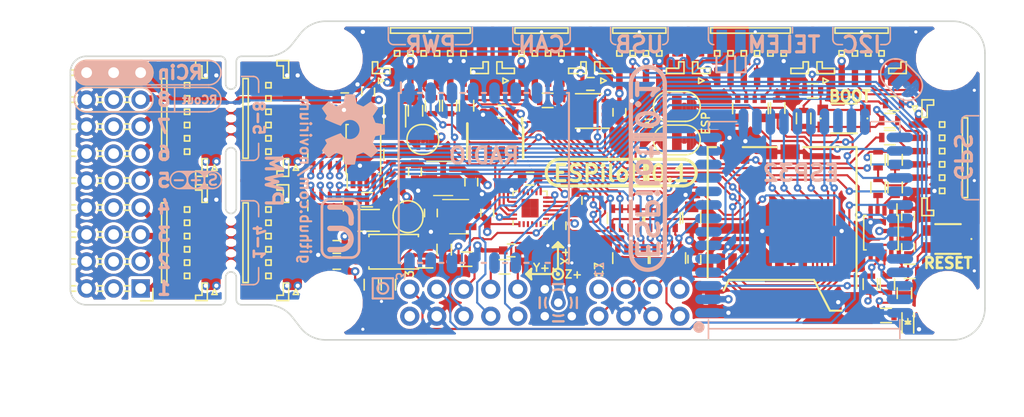
<source format=kicad_pcb>
(kicad_pcb (version 4) (host pcbnew 4.0.5)
  (layers (0 F.Cu signal) (1 In1.Cu power) (2 In2.Cu power) (31 B.Cu signal) (34 B.Paste user) (35 F.Paste user) (36 B.SilkS user) (37 F.SilkS user) (38 B.Mask user) (39 F.Mask user) (44 Edge.Cuts user))
  (net 0 "")
  (net 1 /3.3V_ESP32)
  (net 2 GND)
  (net 3 /ESP_EN)
  (net 4 /3.3V_SENSORS)
  (net 5 "Net-(C6-Pad1)")
  (net 6 /5V_MAIN)
  (net 7 /ESPilotIO/5V_SERVO)
  (net 8 /ESPilotIO/5V_EXT)
  (net 9 "Net-(C22-Pad1)")
  (net 10 "Net-(C23-Pad1)")
  (net 11 /IMU_INT)
  (net 12 /SCL)
  (net 13 /SDA)
  (net 14 /CS_ESP)
  (net 15 /ESPilotIO/EXT_SCL)
  (net 16 /ESPilotIO/EXT_SDA)
  (net 17 /RC4)
  (net 18 /ESP_BOOT)
  (net 19 "Net-(R5-Pad2)")
  (net 20 "Net-(R6-Pad2)")
  (net 21 /RADIO_DIO0)
  (net 22 "Net-(R7-Pad2)")
  (net 23 /ESPilotIO/CAN_H)
  (net 24 /ESPilotIO/CAN_L)
  (net 25 /RX2)
  (net 26 "Net-(R14-Pad1)")
  (net 27 "Net-(R15-Pad1)")
  (net 28 /I_SENSE)
  (net 29 /V_SENSE)
  (net 30 "Net-(R22-Pad2)")
  (net 31 "Net-(R24-Pad2)")
  (net 32 "Net-(R26-Pad1)")
  (net 33 "Net-(R27-Pad1)")
  (net 34 /CS_RADIO)
  (net 35 /CS_BARO)
  (net 36 /CS_IMU)
  (net 37 /SD_DATA1)
  (net 38 /SD_DATA0)
  (net 39 /SD_CLK)
  (net 40 /SD_CMD)
  (net 41 /SD_DATA3)
  (net 42 /SD_DATA2)
  (net 43 /MISO)
  (net 44 /MOSI)
  (net 45 /SCK)
  (net 46 /CANTX)
  (net 47 /CANRX)
  (net 48 "Net-(JP1-Pad2)")
  (net 49 /PiTX)
  (net 50 /TX1)
  (net 51 "Net-(JP2-Pad2)")
  (net 52 /PiRX)
  (net 53 /RX1)
  (net 54 "Net-(JP3-Pad2)")
  (net 55 "Net-(P2-Pad21)")
  (net 56 "Net-(P2-Pad23)")
  (net 57 "Net-(P2-Pad19)")
  (net 58 "Net-(P2-Pad22)")
  (net 59 "Net-(P2-Pad24)")
  (net 60 "Net-(P3-Pad1)")
  (net 61 /ESPilotIO/5V_PERIPH)
  (net 62 "Net-(P4-Pad2)")
  (net 63 "Net-(P4-Pad3)")
  (net 64 "Net-(P7-Pad3)")
  (net 65 "Net-(P7-Pad4)")
  (net 66 "Net-(P11-Pad2)")
  (net 67 "Net-(P11-Pad3)")
  (net 68 "Net-(P11-Pad4)")
  (net 69 "Net-(P11-Pad5)")
  (net 70 "Net-(P12-Pad2)")
  (net 71 "Net-(P12-Pad3)")
  (net 72 "Net-(P12-Pad4)")
  (net 73 "Net-(P12-Pad5)")
  (net 74 "Net-(P10-Pad2)")
  (net 75 "Net-(P10-Pad3)")
  (net 76 "Net-(P10-Pad4)")
  (net 77 "Net-(P10-Pad5)")
  (net 78 /RC1)
  (net 79 /RC2)
  (net 80 /RC3)
  (net 81 /RC5)
  (net 82 /RC6)
  (net 83 "Net-(P2-Pad9)")
  (net 84 /RC8)
  (net 85 /RC7)
  (net 86 /CTS/RCin)
  (net 87 "Net-(P2-Pad18)")
  (net 88 /ESPilotIO/D-)
  (net 89 /ESPilotIO/D+)
  (net 90 "Net-(D1-Pad2)")
  (net 91 "Net-(P2-Pad17)")
  (net 92 "Net-(U2-Pad2)")
  (net 93 "Net-(U2-Pad3)")
  (net 94 "Net-(U2-Pad4)")
  (net 95 "Net-(U2-Pad5)")
  (net 96 "Net-(U2-Pad6)")
  (net 97 "Net-(U2-Pad7)")
  (net 98 "Net-(U2-Pad14)")
  (net 99 "Net-(U2-Pad15)")
  (net 100 "Net-(U2-Pad16)")
  (net 101 "Net-(U2-Pad17)")
  (net 102 "Net-(U2-Pad19)")
  (net 103 "Net-(U2-Pad21)")
  (net 104 "Net-(U3-Pad5)")
  (net 105 "Net-(U4-Pad6)")
  (net 106 "Net-(U4-Pad7)")
  (net 107 "Net-(U4-Pad11)")
  (net 108 "Net-(U4-Pad12)")
  (net 109 "Net-(U4-Pad15)")
  (net 110 "Net-(U4-Pad16)")
  (net 111 "Net-(U8-Pad1)")
  (net 112 "Net-(U9-Pad1)")
  (module Capacitors_SMD:C_0603 (layer F.Cu) (at 125.275 106.3 90)
    (fp_text reference C3)
    (fp_text value 0.1uF)
    (pad 1 smd rect (at -0.75 0 90) (size 0.8 0.75) (layers F.Cu F.Paste F.Mask) (net 3 /ESP_EN))
    (pad 2 smd rect (at 0.75 0 90) (size 0.8 0.75) (layers F.Cu F.Paste F.Mask) (net 2 GND))
  )
  (module Capacitors_SMD:C_0603 (layer F.Cu) (at 105.175 107.4 270)
    (fp_text reference C5)
    (fp_text value 0.1uF)
    (pad 1 smd rect (at -0.75 0 270) (size 0.8 0.75) (layers F.Cu F.Paste F.Mask) (net 4 /3.3V_SENSORS))
    (pad 2 smd rect (at 0.75 0 270) (size 0.8 0.75) (layers F.Cu F.Paste F.Mask) (net 2 GND))
  )
  (module Capacitors_SMD:C_0603 (layer F.Cu) (at 94 101.875 90)
    (fp_text reference C6)
    (fp_text value 0.1uF)
    (pad 1 smd rect (at -0.75 0 90) (size 0.8 0.75) (layers F.Cu F.Paste F.Mask) (net 5 "Net-(C6-Pad1)"))
    (pad 2 smd rect (at 0.75 0 90) (size 0.8 0.75) (layers F.Cu F.Paste F.Mask) (net 2 GND))
  )
  (module Capacitors_SMD:C_0603 (layer F.Cu) (at 92.5 104.25 270)
    (fp_text reference C7 hide)
    (fp_text value 0.1uF)
    (pad 1 smd rect (at -0.75 0 270) (size 0.8 0.75) (layers F.Cu F.Paste F.Mask) (net 4 /3.3V_SENSORS))
    (pad 2 smd rect (at 0.75 0 270) (size 0.8 0.75) (layers F.Cu F.Paste F.Mask) (net 2 GND))
  )
  (module Capacitors_SMD:C_0603 (layer F.Cu) (at 87.075 93.5 180)
    (fp_text reference C8 hide)
    (fp_text value 0.1uF)
    (pad 1 smd rect (at -0.75 0 180) (size 0.8 0.75) (layers F.Cu F.Paste F.Mask) (net 4 /3.3V_SENSORS))
    (pad 2 smd rect (at 0.75 0 180) (size 0.8 0.75) (layers F.Cu F.Paste F.Mask) (net 2 GND))
  )
  (module Capacitors_SMD:C_0603 (layer F.Cu) (at 87.95 106.575)
    (fp_text reference C9)
    (fp_text value 0.1uF)
    (pad 1 smd rect (at -0.75 0) (size 0.8 0.75) (layers F.Cu F.Paste F.Mask) (net 4 /3.3V_SENSORS))
    (pad 2 smd rect (at 0.75 0) (size 0.8 0.75) (layers F.Cu F.Paste F.Mask) (net 2 GND))
  )
  (module Capacitors_SMD:C_0603 (layer F.Cu) (at 89.725 99.825 180)
    (fp_text reference C10 hide)
    (fp_text value 0.1uF)
    (pad 1 smd rect (at -0.75 0 180) (size 0.8 0.75) (layers F.Cu F.Paste F.Mask) (net 4 /3.3V_SENSORS))
    (pad 2 smd rect (at 0.75 0 180) (size 0.8 0.75) (layers F.Cu F.Paste F.Mask) (net 2 GND))
  )
  (module Capacitors_SMD:C_0603 (layer F.Cu) (at 98.125 93.575 270)
    (fp_text reference C13)
    (fp_text value 0.1uF)
    (pad 1 smd rect (at -0.75 0 270) (size 0.8 0.75) (layers F.Cu F.Paste F.Mask) (net 6 /5V_MAIN))
    (pad 2 smd rect (at 0.75 0 270) (size 0.8 0.75) (layers F.Cu F.Paste F.Mask) (net 2 GND))
  )
  (module Capacitors_SMD:C_0603 (layer F.Cu) (at 95.4 90.9)
    (fp_text reference C14)
    (fp_text value 0.1uF)
    (pad 1 smd rect (at -0.75 0) (size 0.8 0.75) (layers F.Cu F.Paste F.Mask) (net 1 /3.3V_ESP32))
    (pad 2 smd rect (at 0.75 0) (size 0.8 0.75) (layers F.Cu F.Paste F.Mask) (net 2 GND))
  )
  (module Capacitors_SMD:C_0603 (layer F.Cu) (at 125.275 103.4 90)
    (fp_text reference C15)
    (fp_text value 0.1uF)
    (pad 1 smd rect (at -0.75 0 90) (size 0.8 0.75) (layers F.Cu F.Paste F.Mask) (net 4 /3.3V_SENSORS))
    (pad 2 smd rect (at 0.75 0 90) (size 0.8 0.75) (layers F.Cu F.Paste F.Mask) (net 2 GND))
  )
  (module Capacitors_SMD:C_0603 (layer F.Cu) (at 71.55 106.25 180)
    (fp_text reference C18)
    (fp_text value 0.1uF)
    (pad 1 smd rect (at -0.75 0 180) (size 0.8 0.75) (layers F.Cu F.Paste F.Mask) (net 7 /ESPilotIO/5V_SERVO))
    (pad 2 smd rect (at 0.75 0 180) (size 0.8 0.75) (layers F.Cu F.Paste F.Mask) (net 2 GND))
  )
  (module Capacitors_SMD:C_0603 (layer F.Cu) (at 74.5 91.65 90)
    (fp_text reference C19)
    (fp_text value 0.1uF)
    (pad 1 smd rect (at -0.75 0 90) (size 0.8 0.75) (layers F.Cu F.Paste F.Mask) (net 7 /ESPilotIO/5V_SERVO))
    (pad 2 smd rect (at 0.75 0 90) (size 0.8 0.75) (layers F.Cu F.Paste F.Mask) (net 2 GND))
  )
  (module Capacitors_SMD:C_0603 (layer F.Cu) (at 71.55 107.75 180)
    (fp_text reference C20)
    (fp_text value 0.1uF)
    (pad 1 smd rect (at -0.75 0 180) (size 0.8 0.75) (layers F.Cu F.Paste F.Mask) (net 8 /ESPilotIO/5V_EXT))
    (pad 2 smd rect (at 0.75 0 180) (size 0.8 0.75) (layers F.Cu F.Paste F.Mask) (net 2 GND))
  )
  (module Capacitors_SMD:C_0603 (layer F.Cu) (at 72.3 92.35 180)
    (fp_text reference C21)
    (fp_text value 0.1uF)
    (pad 1 smd rect (at -0.75 0 180) (size 0.8 0.75) (layers F.Cu F.Paste F.Mask) (net 8 /ESPilotIO/5V_EXT))
    (pad 2 smd rect (at 0.75 0 180) (size 0.8 0.75) (layers F.Cu F.Paste F.Mask) (net 2 GND))
  )
  (module Capacitors_SMD:C_0603 (layer F.Cu) (at 80.4 103.05 270)
    (fp_text reference C24)
    (fp_text value 1uF)
    (pad 1 smd rect (at -0.75 0 270) (size 0.8 0.75) (layers F.Cu F.Paste F.Mask) (net 6 /5V_MAIN))
    (pad 2 smd rect (at 0.75 0 270) (size 0.8 0.75) (layers F.Cu F.Paste F.Mask) (net 2 GND))
  )
  (module Capacitors_SMD:C_0603 (layer F.Cu) (at 78.9 99.175 270)
    (fp_text reference C25)
    (fp_text value 1uF)
    (pad 1 smd rect (at -0.75 0 270) (size 0.8 0.75) (layers F.Cu F.Paste F.Mask) (net 6 /5V_MAIN))
    (pad 2 smd rect (at 0.75 0 270) (size 0.8 0.75) (layers F.Cu F.Paste F.Mask) (net 2 GND))
  )
  (module Capacitors_SMD:C_0603 (layer F.Cu) (at 85.7 103.05 90)
    (fp_text reference C26)
    (fp_text value 4.7uF)
    (pad 1 smd rect (at -0.75 0 90) (size 0.8 0.75) (layers F.Cu F.Paste F.Mask) (net 4 /3.3V_SENSORS))
    (pad 2 smd rect (at 0.75 0 90) (size 0.8 0.75) (layers F.Cu F.Paste F.Mask) (net 2 GND))
  )
  (module Capacitors_SMD:C_0603 (layer F.Cu) (at 84.2 100.15 270)
    (fp_text reference C27)
    (fp_text value 4.7uF)
    (pad 1 smd rect (at -0.75 0 270) (size 0.8 0.75) (layers F.Cu F.Paste F.Mask) (net 1 /3.3V_ESP32))
    (pad 2 smd rect (at 0.75 0 270) (size 0.8 0.75) (layers F.Cu F.Paste F.Mask) (net 2 GND))
  )
  (module Resistors_SMD:R_0603 (layer F.Cu) (at 124.925 110.6 270)
    (fp_text reference R1)
    (fp_text value 10K)
    (pad 1 smd rect (at -0.75 0 270) (size 0.5 0.9) (layers F.Cu F.Paste F.Mask) (net 3 /ESP_EN))
    (pad 2 smd rect (at 0.75 0 270) (size 0.5 0.9) (layers F.Cu F.Paste F.Mask) (net 1 /3.3V_ESP32))
  )
  (module Resistors_SMD:R_0603 (layer F.Cu) (at 123.9 92.75)
    (fp_text reference R2)
    (fp_text value 10K)
    (pad 1 smd rect (at -0.75 0) (size 0.5 0.9) (layers F.Cu F.Paste F.Mask) (net 78 /RC1))
    (pad 2 smd rect (at 0.75 0) (size 0.5 0.9) (layers F.Cu F.Paste F.Mask) (net 48 "Net-(JP1-Pad2)"))
  )
  (module Resistors_SMD:R_0603 (layer F.Cu) (at 113.01 93.17 90)
    (fp_text reference R3)
    (fp_text value 10K)
    (pad 1 smd rect (at -0.75 0 90) (size 0.5 0.9) (layers F.Cu F.Paste F.Mask) (net 84 /RC8))
    (pad 2 smd rect (at 0.75 0 90) (size 0.5 0.9) (layers F.Cu F.Paste F.Mask) (net 2 GND))
  )
  (module Resistors_SMD:R_0603 (layer F.Cu) (at 115.45 94.15 90)
    (fp_text reference R4 hide)
    (fp_text value 10K)
    (pad 1 smd rect (at -0.75 0 90) (size 0.5 0.9) (layers F.Cu F.Paste F.Mask) (net 18 /ESP_BOOT))
    (pad 2 smd rect (at 0.75 0 90) (size 0.5 0.9) (layers F.Cu F.Paste F.Mask) (net 1 /3.3V_ESP32))
  )
  (module Resistors_SMD:R_0603 (layer F.Cu) (at 125.425 108.55)
    (fp_text reference R5)
    (fp_text value 1K)
    (pad 1 smd rect (at -0.75 0) (size 0.5 0.9) (layers F.Cu F.Paste F.Mask) (net 2 GND))
    (pad 2 smd rect (at 0.75 0) (size 0.5 0.9) (layers F.Cu F.Paste F.Mask) (net 19 "Net-(R5-Pad2)"))
  )
  (module Resistors_SMD:R_0603 (layer F.Cu) (at 116.3 91.55)
    (fp_text reference R6)
    (fp_text value 1K)
    (pad 1 smd rect (at -0.75 0) (size 0.5 0.9) (layers F.Cu F.Paste F.Mask) (net 2 GND))
    (pad 2 smd rect (at 0.75 0) (size 0.5 0.9) (layers F.Cu F.Paste F.Mask) (net 20 "Net-(R6-Pad2)"))
  )
  (module Resistors_SMD:R_0603 (layer F.Cu) (at 83.75 107.4 180)
    (fp_text reference R7 hide)
    (fp_text value 1K)
    (pad 1 smd rect (at -0.75 0 180) (size 0.5 0.9) (layers F.Cu F.Paste F.Mask) (net 21 /RADIO_DIO0))
    (pad 2 smd rect (at 0.75 0 180) (size 0.5 0.9) (layers F.Cu F.Paste F.Mask) (net 22 "Net-(R7-Pad2)"))
  )
  (module Resistors_SMD:R_0603 (layer F.Cu) (at 87.325 108.125 180)
    (fp_text reference R8)
    (fp_text value 1K)
    (pad 1 smd rect (at -0.75 0 180) (size 0.5 0.9) (layers F.Cu F.Paste F.Mask) (net 14 /CS_ESP))
    (pad 2 smd rect (at 0.75 0 180) (size 0.5 0.9) (layers F.Cu F.Paste F.Mask) (net 83 "Net-(P2-Pad9)"))
  )
  (module Resistors_SMD:R_0603 (layer F.Cu) (at 91.375 92.45)
    (fp_text reference R9)
    (fp_text value 120R)
    (pad 1 smd rect (at -0.75 0) (size 0.5 0.9) (layers F.Cu F.Paste F.Mask) (net 23 /ESPilotIO/CAN_H))
    (pad 2 smd rect (at 0.75 0) (size 0.5 0.9) (layers F.Cu F.Paste F.Mask) (net 24 /ESPilotIO/CAN_L))
  )
  (module Resistors_SMD:R_0603 (layer F.Cu) (at 123.55 94.35 180)
    (fp_text reference R10 hide)
    (fp_text value 470R)
    (pad 1 smd rect (at -0.75 0 180) (size 0.5 0.9) (layers F.Cu F.Paste F.Mask) (net 62 "Net-(P4-Pad2)"))
    (pad 2 smd rect (at 0.75 0 180) (size 0.5 0.9) (layers F.Cu F.Paste F.Mask) (net 18 /ESP_BOOT))
  )
  (module Resistors_SMD:R_0603 (layer F.Cu) (at 123.55 95.95 180)
    (fp_text reference R11 hide)
    (fp_text value 470R)
    (pad 1 smd rect (at -0.75 0 180) (size 0.5 0.9) (layers F.Cu F.Paste F.Mask) (net 63 "Net-(P4-Pad3)"))
    (pad 2 smd rect (at 0.75 0 180) (size 0.5 0.9) (layers F.Cu F.Paste F.Mask) (net 25 /RX2))
  )
  (module Resistors_SMD:R_0603 (layer F.Cu) (at 122.45 98.05 270)
    (fp_text reference R12)
    (fp_text value 2K)
    (pad 1 smd rect (at -0.75 0 270) (size 0.5 0.9) (layers F.Cu F.Paste F.Mask) (net 4 /3.3V_SENSORS))
    (pad 2 smd rect (at 0.75 0 270) (size 0.5 0.9) (layers F.Cu F.Paste F.Mask) (net 16 /ESPilotIO/EXT_SDA))
  )
  (module Resistors_SMD:R_0603 (layer F.Cu) (at 124.05 98.05 270)
    (fp_text reference R13)
    (fp_text value 2K)
    (pad 1 smd rect (at -0.75 0 270) (size 0.5 0.9) (layers F.Cu F.Paste F.Mask) (net 4 /3.3V_SENSORS))
    (pad 2 smd rect (at 0.75 0 270) (size 0.5 0.9) (layers F.Cu F.Paste F.Mask) (net 15 /ESPilotIO/EXT_SCL))
  )
  (module Resistors_SMD:R_0603 (layer F.Cu) (at 124.05 100.65 90)
    (fp_text reference R14)
    (fp_text value 120R)
    (pad 1 smd rect (at -0.75 0 90) (size 0.5 0.9) (layers F.Cu F.Paste F.Mask) (net 26 "Net-(R14-Pad1)"))
    (pad 2 smd rect (at 0.75 0 90) (size 0.5 0.9) (layers F.Cu F.Paste F.Mask) (net 15 /ESPilotIO/EXT_SCL))
  )
  (module Resistors_SMD:R_0603 (layer F.Cu) (at 122.45 100.65 90)
    (fp_text reference R15)
    (fp_text value 120R)
    (pad 1 smd rect (at -0.75 0 90) (size 0.5 0.9) (layers F.Cu F.Paste F.Mask) (net 27 "Net-(R15-Pad1)"))
    (pad 2 smd rect (at 0.75 0 90) (size 0.5 0.9) (layers F.Cu F.Paste F.Mask) (net 16 /ESPilotIO/EXT_SDA))
  )
  (module Resistors_SMD:R_0603 (layer F.Cu) (at 123.325 109.75 270)
    (fp_text reference R16)
    (fp_text value 2K)
    (pad 1 smd rect (at -0.75 0 270) (size 0.5 0.9) (layers F.Cu F.Paste F.Mask) (net 12 /SCL))
    (pad 2 smd rect (at 0.75 0 270) (size 0.5 0.9) (layers F.Cu F.Paste F.Mask) (net 4 /3.3V_SENSORS))
  )
  (module Resistors_SMD:R_0603 (layer F.Cu) (at 121.725 109.75 270)
    (fp_text reference R17)
    (fp_text value 2K)
    (pad 1 smd rect (at -0.75 0 270) (size 0.5 0.9) (layers F.Cu F.Paste F.Mask) (net 13 /SDA))
    (pad 2 smd rect (at 0.75 0 270) (size 0.5 0.9) (layers F.Cu F.Paste F.Mask) (net 4 /3.3V_SENSORS))
  )
  (module Resistors_SMD:R_0603 (layer F.Cu) (at 78.95 93.425 90)
    (fp_text reference R18)
    (fp_text value 1M)
    (pad 1 smd rect (at -0.75 0 90) (size 0.5 0.9) (layers F.Cu F.Paste F.Mask) (net 28 /I_SENSE))
    (pad 2 smd rect (at 0.75 0 90) (size 0.5 0.9) (layers F.Cu F.Paste F.Mask) (net 2 GND))
  )
  (module Resistors_SMD:R_0603 (layer F.Cu) (at 83.75 92.95 90)
    (fp_text reference R19)
    (fp_text value 1M)
    (pad 1 smd rect (at -0.75 0 90) (size 0.5 0.9) (layers F.Cu F.Paste F.Mask) (net 29 /V_SENSE))
    (pad 2 smd rect (at 0.75 0 90) (size 0.5 0.9) (layers F.Cu F.Paste F.Mask) (net 2 GND))
  )
  (module Resistors_SMD:R_0603 (layer F.Cu) (at 80.55 92.95 90)
    (fp_text reference R20)
    (fp_text value 10K)
    (pad 1 smd rect (at -0.75 0 90) (size 0.5 0.9) (layers F.Cu F.Paste F.Mask) (net 28 /I_SENSE))
    (pad 2 smd rect (at 0.75 0 90) (size 0.5 0.9) (layers F.Cu F.Paste F.Mask) (net 64 "Net-(P7-Pad3)"))
  )
  (module Resistors_SMD:R_0603 (layer F.Cu) (at 82.15 92.95 90)
    (fp_text reference R21)
    (fp_text value 10K)
    (pad 1 smd rect (at -0.75 0 90) (size 0.5 0.9) (layers F.Cu F.Paste F.Mask) (net 29 /V_SENSE))
    (pad 2 smd rect (at 0.75 0 90) (size 0.5 0.9) (layers F.Cu F.Paste F.Mask) (net 65 "Net-(P7-Pad4)"))
  )
  (module Resistors_SMD:R_0603 (layer F.Cu) (at 74.8 109.8 90)
    (fp_text reference R22)
    (fp_text value 30K)
    (pad 1 smd rect (at -0.75 0 90) (size 0.5 0.9) (layers F.Cu F.Paste F.Mask) (net 8 /ESPilotIO/5V_EXT))
    (pad 2 smd rect (at 0.75 0 90) (size 0.5 0.9) (layers F.Cu F.Paste F.Mask) (net 30 "Net-(R22-Pad2)"))
  )
  (module Resistors_SMD:R_0603 (layer F.Cu) (at 76.4 109.8 270)
    (fp_text reference R23)
    (fp_text value 5.6K)
    (pad 1 smd rect (at -0.75 0 270) (size 0.5 0.9) (layers F.Cu F.Paste F.Mask) (net 30 "Net-(R22-Pad2)"))
    (pad 2 smd rect (at 0.75 0 270) (size 0.5 0.9) (layers F.Cu F.Paste F.Mask) (net 2 GND))
  )
  (module Resistors_SMD:R_0603 (layer F.Cu) (at 76.65 97.55 270)
    (fp_text reference R24)
    (fp_text value 10K)
    (pad 1 smd rect (at -0.75 0 270) (size 0.5 0.9) (layers F.Cu F.Paste F.Mask) (net 8 /ESPilotIO/5V_EXT))
    (pad 2 smd rect (at 0.75 0 270) (size 0.5 0.9) (layers F.Cu F.Paste F.Mask) (net 31 "Net-(R24-Pad2)"))
  )
  (module Resistors_SMD:R_0603 (layer F.Cu) (at 76.65 100.15 270)
    (fp_text reference R25)
    (fp_text value 2K)
    (pad 1 smd rect (at -0.75 0 270) (size 0.5 0.9) (layers F.Cu F.Paste F.Mask) (net 31 "Net-(R24-Pad2)"))
    (pad 2 smd rect (at 0.75 0 270) (size 0.5 0.9) (layers F.Cu F.Paste F.Mask) (net 2 GND))
  )
  (module Resistors_SMD:R_0603 (layer F.Cu) (at 81.65 106.5 270)
    (fp_text reference R26)
    (fp_text value 460R)
    (pad 1 smd rect (at -0.75 0 270) (size 0.5 0.9) (layers F.Cu F.Paste F.Mask) (net 32 "Net-(R26-Pad1)"))
    (pad 2 smd rect (at 0.75 0 270) (size 0.5 0.9) (layers F.Cu F.Paste F.Mask) (net 2 GND))
  )
  (module Resistors_SMD:R_0603 (layer F.Cu) (at 74.4 101.8 180)
    (fp_text reference R27)
    (fp_text value 330R)
    (pad 1 smd rect (at -0.75 0 180) (size 0.5 0.9) (layers F.Cu F.Paste F.Mask) (net 33 "Net-(R27-Pad1)"))
    (pad 2 smd rect (at 0.75 0 180) (size 0.5 0.9) (layers F.Cu F.Paste F.Mask) (net 2 GND))
  )
  (module Housings_DFN_QFN:QFN-24-1EP_3x3mm_Pitch0.4mm (layer F.Cu) (at 89.725 102.6 90)
    (fp_text reference U2)
    (fp_text value MPU9250)
    (pad 1 smd rect (at -1.5 -1 90) (size 0.55 0.2) (layers F.Cu F.Paste F.Mask) (net 4 /3.3V_SENSORS))
    (pad 2 smd rect (at -1.5 -0.6 90) (size 0.55 0.2) (layers F.Cu F.Paste F.Mask) (net 92 "Net-(U2-Pad2)"))
    (pad 3 smd rect (at -1.5 -0.2 90) (size 0.55 0.2) (layers F.Cu F.Paste F.Mask) (net 93 "Net-(U2-Pad3)"))
    (pad 4 smd rect (at -1.5 0.2 90) (size 0.55 0.2) (layers F.Cu F.Paste F.Mask) (net 94 "Net-(U2-Pad4)"))
    (pad 5 smd rect (at -1.5 0.6 90) (size 0.55 0.2) (layers F.Cu F.Paste F.Mask) (net 95 "Net-(U2-Pad5)"))
    (pad 6 smd rect (at -1.5 1 90) (size 0.55 0.2) (layers F.Cu F.Paste F.Mask) (net 96 "Net-(U2-Pad6)"))
    (pad 7 smd rect (at -1 1.5 180) (size 0.55 0.2) (layers F.Cu F.Paste F.Mask) (net 97 "Net-(U2-Pad7)"))
    (pad 8 smd rect (at -0.6 1.5 180) (size 0.55 0.2) (layers F.Cu F.Paste F.Mask) (net 4 /3.3V_SENSORS))
    (pad 9 smd rect (at -0.2 1.5 180) (size 0.55 0.2) (layers F.Cu F.Paste F.Mask) (net 43 /MISO))
    (pad 10 smd rect (at 0.2 1.5 180) (size 0.55 0.2) (layers F.Cu F.Paste F.Mask) (net 5 "Net-(C6-Pad1)"))
    (pad 11 smd rect (at 0.6 1.5 180) (size 0.55 0.2) (layers F.Cu F.Paste F.Mask) (net 2 GND))
    (pad 12 smd rect (at 1 1.5 180) (size 0.55 0.2) (layers F.Cu F.Paste F.Mask) (net 11 /IMU_INT))
    (pad 13 smd rect (at 1.5 1 90) (size 0.55 0.2) (layers F.Cu F.Paste F.Mask) (net 4 /3.3V_SENSORS))
    (pad 14 smd rect (at 1.5 0.6 90) (size 0.55 0.2) (layers F.Cu F.Paste F.Mask) (net 98 "Net-(U2-Pad14)"))
    (pad 15 smd rect (at 1.5 0.2 90) (size 0.55 0.2) (layers F.Cu F.Paste F.Mask) (net 99 "Net-(U2-Pad15)"))
    (pad 16 smd rect (at 1.5 -0.2 90) (size 0.55 0.2) (layers F.Cu F.Paste F.Mask) (net 100 "Net-(U2-Pad16)"))
    (pad 17 smd rect (at 1.5 -0.6 90) (size 0.55 0.2) (layers F.Cu F.Paste F.Mask) (net 101 "Net-(U2-Pad17)"))
    (pad 18 smd rect (at 1.5 -1 90) (size 0.55 0.2) (layers F.Cu F.Paste F.Mask) (net 2 GND))
    (pad 19 smd rect (at 1 -1.5 180) (size 0.55 0.2) (layers F.Cu F.Paste F.Mask) (net 102 "Net-(U2-Pad19)"))
    (pad 20 smd rect (at 0.6 -1.5 180) (size 0.55 0.2) (layers F.Cu F.Paste F.Mask) (net 2 GND))
    (pad 21 smd rect (at 0.2 -1.5 180) (size 0.55 0.2) (layers F.Cu F.Paste F.Mask) (net 103 "Net-(U2-Pad21)"))
    (pad 22 smd rect (at -0.2 -1.5 180) (size 0.55 0.2) (layers F.Cu F.Paste F.Mask) (net 36 /CS_IMU))
    (pad 23 smd rect (at -0.6 -1.5 180) (size 0.55 0.2) (layers F.Cu F.Paste F.Mask) (net 45 /SCK))
    (pad 24 smd rect (at -1 -1.5 180) (size 0.55 0.2) (layers F.Cu F.Paste F.Mask) (net 44 /MOSI))
    (pad 25 smd rect (at 0.435 0.4 90) (size 0.875 0.8) (layers F.Cu F.Paste F.Mask))
    (pad 25 smd rect (at 0.435 -0.4 90) (size 0.875 0.8) (layers F.Cu F.Paste F.Mask))
    (pad 25 smd rect (at -0.435 0.4 90) (size 0.875 0.8) (layers F.Cu F.Paste F.Mask))
    (pad 25 smd rect (at -0.435 -0.4 90) (size 0.875 0.8) (layers F.Cu F.Paste F.Mask))
  )
  (module Housings_SSOP:TSSOP-8_3x3mm_Pitch0.65mm (layer F.Cu) (at 122.725 104.9 270)
    (fp_text reference U6 hide)
    (fp_text value PCA9617A)
    (pad 1 smd rect (at -2.15 -0.975 270) (size 1.1 0.4) (layers F.Cu F.Paste F.Mask) (net 4 /3.3V_SENSORS))
    (pad 2 smd rect (at -2.15 -0.325 270) (size 1.1 0.4) (layers F.Cu F.Paste F.Mask) (net 26 "Net-(R14-Pad1)"))
    (pad 3 smd rect (at -2.15 0.325 270) (size 1.1 0.4) (layers F.Cu F.Paste F.Mask) (net 27 "Net-(R15-Pad1)"))
    (pad 4 smd rect (at -2.15 0.975 270) (size 1.1 0.4) (layers F.Cu F.Paste F.Mask) (net 2 GND))
    (pad 5 smd rect (at 2.15 0.975 270) (size 1.1 0.4) (layers F.Cu F.Paste F.Mask) (net 4 /3.3V_SENSORS))
    (pad 6 smd rect (at 2.15 0.325 270) (size 1.1 0.4) (layers F.Cu F.Paste F.Mask) (net 13 /SDA))
    (pad 7 smd rect (at 2.15 -0.325 270) (size 1.1 0.4) (layers F.Cu F.Paste F.Mask) (net 12 /SCL))
    (pad 8 smd rect (at 2.15 -0.975 270) (size 1.1 0.4) (layers F.Cu F.Paste F.Mask) (net 4 /3.3V_SENSORS))
  )
  (module Housings_SSOP:TSSOP-8_4.4x3mm_Pitch0.65mm (layer F.Cu) (at 76.9 106.7 180)
    (fp_text reference U8)
    (fp_text value TPS2113A)
    (pad 1 smd rect (at -2.95 -0.975 180) (size 1.45 0.45) (layers F.Cu F.Paste F.Mask) (net 111 "Net-(U8-Pad1)"))
    (pad 2 smd rect (at -2.95 -0.325 180) (size 1.45 0.45) (layers F.Cu F.Paste F.Mask) (net 2 GND))
    (pad 3 smd rect (at -2.95 0.325 180) (size 1.45 0.45) (layers F.Cu F.Paste F.Mask) (net 30 "Net-(R22-Pad2)"))
    (pad 4 smd rect (at -2.95 0.975 180) (size 1.45 0.45) (layers F.Cu F.Paste F.Mask) (net 32 "Net-(R26-Pad1)"))
    (pad 5 smd rect (at 2.95 0.975 180) (size 1.45 0.45) (layers F.Cu F.Paste F.Mask) (net 2 GND))
    (pad 6 smd rect (at 2.95 0.325 180) (size 1.45 0.45) (layers F.Cu F.Paste F.Mask) (net 7 /ESPilotIO/5V_SERVO))
    (pad 7 smd rect (at 2.95 -0.325 180) (size 1.45 0.45) (layers F.Cu F.Paste F.Mask) (net 9 "Net-(C22-Pad1)"))
    (pad 8 smd rect (at 2.95 -0.975 180) (size 1.45 0.45) (layers F.Cu F.Paste F.Mask) (net 8 /ESPilotIO/5V_EXT))
  )
  (module Housings_SSOP:TSSOP-8_4.4x3mm_Pitch0.65mm (layer F.Cu) (at 74.05 97.05 90)
    (fp_text reference U9)
    (fp_text value TPS2113A)
    (pad 1 smd rect (at -2.95 -0.975 90) (size 1.45 0.45) (layers F.Cu F.Paste F.Mask) (net 112 "Net-(U9-Pad1)"))
    (pad 2 smd rect (at -2.95 -0.325 90) (size 1.45 0.45) (layers F.Cu F.Paste F.Mask) (net 2 GND))
    (pad 3 smd rect (at -2.95 0.325 90) (size 1.45 0.45) (layers F.Cu F.Paste F.Mask) (net 31 "Net-(R24-Pad2)"))
    (pad 4 smd rect (at -2.95 0.975 90) (size 1.45 0.45) (layers F.Cu F.Paste F.Mask) (net 33 "Net-(R27-Pad1)"))
    (pad 5 smd rect (at 2.95 0.975 90) (size 1.45 0.45) (layers F.Cu F.Paste F.Mask) (net 2 GND))
    (pad 6 smd rect (at 2.95 0.325 90) (size 1.45 0.45) (layers F.Cu F.Paste F.Mask) (net 7 /ESPilotIO/5V_SERVO))
    (pad 7 smd rect (at 2.95 -0.325 90) (size 1.45 0.45) (layers F.Cu F.Paste F.Mask) (net 10 "Net-(C23-Pad1)"))
    (pad 8 smd rect (at 2.95 -0.975 90) (size 1.45 0.45) (layers F.Cu F.Paste F.Mask) (net 8 /ESPilotIO/5V_EXT))
  )
  (module TO_SOT_Packages_SMD:SOT-23-5 (layer F.Cu) (at 83.05 103.4)
    (fp_text reference U10)
    (fp_text value MIC5504)
    (pad 1 smd rect (at -1.1 -0.95) (size 1.06 0.65) (layers F.Cu F.Paste F.Mask) (net 6 /5V_MAIN))
    (pad 2 smd rect (at -1.1 0) (size 1.06 0.65) (layers F.Cu F.Paste F.Mask) (net 2 GND))
    (pad 3 smd rect (at -1.1 0.95) (size 1.06 0.65) (layers F.Cu F.Paste F.Mask) (net 6 /5V_MAIN))
    (pad 4 smd rect (at 1.1 0.95) (size 1.06 0.65) (layers F.Cu F.Paste F.Mask))
    (pad 5 smd rect (at 1.1 -0.95) (size 1.06 0.65) (layers F.Cu F.Paste F.Mask) (net 4 /3.3V_SENSORS))
  )
  (module TO_SOT_Packages_SMD:SOT-23-5 (layer F.Cu) (at 81.55 99.8)
    (fp_text reference U11)
    (fp_text value MIC5504)
    (pad 1 smd rect (at -1.1 -0.95) (size 1.06 0.65) (layers F.Cu F.Paste F.Mask) (net 6 /5V_MAIN))
    (pad 2 smd rect (at -1.1 0) (size 1.06 0.65) (layers F.Cu F.Paste F.Mask) (net 2 GND))
    (pad 3 smd rect (at -1.1 0.95) (size 1.06 0.65) (layers F.Cu F.Paste F.Mask) (net 6 /5V_MAIN))
    (pad 4 smd rect (at 1.1 0.95) (size 1.06 0.65) (layers F.Cu F.Paste F.Mask))
    (pad 5 smd rect (at 1.1 -0.95) (size 1.06 0.65) (layers F.Cu F.Paste F.Mask) (net 1 /3.3V_ESP32))
  )
  (module ESPilot:Jumper_Opt-2mm-0.5mm_gap (layer B.Cu) (at 124.65 90.5 135)
    (fp_text reference JP1 hide)
    (fp_text value JUMPER_OPT hide)
    (pad 3 smd rect (at 1.1 0 225) (size 2 0.3) (layers B.Cu B.Paste) (net 1 /3.3V_ESP32))
    (pad 3 smd trapezoid (at 1.7 0 225) (size 1.2 0.3) (rect_delta 0 -0.4) (layers B.Cu B.Paste) (net 1 /3.3V_ESP32))
    (pad 3 smd trapezoid (at 1.4 0 225) (size 1.8 0.3) (rect_delta 0 -0.2) (layers B.Cu B.Paste) (net 1 /3.3V_ESP32))
    (pad 1 smd trapezoid (at -1.7 0 45) (size 1.2 0.3) (rect_delta 0 -0.4) (layers B.Cu B.Paste) (net 2 GND))
    (pad 1 smd trapezoid (at -1.4 0 45) (size 1.8 0.3) (rect_delta 0 -0.2) (layers B.Cu B.Paste) (net 2 GND))
    (pad 1 smd rect (at -1.1 0 225) (size 2 0.3) (layers B.Cu B.Paste) (net 2 GND))
    (pad 2 smd rect (at 0 0 225) (size 2 0.9) (layers B.Cu B.Paste) (net 48 "Net-(JP1-Pad2)"))
    (pad "" smd rect (at -0.7 0 135) (size 0.3 0.7) (layers B.Cu B.Paste))
    (pad "" smd trapezoid (at -0.5 0 135) (size 0.1 0.6) (rect_delta 0.1 0) (layers B.Cu B.Paste))
    (pad "" smd trapezoid (at -0.9 0 315) (size 0.1 0.6) (rect_delta 0.1 0) (layers B.Cu B.Paste))
  )
  (module ESPilot:Jumper_Opt-2mm-0.5mm_gap (layer F.Cu) (at 103.525 93.025 180)
    (fp_text reference JP2 hide)
    (fp_text value JUMPER_OPT hide)
    (pad 3 smd rect (at 1.1 0 90) (size 2 0.3) (layers F.Cu F.Paste) (net 49 /PiTX))
    (pad 3 smd trapezoid (at 1.7 0 90) (size 1.2 0.3) (rect_delta 0 0.4) (layers F.Cu F.Paste) (net 49 /PiTX))
    (pad 3 smd trapezoid (at 1.4 0 90) (size 1.8 0.3) (rect_delta 0 0.2) (layers F.Cu F.Paste) (net 49 /PiTX))
    (pad 1 smd trapezoid (at -1.7 0 270) (size 1.2 0.3) (rect_delta 0 0.4) (layers F.Cu F.Paste) (net 50 /TX1))
    (pad 1 smd trapezoid (at -1.4 0 270) (size 1.8 0.3) (rect_delta 0 0.2) (layers F.Cu F.Paste) (net 50 /TX1))
    (pad 1 smd rect (at -1.1 0 90) (size 2 0.3) (layers F.Cu F.Paste) (net 50 /TX1))
    (pad 2 smd rect (at 0 0 90) (size 2 0.9) (layers F.Cu F.Paste) (net 51 "Net-(JP2-Pad2)"))
    (pad "" smd rect (at -0.7 0 180) (size 0.3 0.7) (layers F.Cu F.Paste))
    (pad "" smd trapezoid (at -0.5 0 180) (size 0.1 0.6) (rect_delta 0.1 0) (layers F.Cu F.Paste))
    (pad "" smd trapezoid (at -0.9 0) (size 0.1 0.6) (rect_delta 0.1 0) (layers F.Cu F.Paste))
  )
  (module ESPilot:Jumper_Opt-2mm-0.5mm_gap (layer F.Cu) (at 103.525 96.175 180)
    (fp_text reference JP3 hide)
    (fp_text value JUMPER_OPT hide)
    (pad 3 smd rect (at 1.1 0 90) (size 2 0.3) (layers F.Cu F.Paste) (net 52 /PiRX))
    (pad 3 smd trapezoid (at 1.7 0 90) (size 1.2 0.3) (rect_delta 0 0.4) (layers F.Cu F.Paste) (net 52 /PiRX))
    (pad 3 smd trapezoid (at 1.4 0 90) (size 1.8 0.3) (rect_delta 0 0.2) (layers F.Cu F.Paste) (net 52 /PiRX))
    (pad 1 smd trapezoid (at -1.7 0 270) (size 1.2 0.3) (rect_delta 0 0.4) (layers F.Cu F.Paste) (net 53 /RX1))
    (pad 1 smd trapezoid (at -1.4 0 270) (size 1.8 0.3) (rect_delta 0 0.2) (layers F.Cu F.Paste) (net 53 /RX1))
    (pad 1 smd rect (at -1.1 0 90) (size 2 0.3) (layers F.Cu F.Paste) (net 53 /RX1))
    (pad 2 smd rect (at 0 0 90) (size 2 0.9) (layers F.Cu F.Paste) (net 54 "Net-(JP3-Pad2)"))
    (pad "" smd rect (at -0.7 0 180) (size 0.3 0.7) (layers F.Cu F.Paste))
    (pad "" smd trapezoid (at -0.5 0 180) (size 0.1 0.6) (rect_delta 0.1 0) (layers F.Cu F.Paste))
    (pad "" smd trapezoid (at -0.9 0) (size 0.1 0.6) (rect_delta 0.1 0) (layers F.Cu F.Paste))
  )
  (module ESPilot:Jumper_NC-2mm-0.5mm_gap (layer F.Cu) (at 79.65 96.125)
    (fp_text reference JP6 hide)
    (fp_text value JUMPER_NC)
    (pad 2 smd rect (at 0.4 0 270) (size 2 0.3) (layers F.Cu F.Paste) (net 61 /ESPilotIO/5V_PERIPH))
    (pad 2 smd trapezoid (at 1 0 270) (size 1.2 0.3) (rect_delta 0 0.4) (layers F.Cu F.Paste) (net 61 /ESPilotIO/5V_PERIPH))
    (pad 2 smd trapezoid (at 0.7 0 270) (size 1.8 0.3) (rect_delta 0 0.2) (layers F.Cu F.Paste) (net 61 /ESPilotIO/5V_PERIPH))
    (pad 1 smd trapezoid (at -1 0 90) (size 1.2 0.3) (rect_delta 0 0.4) (layers F.Cu F.Paste) (net 10 "Net-(C23-Pad1)"))
    (pad 1 smd trapezoid (at -0.7 0 90) (size 1.8 0.3) (rect_delta 0 0.2) (layers F.Cu F.Paste) (net 10 "Net-(C23-Pad1)"))
    (pad 1 smd rect (at -0.4 0 270) (size 2 0.3) (layers F.Cu F.Paste) (net 10 "Net-(C23-Pad1)"))
    (pad "" smd rect (at 0 0) (size 0.3 0.7) (layers F.Cu F.Paste))
    (pad "" smd trapezoid (at 0.2 0) (size 0.1 0.6) (rect_delta 0.1 0) (layers F.Cu F.Paste))
    (pad "" smd trapezoid (at -0.2 0 180) (size 0.1 0.6) (rect_delta 0.1 0) (layers F.Cu F.Paste))
  )
  (module Capacitors_SMD:C_0805 (layer F.Cu) (at 104.925 103.475 90)
    (fp_text reference C4)
    (fp_text value 10uF)
    (pad 1 smd rect (at -1 0 90) (size 1 1.25) (layers F.Cu F.Paste F.Mask) (net 4 /3.3V_SENSORS))
    (pad 2 smd rect (at 1 0 90) (size 1 1.25) (layers F.Cu F.Paste F.Mask) (net 2 GND))
  )
  (module Capacitors_SMD:C_1206 (layer F.Cu) (at 74.55 103.75 180)
    (fp_text reference C22)
    (fp_text value 47uF)
    (pad 1 smd rect (at -1.5 0 180) (size 1 1.6) (layers F.Cu F.Paste F.Mask) (net 9 "Net-(C22-Pad1)"))
    (pad 2 smd rect (at 1.5 0 180) (size 1 1.6) (layers F.Cu F.Paste F.Mask) (net 2 GND))
  )
  (module Capacitors_SMD:C_1206 (layer F.Cu) (at 77 93.95 90)
    (fp_text reference C23)
    (fp_text value 47uF)
    (pad 1 smd rect (at -1.5 0 90) (size 1 1.6) (layers F.Cu F.Paste F.Mask) (net 10 "Net-(C23-Pad1)"))
    (pad 2 smd rect (at 1.5 0 90) (size 1 1.6) (layers F.Cu F.Paste F.Mask) (net 2 GND))
  )
  (module ESPilot:4_pin_0.4mm_breakaway (layer F.Cu) (at 61.6 94.15 180)
    (fp_text reference P15 hide)
    (fp_text value BREAKAWAY_01X06)
    (pad "" np_thru_hole circle (at 0 2 180) (size 0.4 0.4) (drill 0.4) (layers *.Cu *.Mask))
    (pad "" np_thru_hole circle (at 0 1 180) (size 0.4 0.4) (drill 0.4) (layers *.Cu *.Mask))
    (pad "" np_thru_hole circle (at 0 0 180) (size 0.4 0.4) (drill 0.4) (layers *.Cu *.Mask))
    (pad "" np_thru_hole circle (at 0 -1 180) (size 0.4 0.4) (drill 0.4) (layers *.Cu *.Mask))
    (pad 1 smd trapezoid (at -0.2 -1.5 90) (size 0.29 0.24) (rect_delta 0 0.09) (drill (offset 0 0.02)) (layers F.Cu) (net 70 "Net-(P12-Pad2)"))
    (pad 1 smd circle (at -0.4 -1.5 180) (size 0.4 0.4) (layers F.Cu) (net 70 "Net-(P12-Pad2)"))
    (pad 1 smd rect (at 0 -1.5 180) (size 0.2 0.2) (layers F.Cu) (net 70 "Net-(P12-Pad2)"))
    (pad 1 smd trapezoid (at 0.2 -1.5 270) (size 0.29 0.24) (rect_delta 0 0.09) (drill (offset 0 0.02)) (layers F.Cu) (net 70 "Net-(P12-Pad2)"))
    (pad 1 smd circle (at 0.4 -1.5 180) (size 0.4 0.4) (layers F.Cu) (net 70 "Net-(P12-Pad2)"))
    (pad "" np_thru_hole circle (at 0 -2 180) (size 0.4 0.4) (drill 0.4) (layers *.Cu *.Mask))
    (pad 2 smd trapezoid (at 0.2 -0.5 270) (size 0.29 0.24) (rect_delta 0 0.09) (drill (offset 0 0.02)) (layers F.Cu) (net 71 "Net-(P12-Pad3)"))
    (pad 3 smd trapezoid (at 0.2 0.5 270) (size 0.29 0.24) (rect_delta 0 0.09) (drill (offset 0 0.02)) (layers F.Cu) (net 72 "Net-(P12-Pad4)"))
    (pad 4 smd trapezoid (at 0.2 1.5 270) (size 0.29 0.24) (rect_delta 0 0.09) (drill (offset 0 0.02)) (layers F.Cu) (net 73 "Net-(P12-Pad5)"))
    (pad 2 smd trapezoid (at -0.2 -0.5 90) (size 0.29 0.24) (rect_delta 0 0.09) (drill (offset 0 0.02)) (layers F.Cu) (net 71 "Net-(P12-Pad3)"))
    (pad 3 smd trapezoid (at -0.2 0.5 90) (size 0.29 0.24) (rect_delta 0 0.09) (drill (offset 0 0.02)) (layers F.Cu) (net 72 "Net-(P12-Pad4)"))
    (pad 4 smd trapezoid (at -0.2 1.5 90) (size 0.29 0.24) (rect_delta 0 0.09) (drill (offset 0 0.02)) (layers F.Cu) (net 73 "Net-(P12-Pad5)"))
    (pad 2 smd circle (at -0.4 -0.5 180) (size 0.4 0.4) (layers F.Cu) (net 71 "Net-(P12-Pad3)"))
    (pad 3 smd circle (at -0.4 0.5 180) (size 0.4 0.4) (layers F.Cu) (net 72 "Net-(P12-Pad4)"))
    (pad 4 smd circle (at -0.4 1.5 180) (size 0.4 0.4) (layers F.Cu) (net 73 "Net-(P12-Pad5)"))
    (pad 2 smd rect (at 0 -0.5 180) (size 0.2 0.2) (layers F.Cu) (net 71 "Net-(P12-Pad3)"))
    (pad 3 smd rect (at 0 0.5 180) (size 0.2 0.2) (layers F.Cu) (net 72 "Net-(P12-Pad4)"))
    (pad 4 smd rect (at 0 1.5 180) (size 0.2 0.2) (layers F.Cu) (net 73 "Net-(P12-Pad5)"))
    (pad 2 smd circle (at 0.4 -0.5 180) (size 0.4 0.4) (layers F.Cu) (net 71 "Net-(P12-Pad3)"))
    (pad 3 smd circle (at 0.4 0.5 180) (size 0.4 0.4) (layers F.Cu) (net 72 "Net-(P12-Pad4)"))
    (pad 4 smd circle (at 0.4 1.5 180) (size 0.4 0.4) (layers F.Cu) (net 73 "Net-(P12-Pad5)"))
  )
  (module ESPilot:4_pin_0.4mm_breakaway (layer F.Cu) (at 61.6 105.85 180)
    (fp_text reference P14 hide)
    (fp_text value BREAKAWAY_01X06)
    (pad "" np_thru_hole circle (at 0 2 180) (size 0.4 0.4) (drill 0.4) (layers *.Cu *.Mask))
    (pad "" np_thru_hole circle (at 0 1 180) (size 0.4 0.4) (drill 0.4) (layers *.Cu *.Mask))
    (pad "" np_thru_hole circle (at 0 0 180) (size 0.4 0.4) (drill 0.4) (layers *.Cu *.Mask))
    (pad "" np_thru_hole circle (at 0 -1 180) (size 0.4 0.4) (drill 0.4) (layers *.Cu *.Mask))
    (pad 1 smd trapezoid (at -0.2 -1.5 90) (size 0.29 0.24) (rect_delta 0 0.09) (drill (offset 0 0.02)) (layers F.Cu) (net 66 "Net-(P11-Pad2)"))
    (pad 1 smd circle (at -0.4 -1.5 180) (size 0.4 0.4) (layers F.Cu) (net 66 "Net-(P11-Pad2)"))
    (pad 1 smd rect (at 0 -1.5 180) (size 0.2 0.2) (layers F.Cu) (net 66 "Net-(P11-Pad2)"))
    (pad 1 smd trapezoid (at 0.2 -1.5 270) (size 0.29 0.24) (rect_delta 0 0.09) (drill (offset 0 0.02)) (layers F.Cu) (net 66 "Net-(P11-Pad2)"))
    (pad 1 smd circle (at 0.4 -1.5 180) (size 0.4 0.4) (layers F.Cu) (net 66 "Net-(P11-Pad2)"))
    (pad "" np_thru_hole circle (at 0 -2 180) (size 0.4 0.4) (drill 0.4) (layers *.Cu *.Mask))
    (pad 2 smd trapezoid (at 0.2 -0.5 270) (size 0.29 0.24) (rect_delta 0 0.09) (drill (offset 0 0.02)) (layers F.Cu) (net 67 "Net-(P11-Pad3)"))
    (pad 3 smd trapezoid (at 0.2 0.5 270) (size 0.29 0.24) (rect_delta 0 0.09) (drill (offset 0 0.02)) (layers F.Cu) (net 68 "Net-(P11-Pad4)"))
    (pad 4 smd trapezoid (at 0.2 1.5 270) (size 0.29 0.24) (rect_delta 0 0.09) (drill (offset 0 0.02)) (layers F.Cu) (net 69 "Net-(P11-Pad5)"))
    (pad 2 smd trapezoid (at -0.2 -0.5 90) (size 0.29 0.24) (rect_delta 0 0.09) (drill (offset 0 0.02)) (layers F.Cu) (net 67 "Net-(P11-Pad3)"))
    (pad 3 smd trapezoid (at -0.2 0.5 90) (size 0.29 0.24) (rect_delta 0 0.09) (drill (offset 0 0.02)) (layers F.Cu) (net 68 "Net-(P11-Pad4)"))
    (pad 4 smd trapezoid (at -0.2 1.5 90) (size 0.29 0.24) (rect_delta 0 0.09) (drill (offset 0 0.02)) (layers F.Cu) (net 69 "Net-(P11-Pad5)"))
    (pad 2 smd circle (at -0.4 -0.5 180) (size 0.4 0.4) (layers F.Cu) (net 67 "Net-(P11-Pad3)"))
    (pad 3 smd circle (at -0.4 0.5 180) (size 0.4 0.4) (layers F.Cu) (net 68 "Net-(P11-Pad4)"))
    (pad 4 smd circle (at -0.4 1.5 180) (size 0.4 0.4) (layers F.Cu) (net 69 "Net-(P11-Pad5)"))
    (pad 2 smd rect (at 0 -0.5 180) (size 0.2 0.2) (layers F.Cu) (net 67 "Net-(P11-Pad3)"))
    (pad 3 smd rect (at 0 0.5 180) (size 0.2 0.2) (layers F.Cu) (net 68 "Net-(P11-Pad4)"))
    (pad 4 smd rect (at 0 1.5 180) (size 0.2 0.2) (layers F.Cu) (net 69 "Net-(P11-Pad5)"))
    (pad 2 smd circle (at 0.4 -0.5 180) (size 0.4 0.4) (layers F.Cu) (net 67 "Net-(P11-Pad3)"))
    (pad 3 smd circle (at 0.4 0.5 180) (size 0.4 0.4) (layers F.Cu) (net 68 "Net-(P11-Pad4)"))
    (pad 4 smd circle (at 0.4 1.5 180) (size 0.4 0.4) (layers F.Cu) (net 69 "Net-(P11-Pad5)"))
  )
  (module ESPilot:uSD_CARD_101-00581-59 (layer F.Cu) (at 106.425 106.85 180)
    (fp_text reference P1 hide)
    (fp_text value Micro_SD_Card)
    (pad 1 smd rect (at -8.94 -0.75 180) (size 0.8 1.5) (layers F.Cu F.Paste F.Mask) (net 42 /SD_DATA2))
    (pad 2 smd rect (at -7.84 -0.35 180) (size 0.8 1.5) (layers F.Cu F.Paste F.Mask) (net 41 /SD_DATA3))
    (pad 3 smd rect (at -6.74 -0.75 180) (size 0.8 1.5) (layers F.Cu F.Paste F.Mask) (net 40 /SD_CMD))
    (pad 4 smd rect (at -5.64 -1.05 180) (size 0.8 1.5) (layers F.Cu F.Paste F.Mask) (net 4 /3.3V_SENSORS))
    (pad 5 smd rect (at -4.54 -0.75 180) (size 0.8 1.5) (layers F.Cu F.Paste F.Mask) (net 39 /SD_CLK))
    (pad 6 smd rect (at -3.44 -1.05 180) (size 0.8 1.5) (layers F.Cu F.Paste F.Mask) (net 2 GND))
    (pad 7 smd rect (at -2.34 -0.75 180) (size 0.8 1.5) (layers F.Cu F.Paste F.Mask) (net 38 /SD_DATA0))
    (pad 8 smd rect (at -1.24 -0.75 180) (size 0.8 1.5) (layers F.Cu F.Paste F.Mask) (net 37 /SD_DATA1))
    (pad 9 smd rect (at -13.6 -4.6 180) (size 1.4 1.9) (layers F.Cu F.Paste F.Mask) (net 2 GND))
    (pad 9 smd rect (at -0.45 -3.6 180) (size 1.4 1.9) (layers F.Cu F.Paste F.Mask) (net 2 GND))
    (pad 10 smd rect (at -7.75 9.55 180) (size 1.8 1.4) (layers F.Cu F.Paste F.Mask) (net 2 GND))
    (pad 10 smd rect (at -2.05 9.55 180) (size 1.8 1.4) (layers F.Cu F.Paste F.Mask) (net 2 GND))
  )
  (module Housings_DFN_QFN:DFN-8-1EP_3x3mm_Pitch0.65mm (layer F.Cu) (at 95.225 93.45 180)
    (fp_text reference U5 hide)
    (fp_text value MCP2562-H/SN)
    (pad 1 smd rect (at -1.55 -0.975 180) (size 0.65 0.35) (layers F.Cu F.Paste F.Mask) (net 46 /CANTX))
    (pad 2 smd rect (at -1.55 -0.325 180) (size 0.65 0.35) (layers F.Cu F.Paste F.Mask) (net 2 GND))
    (pad 3 smd rect (at -1.55 0.325 180) (size 0.65 0.35) (layers F.Cu F.Paste F.Mask) (net 6 /5V_MAIN))
    (pad 4 smd rect (at -1.55 0.975 180) (size 0.65 0.35) (layers F.Cu F.Paste F.Mask) (net 47 /CANRX))
    (pad 5 smd rect (at 1.55 0.975 180) (size 0.65 0.35) (layers F.Cu F.Paste F.Mask) (net 1 /3.3V_ESP32))
    (pad 6 smd rect (at 1.55 0.325 180) (size 0.65 0.35) (layers F.Cu F.Paste F.Mask) (net 24 /ESPilotIO/CAN_L))
    (pad 7 smd rect (at 1.55 -0.325 180) (size 0.65 0.35) (layers F.Cu F.Paste F.Mask) (net 23 /ESPilotIO/CAN_H))
    (pad 8 smd rect (at 1.55 -0.975 180) (size 0.65 0.35) (layers F.Cu F.Paste F.Mask) (net 2 GND))
    (pad 9 smd rect (at 0.3875 0.6 180) (size 0.775 1.2) (layers F.Cu F.Paste F.Mask))
    (pad 9 smd rect (at 0.3875 -0.6 180) (size 0.775 1.2) (layers F.Cu F.Paste F.Mask))
    (pad 9 smd rect (at -0.3875 0.6 180) (size 0.775 1.2) (layers F.Cu F.Paste F.Mask))
    (pad 9 smd rect (at -0.3875 -0.6 180) (size 0.775 1.2) (layers F.Cu F.Paste F.Mask))
  )
  (module ESPilot:Jumper_NC-2mm-0.5mm_gap (layer F.Cu) (at 78.25 103.4 90)
    (fp_text reference JP5 hide)
    (fp_text value JUMPER_NC hide)
    (pad 2 smd rect (at 0.4 0) (size 2 0.3) (layers F.Cu F.Paste) (net 6 /5V_MAIN))
    (pad 2 smd trapezoid (at 1 0) (size 1.2 0.3) (rect_delta 0 0.4) (layers F.Cu F.Paste) (net 6 /5V_MAIN))
    (pad 2 smd trapezoid (at 0.7 0) (size 1.8 0.3) (rect_delta 0 0.2) (layers F.Cu F.Paste) (net 6 /5V_MAIN))
    (pad 1 smd trapezoid (at -1 0 180) (size 1.2 0.3) (rect_delta 0 0.4) (layers F.Cu F.Paste) (net 9 "Net-(C22-Pad1)"))
    (pad 1 smd trapezoid (at -0.7 0 180) (size 1.8 0.3) (rect_delta 0 0.2) (layers F.Cu F.Paste) (net 9 "Net-(C22-Pad1)"))
    (pad 1 smd rect (at -0.4 0) (size 2 0.3) (layers F.Cu F.Paste) (net 9 "Net-(C22-Pad1)"))
    (pad "" smd rect (at 0 0 90) (size 0.3 0.7) (layers F.Cu F.Paste) (clearance 0.000001))
    (pad "" smd trapezoid (at 0.2 0 90) (size 0.1 0.6) (rect_delta 0.1 0) (layers F.Cu F.Paste) (clearance 0.000001))
    (pad "" smd trapezoid (at -0.2 0 270) (size 0.1 0.6) (rect_delta 0.1 0) (layers F.Cu F.Paste) (clearance 0.01))
  )
  (module ESPilot:1_pin_0.4mm_breakaway (layer B.Cu) (at 61.6 91.15)
    (fp_text reference P17 hide)
    (fp_text value BREAKAWAY_01X01 hide)
    (pad "" np_thru_hole circle (at 0 1) (size 0.4 0.4) (drill 0.4) (layers *.Cu *.Mask))
    (pad 1 smd trapezoid (at -0.2 1.5 90) (size 0.29 0.24) (rect_delta 0 -0.09) (drill (offset 0 -0.02)) (layers B.Cu) (net 76 "Net-(P10-Pad4)"))
    (pad 1 smd circle (at -0.4 1.5) (size 0.4 0.4) (layers B.Cu) (net 76 "Net-(P10-Pad4)"))
    (pad 1 smd rect (at 0 1.5) (size 0.2 0.2) (layers B.Cu) (net 76 "Net-(P10-Pad4)"))
    (pad 1 smd trapezoid (at 0.2 1.5 270) (size 0.29 0.24) (rect_delta 0 -0.09) (drill (offset 0 -0.02)) (layers B.Cu) (net 76 "Net-(P10-Pad4)"))
    (pad 1 smd circle (at 0.4 1.5) (size 0.4 0.4) (layers B.Cu) (net 76 "Net-(P10-Pad4)"))
    (pad "" np_thru_hole circle (at 0 2) (size 0.4 0.4) (drill 0.4) (layers *.Cu *.Mask))
  )
  (module ESPilot:Spring_Contact_IIC_Cannon_Z_Series (layer B.Cu) (at 109.5 85.8 180)
    (fp_text reference P18 hide)
    (fp_text value CONN_01X01 hide)
    (pad 1 smd rect (at 0 -1.075 180) (size 1 2.15) (layers B.Cu B.Paste B.Mask) (net 89 /ESPilotIO/D+))
  )
  (module ESPilot:Spring_Contact_IIC_Cannon_Z_Series (layer B.Cu) (at 107.75 85.8 180)
    (fp_text reference P19 hide)
    (fp_text value CONN_01X01 hide)
    (pad 1 smd rect (at 0 -1.075 180) (size 1 2.15) (layers B.Cu B.Paste B.Mask) (net 88 /ESPilotIO/D-))
  )
  (module ESPilot:SMD_TACT_4.2x2.8mm (layer F.Cu) (at 119.25 94.15 180)
    (fp_text reference SW2 hide)
    (fp_text value SW_PUSH_SMALL_H)
    (pad 1 smd rect (at -2 -0.8 180) (size 1 1) (layers F.Cu F.Paste F.Mask) (net 18 /ESP_BOOT))
    (pad 1 smd rect (at 2 -0.8 180) (size 1 1) (layers F.Cu F.Paste F.Mask) (net 18 /ESP_BOOT))
    (pad 2 smd rect (at -2 0.8 180) (size 1 1) (layers F.Cu F.Paste F.Mask) (net 20 "Net-(R6-Pad2)"))
    (pad 2 smd rect (at 2 0.8 180) (size 1 1) (layers F.Cu F.Paste F.Mask) (net 20 "Net-(R6-Pad2)"))
  )
  (module ESPilot:SMD_TACT_4.2x2.8mm (layer F.Cu) (at 129.025 105.5)
    (fp_text reference SW1 hide)
    (fp_text value SW_PUSH_SMALL_H)
    (pad 1 smd rect (at -2 -0.8) (size 1 1) (layers F.Cu F.Paste F.Mask) (net 3 /ESP_EN))
    (pad 1 smd rect (at 2 -0.8) (size 1 1) (layers F.Cu F.Paste F.Mask) (net 3 /ESP_EN))
    (pad 2 smd rect (at -2 0.8) (size 1 1) (layers F.Cu F.Paste F.Mask) (net 19 "Net-(R5-Pad2)"))
    (pad 2 smd rect (at 2 0.8) (size 1 1) (layers F.Cu F.Paste F.Mask) (net 19 "Net-(R5-Pad2)"))
  )
  (module ESPilot:MS5611 (layer F.Cu) (at 86.45 96.25 270)
    (fp_text reference U3 hide)
    (fp_text value MS5611)
    (pad 1 smd rect (at -1.125 -1.875 270) (size 1.2 0.6) (layers F.Cu F.Paste F.Mask) (net 4 /3.3V_SENSORS))
    (pad 2 smd rect (at -1.125 -0.625 270) (size 1.2 0.6) (layers F.Cu F.Paste F.Mask) (net 2 GND))
    (pad 3 smd rect (at -1.125 0.625 270) (size 1.2 0.6) (layers F.Cu F.Paste F.Mask) (net 2 GND))
    (pad 4 smd rect (at -1.125 1.875 270) (size 1.2 0.6) (layers F.Cu F.Paste F.Mask) (net 35 /CS_BARO))
    (pad 5 smd rect (at 1.125 1.875 270) (size 1.2 0.6) (layers F.Cu F.Paste F.Mask) (net 104 "Net-(U3-Pad5)"))
    (pad 6 smd rect (at 1.125 0.625 270) (size 1.2 0.6) (layers F.Cu F.Paste F.Mask) (net 43 /MISO))
    (pad 7 smd rect (at 1.125 -0.625 270) (size 1.2 0.6) (layers F.Cu F.Paste F.Mask) (net 44 /MOSI))
    (pad 8 smd rect (at 1.125 -1.875 270) (size 1.2 0.6) (layers F.Cu F.Paste F.Mask) (net 45 /SCK))
  )
  (module ESPilot:NMlogosmall (layer B.Cu) (at 71.9 104.5 90)
    (fp_text reference REF** hide)
    (fp_text value Test)
  )
  (module Symbols:OSHW-Symbol_6.7x6mm_SilkScreen (layer B.Cu) (at 73.1 95.2 90)
    (fp_text reference REF*** hide)
    (fp_text value OSHW-Symbol_6.7x6mm_SilkScreen hide)
  )
  (module ESPilot:Pin_Header_Angled_3x09 (layer F.Cu) (at 48.025 101.27 180)
    (fp_text reference P13 hide)
    (fp_text value PWMout)
    (pad 1 thru_hole rect (at -5.08 -8.89 180) (size 1.7272 1.7272) (drill 1.016) (layers *.Cu *.Mask) (net 66 "Net-(P11-Pad2)"))
    (pad 2 thru_hole oval (at -2.54 -8.89 225) (size 1.7272 1.7272) (drill 1.016) (layers *.Cu *.Mask) (net 7 /ESPilotIO/5V_SERVO))
    (pad 3 thru_hole oval (at 0 -8.89 225) (size 1.7272 1.7272) (drill 1.016) (layers *.Cu *.Mask) (net 2 GND))
    (pad 4 thru_hole oval (at -5.08 -6.35 180) (size 1.7272 1.7272) (drill 1.016) (layers *.Cu *.Mask) (net 67 "Net-(P11-Pad3)"))
    (pad 5 thru_hole oval (at -2.54 -6.35 225) (size 1.7272 1.7272) (drill 1.016) (layers *.Cu *.Mask) (net 7 /ESPilotIO/5V_SERVO))
    (pad 6 thru_hole oval (at 0 -6.35 225) (size 1.7272 1.7272) (drill 1.016) (layers *.Cu *.Mask) (net 2 GND))
    (pad 7 thru_hole oval (at -5.08 -3.81 180) (size 1.7272 1.7272) (drill 1.016) (layers *.Cu *.Mask) (net 68 "Net-(P11-Pad4)"))
    (pad 8 thru_hole oval (at -2.54 -3.81 225) (size 1.7272 1.7272) (drill 1.016) (layers *.Cu *.Mask) (net 7 /ESPilotIO/5V_SERVO))
    (pad 9 thru_hole oval (at 0 -3.81 225) (size 1.7272 1.7272) (drill 1.016) (layers *.Cu *.Mask) (net 2 GND))
    (pad 10 thru_hole oval (at -5.08 -1.27 180) (size 1.7272 1.7272) (drill 1.016) (layers *.Cu *.Mask) (net 69 "Net-(P11-Pad5)"))
    (pad 11 thru_hole oval (at -2.54 -1.27 225) (size 1.7272 1.7272) (drill 1.016) (layers *.Cu *.Mask) (net 7 /ESPilotIO/5V_SERVO))
    (pad 12 thru_hole oval (at 0 -1.27 225) (size 1.7272 1.7272) (drill 1.016) (layers *.Cu *.Mask) (net 2 GND))
    (pad 13 thru_hole oval (at -5.08 1.27 180) (size 1.7272 1.7272) (drill 1.016) (layers *.Cu *.Mask) (net 70 "Net-(P12-Pad2)"))
    (pad 14 thru_hole oval (at -2.54 1.27 225) (size 1.7272 1.7272) (drill 1.016) (layers *.Cu *.Mask) (net 7 /ESPilotIO/5V_SERVO))
    (pad 15 thru_hole oval (at 0 1.27 225) (size 1.7272 1.7272) (drill 1.016) (layers *.Cu *.Mask) (net 2 GND))
    (pad 16 thru_hole oval (at -5.08 3.81 180) (size 1.7272 1.7272) (drill 1.016) (layers *.Cu *.Mask) (net 71 "Net-(P12-Pad3)"))
    (pad 17 thru_hole oval (at -2.54 3.81 225) (size 1.7272 1.7272) (drill 1.016) (layers *.Cu *.Mask) (net 7 /ESPilotIO/5V_SERVO))
    (pad 18 thru_hole oval (at 0 3.81 225) (size 1.7272 1.7272) (drill 1.016) (layers *.Cu *.Mask) (net 2 GND))
    (pad 19 thru_hole oval (at -5.08 6.35 180) (size 1.7272 1.7272) (drill 1.016) (layers *.Cu *.Mask) (net 72 "Net-(P12-Pad4)"))
    (pad 20 thru_hole oval (at -2.54 6.35 225) (size 1.7272 1.7272) (drill 1.016) (layers *.Cu *.Mask) (net 7 /ESPilotIO/5V_SERVO))
    (pad 21 thru_hole oval (at 0 6.35 225) (size 1.7272 1.7272) (drill 1.016) (layers *.Cu *.Mask) (net 2 GND))
    (pad 22 thru_hole oval (at -5.08 8.89 180) (size 1.7272 1.7272) (drill 1.016) (layers *.Cu *.Mask) (net 73 "Net-(P12-Pad5)"))
    (pad 23 thru_hole oval (at -2.54 8.89 225) (size 1.7272 1.7272) (drill 1.016) (layers *.Cu *.Mask) (net 7 /ESPilotIO/5V_SERVO))
    (pad 24 thru_hole oval (at 0 8.89 225) (size 1.7272 1.7272) (drill 1.016) (layers *.Cu *.Mask) (net 2 GND))
    (pad 27 thru_hole oval (at 0 11.43 225) (size 1.7272 1.7272) (drill 1.016) (layers *.Cu *.Mask) (net 2 GND))
    (pad 25 thru_hole oval (at -5.08 11.43 180) (size 1.7272 1.7272) (drill 1.016) (layers *.Cu *.Mask) (net 76 "Net-(P10-Pad4)"))
    (pad 26 thru_hole oval (at -2.54 11.43 225) (size 1.7272 1.7272) (drill 1.016) (layers *.Cu *.Mask) (net 7 /ESPilotIO/5V_SERVO))
  )
  (module ESPilot:RFM95 (layer B.Cu) (at 78.38 91.75 270)
    (fp_text reference U4 hide)
    (fp_text value RFM95-96-97-98)
    (pad 1 smd oval (at 0 0 270) (size 2 1) (layers B.Cu B.Paste B.Mask) (net 2 GND))
    (pad 2 smd oval (at 0 -2 270) (size 2 1) (layers B.Cu B.Paste B.Mask) (net 43 /MISO))
    (pad 3 smd oval (at 0 -4 270) (size 2 1) (layers B.Cu B.Paste B.Mask) (net 44 /MOSI))
    (pad 4 smd oval (at 0 -6 270) (size 2 1) (layers B.Cu B.Paste B.Mask) (net 45 /SCK))
    (pad 5 smd oval (at 0 -8 270) (size 2 1) (layers B.Cu B.Paste B.Mask) (net 34 /CS_RADIO))
    (pad 6 smd oval (at 0 -10 270) (size 2 1) (layers B.Cu B.Paste B.Mask) (net 105 "Net-(U4-Pad6)"))
    (pad 7 smd oval (at 0 -12 270) (size 2 1) (layers B.Cu B.Paste B.Mask) (net 106 "Net-(U4-Pad7)"))
    (pad 8 smd oval (at 0 -14 270) (size 2 1) (layers B.Cu B.Paste B.Mask) (net 2 GND))
    (pad 9 smd oval (at 16 -14 270) (size 2 1) (layers B.Cu B.Paste B.Mask) (net 60 "Net-(P3-Pad1)"))
    (pad 10 smd oval (at 16 -12 270) (size 2 1) (layers B.Cu B.Paste B.Mask) (net 2 GND))
    (pad 11 smd oval (at 16 -10 270) (size 2 1) (layers B.Cu B.Paste B.Mask) (net 107 "Net-(U4-Pad11)"))
    (pad 12 smd oval (at 16 -8 270) (size 2 1) (layers B.Cu B.Paste B.Mask) (net 108 "Net-(U4-Pad12)"))
    (pad 13 smd oval (at 16 -6 270) (size 2 1) (layers B.Cu B.Paste B.Mask) (net 4 /3.3V_SENSORS))
    (pad 14 smd oval (at 16 -4 270) (size 2 1) (layers B.Cu B.Paste B.Mask) (net 22 "Net-(R7-Pad2)"))
    (pad 15 smd oval (at 16 -2 270) (size 2 1) (layers B.Cu B.Paste B.Mask) (net 109 "Net-(U4-Pad15)"))
    (pad 16 smd oval (at 16 0 270) (size 2 1) (layers B.Cu B.Paste B.Mask) (net 110 "Net-(U4-Pad16)"))
  )
  (module ESPilot:PiZero-SPI-I2C-UART_5-3 (layer B.Cu) (at 67.5 85)
    (fp_text reference P2 hide)
    (fp_text value PiZeroSPI-I2C-UART)
    (pad "" np_thru_hole circle (at 3.5 26.5) (size 2.75 2.75) (drill 2.75) (layers *.Cu *.Mask) (clearance 1.625))
    (pad "" np_thru_hole circle (at 61.5 26.5) (size 2.75 2.75) (drill 2.75) (layers *.Cu *.Mask) (clearance 1.625))
    (pad "" np_thru_hole circle (at 61.5 3.5) (size 2.75 2.75) (drill 2.75) (layers *.Cu *.Mask) (clearance 1.625))
    (pad "" np_thru_hole circle (at 3.5 3.5) (size 2.75 2.75) (drill 2.75) (layers *.Cu *.Mask) (clearance 1.625))
    (pad 21 thru_hole circle (at 33.77 25.23) (size 1.8 1.8) (drill 1) (layers *.Cu *.Mask) (net 55 "Net-(P2-Pad21)"))
    (pad 23 thru_hole circle (at 36.31 25.23) (size 1.8 1.8) (drill 1) (layers *.Cu *.Mask) (net 56 "Net-(P2-Pad23)"))
    (pad 19 thru_hole circle (at 31.23 25.23) (size 1.8 1.8) (drill 1) (layers *.Cu *.Mask) (net 57 "Net-(P2-Pad19)"))
    (pad 11 thru_hole circle (at 21.07 25.23) (size 1.8 1.8) (drill 1) (layers *.Cu *.Mask) (net 14 /CS_ESP))
    (pad 9 thru_hole circle (at 18.53 25.23) (size 1.8 1.8) (drill 1) (layers *.Cu *.Mask) (net 83 "Net-(P2-Pad9)"))
    (pad 7 thru_hole circle (at 15.99 25.23) (size 1.8 1.8) (drill 1) (layers *.Cu *.Mask) (net 21 /RADIO_DIO0))
    (pad 5 thru_hole circle (at 13.45 25.23) (size 1.8 1.8) (drill 1) (layers *.Cu *.Mask) (net 12 /SCL))
    (pad 3 thru_hole circle (at 10.91 25.23) (size 1.8 1.8) (drill 1) (layers *.Cu *.Mask) (net 13 /SDA))
    (pad 4 thru_hole circle (at 10.91 27.77) (size 1.8 1.8) (drill 1) (layers *.Cu *.Mask) (net 6 /5V_MAIN))
    (pad 6 thru_hole circle (at 13.45 27.77) (size 1.8 1.8) (drill 1) (layers *.Cu *.Mask) (net 2 GND))
    (pad 8 thru_hole circle (at 15.99 27.77) (size 1.8 1.8) (drill 1) (layers *.Cu *.Mask) (net 49 /PiTX))
    (pad 10 thru_hole circle (at 18.53 27.77) (size 1.8 1.8) (drill 1) (layers *.Cu *.Mask) (net 52 /PiRX))
    (pad 12 thru_hole circle (at 21.07 27.77) (size 1.8 1.8) (drill 1) (layers *.Cu *.Mask) (net 11 /IMU_INT))
    (pad 20 thru_hole circle (at 31.23 27.77) (size 1.8 1.8) (drill 1) (layers *.Cu *.Mask) (net 2 GND))
    (pad 22 thru_hole circle (at 33.77 27.77) (size 1.8 1.8) (drill 1) (layers *.Cu *.Mask) (net 58 "Net-(P2-Pad22)"))
    (pad 24 thru_hole circle (at 36.31 27.77) (size 1.8 1.8) (drill 1) (layers *.Cu *.Mask) (net 59 "Net-(P2-Pad24)"))
    (pad 18 thru_hole circle (at 28.69 27.77) (size 1.8 1.8) (drill 1) (layers *.Cu *.Mask) (net 87 "Net-(P2-Pad18)"))
    (pad 17 thru_hole circle (at 28.69 25.23) (size 1.8 1.8) (drill 1) (layers *.Cu *.Mask) (net 91 "Net-(P2-Pad17)"))
  )
  (module ESPilot:ESP32-WROOM (layer B.Cu) (at 115.5 107.2 180)
    (fp_text reference U1 hide)
    (fp_text value ESP32-WROOM)
    (pad 38 smd oval (at -9 -5.25 180) (size 2.5 0.9) (layers B.Cu B.Paste B.Mask) (net 2 GND))
    (pad 37 smd oval (at -9 -3.98 180) (size 2.5 0.9) (layers B.Cu B.Paste B.Mask) (net 13 /SDA))
    (pad 36 smd oval (at -9 -2.71 180) (size 2.5 0.9) (layers B.Cu B.Paste B.Mask) (net 12 /SCL))
    (pad 35 smd oval (at -9 -1.44 180) (size 2.5 0.9) (layers B.Cu B.Paste B.Mask) (net 81 /RC5))
    (pad 34 smd oval (at -9 -0.17 180) (size 2.5 0.9) (layers B.Cu B.Paste B.Mask) (net 82 /RC6))
    (pad 33 smd oval (at -9 1.1 180) (size 2.5 0.9) (layers B.Cu B.Paste B.Mask) (net 85 /RC7))
    (pad 32 smd oval (at -9 2.37 180) (size 2.5 0.9) (layers B.Cu B.Paste B.Mask) (net 14 /CS_ESP))
    (pad 31 smd oval (at -9 3.64 180) (size 2.5 0.9) (layers B.Cu B.Paste B.Mask) (net 46 /CANTX))
    (pad 30 smd oval (at -9 4.91 180) (size 2.5 0.9) (layers B.Cu B.Paste B.Mask) (net 35 /CS_BARO))
    (pad 29 smd oval (at -9 6.18 180) (size 2.5 0.9) (layers B.Cu B.Paste B.Mask) (net 21 /RADIO_DIO0))
    (pad 28 smd oval (at -9 7.45 180) (size 2.5 0.9) (layers B.Cu B.Paste B.Mask) (net 50 /TX1))
    (pad 27 smd oval (at -9 8.72 180) (size 2.5 0.9) (layers B.Cu B.Paste B.Mask) (net 53 /RX1))
    (pad 26 smd oval (at -9 9.99 180) (size 2.5 0.9) (layers B.Cu B.Paste B.Mask) (net 86 /CTS/RCin))
    (pad 25 smd oval (at -9 11.26 180) (size 2.5 0.9) (layers B.Cu B.Paste B.Mask) (net 18 /ESP_BOOT))
    (pad 24 smd oval (at -5.715 12.75 180) (size 0.9 2.5) (layers B.Cu B.Paste B.Mask) (net 84 /RC8))
    (pad 23 smd oval (at -4.445 12.75 180) (size 0.9 2.5) (layers B.Cu B.Paste B.Mask) (net 78 /RC1))
    (pad 22 smd oval (at -3.175 12.75 180) (size 0.9 2.5) (layers B.Cu B.Paste B.Mask) (net 37 /SD_DATA1))
    (pad 21 smd oval (at -1.905 12.75 180) (size 0.9 2.5) (layers B.Cu B.Paste B.Mask) (net 38 /SD_DATA0))
    (pad 20 smd oval (at -0.635 12.75 180) (size 0.9 2.5) (layers B.Cu B.Paste B.Mask) (net 39 /SD_CLK))
    (pad 19 smd oval (at 0.635 12.75 180) (size 0.9 2.5) (layers B.Cu B.Paste B.Mask) (net 40 /SD_CMD))
    (pad 18 smd oval (at 1.905 12.75 180) (size 0.9 2.5) (layers B.Cu B.Paste B.Mask) (net 41 /SD_DATA3))
    (pad 17 smd oval (at 3.175 12.75 180) (size 0.9 2.5) (layers B.Cu B.Paste B.Mask) (net 42 /SD_DATA2))
    (pad 16 smd oval (at 4.445 12.75 180) (size 0.9 2.5) (layers B.Cu B.Paste B.Mask) (net 79 /RC2))
    (pad 15 smd oval (at 5.715 12.75 180) (size 0.9 2.5) (layers B.Cu B.Paste B.Mask) (net 2 GND))
    (pad 14 smd oval (at 9 11.26 180) (size 2.5 0.9) (layers B.Cu B.Paste B.Mask) (net 80 /RC3))
    (pad 13 smd oval (at 9 9.99 180) (size 2.5 0.9) (layers B.Cu B.Paste B.Mask) (net 17 /RC4))
    (pad 12 smd oval (at 9 8.72 180) (size 2.5 0.9) (layers B.Cu B.Paste B.Mask) (net 44 /MOSI))
    (pad 11 smd oval (at 9 7.45 180) (size 2.5 0.9) (layers B.Cu B.Paste B.Mask) (net 34 /CS_RADIO))
    (pad 10 smd oval (at 9 6.18 180) (size 2.5 0.9) (layers B.Cu B.Paste B.Mask) (net 43 /MISO))
    (pad 9 smd oval (at 9 4.91 180) (size 2.5 0.9) (layers B.Cu B.Paste B.Mask) (net 36 /CS_IMU))
    (pad 8 smd oval (at 9 3.64 180) (size 2.5 0.9) (layers B.Cu B.Paste B.Mask) (net 45 /SCK))
    (pad 7 smd oval (at 9 2.37 180) (size 2.5 0.9) (layers B.Cu B.Paste B.Mask) (net 25 /RX2))
    (pad 6 smd oval (at 9 1.1 180) (size 2.5 0.9) (layers B.Cu B.Paste B.Mask) (net 47 /CANRX))
    (pad 5 smd oval (at 9 -0.17 180) (size 2.5 0.9) (layers B.Cu B.Paste B.Mask) (net 29 /V_SENSE))
    (pad 4 smd oval (at 9 -1.44 180) (size 2.5 0.9) (layers B.Cu B.Paste B.Mask) (net 28 /I_SENSE))
    (pad 3 smd oval (at 9 -2.71 180) (size 2.5 0.9) (layers B.Cu B.Paste B.Mask) (net 3 /ESP_EN))
    (pad 2 smd oval (at 9 -3.98 180) (size 2.5 0.9) (layers B.Cu B.Paste B.Mask) (net 1 /3.3V_ESP32))
    (pad 1 smd oval (at 9 -5.25 180) (size 2.5 0.9) (layers B.Cu B.Paste B.Mask) (net 2 GND))
    (pad 39 smd rect (at 0.3 2.45 180) (size 6 6) (layers B.Cu B.Paste B.Mask) (net 2 GND))
  )
  (module ESPilot:JST_GH_BM04B-GHS-TBT_04x1.25mm_Straight (layer F.Cu) (at 100 88.6 180)
    (fp_text reference P16 hide)
    (fp_text value USB)
    (pad 4 smd rect (at -1.875 -1.675 180) (size 0.6 1.8) (layers F.Cu F.Paste F.Mask) (net 2 GND))
    (pad 3 smd rect (at -0.625 -1.675 180) (size 0.6 1.8) (layers F.Cu F.Paste F.Mask) (net 88 /ESPilotIO/D-))
    (pad 2 smd rect (at 0.625 -1.675 180) (size 0.6 1.8) (layers F.Cu F.Paste F.Mask) (net 89 /ESPilotIO/D+))
    (pad 1 smd rect (at 1.875 -1.675 180) (size 0.6 1.8) (layers F.Cu F.Paste F.Mask) (net 6 /5V_MAIN))
    (pad "" smd rect (at 3.6 1.675 180) (size 1 2.8) (layers F.Cu F.Paste F.Mask))
    (pad "" smd rect (at -3.6 1.675 180) (size 1 2.8) (layers F.Cu F.Paste F.Mask))
  )
  (module ESPilot:JST_GH_BM04B-GHS-TBT_04x1.25mm_Straight (layer F.Cu) (at 120.9 88.6 180)
    (fp_text reference P5 hide)
    (fp_text value I2C)
    (pad 4 smd rect (at -1.875 -1.675 180) (size 0.6 1.8) (layers F.Cu F.Paste F.Mask) (net 2 GND))
    (pad 3 smd rect (at -0.625 -1.675 180) (size 0.6 1.8) (layers F.Cu F.Paste F.Mask) (net 16 /ESPilotIO/EXT_SDA))
    (pad 2 smd rect (at 0.625 -1.675 180) (size 0.6 1.8) (layers F.Cu F.Paste F.Mask) (net 15 /ESPilotIO/EXT_SCL))
    (pad 1 smd rect (at 1.875 -1.675 180) (size 0.6 1.8) (layers F.Cu F.Paste F.Mask) (net 61 /ESPilotIO/5V_PERIPH))
    (pad "" smd rect (at 3.6 1.675 180) (size 1 2.8) (layers F.Cu F.Paste F.Mask))
    (pad "" smd rect (at -3.6 1.675 180) (size 1 2.8) (layers F.Cu F.Paste F.Mask))
  )
  (module ESPilot:JST_GH_BM04B-GHS-TBT_04x1.25mm_Straight (layer F.Cu) (at 90.8 88.6 180)
    (fp_text reference P6 hide)
    (fp_text value CAN)
    (pad 4 smd rect (at -1.875 -1.675 180) (size 0.6 1.8) (layers F.Cu F.Paste F.Mask) (net 2 GND))
    (pad 3 smd rect (at -0.625 -1.675 180) (size 0.6 1.8) (layers F.Cu F.Paste F.Mask) (net 24 /ESPilotIO/CAN_L))
    (pad 2 smd rect (at 0.625 -1.675 180) (size 0.6 1.8) (layers F.Cu F.Paste F.Mask) (net 23 /ESPilotIO/CAN_H))
    (pad 1 smd rect (at 1.875 -1.675 180) (size 0.6 1.8) (layers F.Cu F.Paste F.Mask) (net 61 /ESPilotIO/5V_PERIPH))
    (pad "" smd rect (at 3.6 1.675 180) (size 1 2.8) (layers F.Cu F.Paste F.Mask))
    (pad "" smd rect (at -3.6 1.675 180) (size 1 2.8) (layers F.Cu F.Paste F.Mask))
  )
  (module ESPilot:JST_GH_BM06B-GHS-TBT_06x1.25mm_Straight (layer F.Cu) (at 58.05 94.15 270)
    (fp_text reference P12 hide)
    (fp_text value RC5-8)
    (pad 6 smd rect (at -3.125 -1.675 270) (size 0.6 1.8) (layers F.Cu F.Paste F.Mask) (net 2 GND))
    (pad 5 smd rect (at -1.875 -1.675 270) (size 0.6 1.8) (layers F.Cu F.Paste F.Mask) (net 73 "Net-(P12-Pad5)"))
    (pad 4 smd rect (at -0.625 -1.675 270) (size 0.6 1.8) (layers F.Cu F.Paste F.Mask) (net 72 "Net-(P12-Pad4)"))
    (pad 3 smd rect (at 0.625 -1.675 270) (size 0.6 1.8) (layers F.Cu F.Paste F.Mask) (net 71 "Net-(P12-Pad3)"))
    (pad 2 smd rect (at 1.875 -1.675 270) (size 0.6 1.8) (layers F.Cu F.Paste F.Mask) (net 70 "Net-(P12-Pad2)"))
    (pad 1 smd rect (at 3.125 -1.675 270) (size 0.6 1.8) (layers F.Cu F.Paste F.Mask) (net 7 /ESPilotIO/5V_SERVO))
    (pad "" smd rect (at 4.85 1.675 270) (size 1 2.8) (layers F.Cu F.Paste F.Mask))
    (pad "" smd rect (at -4.85 1.675 270) (size 1 2.8) (layers F.Cu F.Paste F.Mask))
  )
  (module ESPilot:JST_GH_BM06B-GHS-TBT_06x1.25mm_Straight (layer F.Cu) (at 58.05 105.85 270)
    (fp_text reference P11 hide)
    (fp_text value RC1-4)
    (pad 6 smd rect (at -3.125 -1.675 270) (size 0.6 1.8) (layers F.Cu F.Paste F.Mask) (net 2 GND))
    (pad 5 smd rect (at -1.875 -1.675 270) (size 0.6 1.8) (layers F.Cu F.Paste F.Mask) (net 69 "Net-(P11-Pad5)"))
    (pad 4 smd rect (at -0.625 -1.675 270) (size 0.6 1.8) (layers F.Cu F.Paste F.Mask) (net 68 "Net-(P11-Pad4)"))
    (pad 3 smd rect (at 0.625 -1.675 270) (size 0.6 1.8) (layers F.Cu F.Paste F.Mask) (net 67 "Net-(P11-Pad3)"))
    (pad 2 smd rect (at 1.875 -1.675 270) (size 0.6 1.8) (layers F.Cu F.Paste F.Mask) (net 66 "Net-(P11-Pad2)"))
    (pad 1 smd rect (at 3.125 -1.675 270) (size 0.6 1.8) (layers F.Cu F.Paste F.Mask) (net 7 /ESPilotIO/5V_SERVO))
    (pad "" smd rect (at 4.85 1.675 270) (size 1 2.8) (layers F.Cu F.Paste F.Mask))
    (pad "" smd rect (at -4.85 1.675 270) (size 1 2.8) (layers F.Cu F.Paste F.Mask))
  )
  (module ESPilot:JST_GH_BM06B-GHS-TBT_06x1.25mm_Straight (layer F.Cu) (at 65.7 94.15 270)
    (fp_text reference P9 hide)
    (fp_text value RC5-8)
    (pad 6 smd rect (at -3.125 -1.675 270) (size 0.6 1.8) (layers F.Cu F.Paste F.Mask) (net 2 GND))
    (pad 5 smd rect (at -1.875 -1.675 270) (size 0.6 1.8) (layers F.Cu F.Paste F.Mask) (net 73 "Net-(P12-Pad5)"))
    (pad 4 smd rect (at -0.625 -1.675 270) (size 0.6 1.8) (layers F.Cu F.Paste F.Mask) (net 72 "Net-(P12-Pad4)"))
    (pad 3 smd rect (at 0.625 -1.675 270) (size 0.6 1.8) (layers F.Cu F.Paste F.Mask) (net 71 "Net-(P12-Pad3)"))
    (pad 2 smd rect (at 1.875 -1.675 270) (size 0.6 1.8) (layers F.Cu F.Paste F.Mask) (net 70 "Net-(P12-Pad2)"))
    (pad 1 smd rect (at 3.125 -1.675 270) (size 0.6 1.8) (layers F.Cu F.Paste F.Mask) (net 7 /ESPilotIO/5V_SERVO))
    (pad "" smd rect (at 4.85 1.675 270) (size 1 2.8) (layers F.Cu F.Paste F.Mask))
    (pad "" smd rect (at -4.85 1.675 270) (size 1 2.8) (layers F.Cu F.Paste F.Mask))
  )
  (module ESPilot:JST_GH_BM06B-GHS-TBT_06x1.25mm_Straight (layer F.Cu) (at 65.7 105.85 270)
    (fp_text reference P8 hide)
    (fp_text value RC1-4)
    (pad 6 smd rect (at -3.125 -1.675 270) (size 0.6 1.8) (layers F.Cu F.Paste F.Mask) (net 2 GND))
    (pad 5 smd rect (at -1.875 -1.675 270) (size 0.6 1.8) (layers F.Cu F.Paste F.Mask) (net 69 "Net-(P11-Pad5)"))
    (pad 4 smd rect (at -0.625 -1.675 270) (size 0.6 1.8) (layers F.Cu F.Paste F.Mask) (net 68 "Net-(P11-Pad4)"))
    (pad 3 smd rect (at 0.625 -1.675 270) (size 0.6 1.8) (layers F.Cu F.Paste F.Mask) (net 67 "Net-(P11-Pad3)"))
    (pad 2 smd rect (at 1.875 -1.675 270) (size 0.6 1.8) (layers F.Cu F.Paste F.Mask) (net 66 "Net-(P11-Pad2)"))
    (pad 1 smd rect (at 3.125 -1.675 270) (size 0.6 1.8) (layers F.Cu F.Paste F.Mask) (net 7 /ESPilotIO/5V_SERVO))
    (pad "" smd rect (at 4.85 1.675 270) (size 1 2.8) (layers F.Cu F.Paste F.Mask))
    (pad "" smd rect (at -4.85 1.675 270) (size 1 2.8) (layers F.Cu F.Paste F.Mask))
  )
  (module ESPilot:JST_GH_BM06B-GHS-TBT_06x1.25mm_Straight (layer F.Cu) (at 80.35 88.6 180)
    (fp_text reference P7 hide)
    (fp_text value PWR)
    (pad 6 smd rect (at -3.125 -1.675 180) (size 0.6 1.8) (layers F.Cu F.Paste F.Mask) (net 2 GND))
    (pad 5 smd rect (at -1.875 -1.675 180) (size 0.6 1.8) (layers F.Cu F.Paste F.Mask) (net 2 GND))
    (pad 4 smd rect (at -0.625 -1.675 180) (size 0.6 1.8) (layers F.Cu F.Paste F.Mask) (net 65 "Net-(P7-Pad4)"))
    (pad 3 smd rect (at 0.625 -1.675 180) (size 0.6 1.8) (layers F.Cu F.Paste F.Mask) (net 64 "Net-(P7-Pad3)"))
    (pad 2 smd rect (at 1.875 -1.675 180) (size 0.6 1.8) (layers F.Cu F.Paste F.Mask) (net 8 /ESPilotIO/5V_EXT))
    (pad 1 smd rect (at 3.125 -1.675 180) (size 0.6 1.8) (layers F.Cu F.Paste F.Mask) (net 8 /ESPilotIO/5V_EXT))
    (pad "" smd rect (at 4.85 1.675 180) (size 1 2.8) (layers F.Cu F.Paste F.Mask))
    (pad "" smd rect (at -4.85 1.675 180) (size 1 2.8) (layers F.Cu F.Paste F.Mask))
  )
  (module ESPilot:JST_GH_BM06B-GHS-TBT_06x1.25mm_Straight (layer F.Cu) (at 127.9 97.85 90)
    (fp_text reference P4 hide)
    (fp_text value GPS)
    (pad 6 smd rect (at -3.125 -1.675 90) (size 0.6 1.8) (layers F.Cu F.Paste F.Mask) (net 2 GND))
    (pad 5 smd rect (at -1.875 -1.675 90) (size 0.6 1.8) (layers F.Cu F.Paste F.Mask) (net 16 /ESPilotIO/EXT_SDA))
    (pad 4 smd rect (at -0.625 -1.675 90) (size 0.6 1.8) (layers F.Cu F.Paste F.Mask) (net 15 /ESPilotIO/EXT_SCL))
    (pad 3 smd rect (at 0.625 -1.675 90) (size 0.6 1.8) (layers F.Cu F.Paste F.Mask) (net 63 "Net-(P4-Pad3)"))
    (pad 2 smd rect (at 1.875 -1.675 90) (size 0.6 1.8) (layers F.Cu F.Paste F.Mask) (net 62 "Net-(P4-Pad2)"))
    (pad 1 smd rect (at 3.125 -1.675 90) (size 0.6 1.8) (layers F.Cu F.Paste F.Mask) (net 61 /ESPilotIO/5V_PERIPH))
    (pad "" smd rect (at 4.85 1.675 90) (size 1 2.8) (layers F.Cu F.Paste F.Mask))
    (pad "" smd rect (at -4.85 1.675 90) (size 1 2.8) (layers F.Cu F.Paste F.Mask))
  )
  (module ESPilot:JST_GH_BM06B-GHS-TBT_06x1.25mm_Straight (layer F.Cu) (at 110.45 88.6 180)
    (fp_text reference P10 hide)
    (fp_text value TELEM)
    (pad 6 smd rect (at -3.125 -1.675 180) (size 0.6 1.8) (layers F.Cu F.Paste F.Mask) (net 2 GND))
    (pad 5 smd rect (at -1.875 -1.675 180) (size 0.6 1.8) (layers F.Cu F.Paste F.Mask) (net 77 "Net-(P10-Pad5)"))
    (pad 4 smd rect (at -0.625 -1.675 180) (size 0.6 1.8) (layers F.Cu F.Paste F.Mask) (net 76 "Net-(P10-Pad4)"))
    (pad 3 smd rect (at 0.625 -1.675 180) (size 0.6 1.8) (layers F.Cu F.Paste F.Mask) (net 75 "Net-(P10-Pad3)"))
    (pad 2 smd rect (at 1.875 -1.675 180) (size 0.6 1.8) (layers F.Cu F.Paste F.Mask) (net 74 "Net-(P10-Pad2)"))
    (pad 1 smd rect (at 3.125 -1.675 180) (size 0.6 1.8) (layers F.Cu F.Paste F.Mask) (net 61 /ESPilotIO/5V_PERIPH))
    (pad "" smd rect (at 4.85 1.675 180) (size 1 2.8) (layers F.Cu F.Paste F.Mask))
    (pad "" smd rect (at -4.85 1.675 180) (size 1 2.8) (layers F.Cu F.Paste F.Mask))
  )
  (module LEDs:LED_0603 (layer F.Cu) (at 125.25 113.25 90)
    (fp_text reference D1 hide)
    (fp_text value Led_Small)
    (pad 2 smd rect (at 0.7493 0 270) (size 0.79756 0.79756) (layers F.Cu F.Paste F.Mask) (net 90 "Net-(D1-Pad2)"))
    (pad 1 smd rect (at -0.7493 0 270) (size 0.79756 0.79756) (layers F.Cu F.Paste F.Mask) (net 2 GND))
  )
  (module Resistors_SMD:R_0603 (layer F.Cu) (at 123.2 112.7 180)
    (fp_text reference R28 hide)
    (fp_text value 330R)
    (pad 1 smd rect (at -0.75 0 180) (size 0.5 0.9) (layers F.Cu F.Paste F.Mask) (net 90 "Net-(D1-Pad2)"))
    (pad 2 smd rect (at 0.75 0 180) (size 0.5 0.9) (layers F.Cu F.Paste F.Mask) (net 1 /3.3V_ESP32))
  )
  (module ESPilot:RF-CONN-MMCX (layer F.Cu) (at 92.38 111.5)
    (fp_text reference P3 hide)
    (fp_text value MMCX)
    (pad 1 thru_hole circle (at 0 0) (size 1.4 1.4) (drill 0.8) (layers *.Cu *.Mask) (net 60 "Net-(P3-Pad1)"))
    (pad 2 thru_hole circle (at 1.27 -1.27) (size 1.4 1.4) (drill 0.8) (layers *.Cu *.Mask) (net 2 GND))
    (pad 2 thru_hole circle (at 1.27 1.27) (size 1.4 1.4) (drill 0.8) (layers *.Cu *.Mask) (net 2 GND))
    (pad 2 thru_hole circle (at -1.27 1.27) (size 1.4 1.4) (drill 0.8) (layers *.Cu *.Mask) (net 2 GND))
    (pad 2 thru_hole circle (at -1.27 -1.27) (size 1.4 1.4) (drill 0.8) (layers *.Cu *.Mask) (net 2 GND))
  )
  (module ESPilot:3AxisSymbol (layer F.Cu) (at 92.35 108.8 90)
    (fp_text reference REF** hide)
    (fp_text value 3AxisSymbol)
  )
  (module Resistors_SMD:R_Array_Convex_4x0603 (layer F.Cu) (at 102.675 107.3 90)
    (fp_text reference RA4 hide)
    (fp_text value 470R)
    (pad 1 smd rect (at -0.9 -1.2 90) (size 0.8 0.5) (layers F.Cu F.Paste F.Mask) (net 58 "Net-(P2-Pad22)"))
    (pad 3 smd rect (at -0.9 0.4 90) (size 0.8 0.4) (layers F.Cu F.Paste F.Mask) (net 59 "Net-(P2-Pad24)"))
    (pad 2 smd rect (at -0.9 -0.4 90) (size 0.8 0.4) (layers F.Cu F.Paste F.Mask) (net 55 "Net-(P2-Pad21)"))
    (pad 4 smd rect (at -0.9 1.2 90) (size 0.8 0.5) (layers F.Cu F.Paste F.Mask) (net 56 "Net-(P2-Pad23)"))
    (pad 7 smd rect (at 0.9 -0.4 90) (size 0.8 0.4) (layers F.Cu F.Paste F.Mask) (net 43 /MISO))
    (pad 8 smd rect (at 0.9 -1.2 90) (size 0.8 0.5) (layers F.Cu F.Paste F.Mask) (net 34 /CS_RADIO))
    (pad 6 smd rect (at 0.9 0.4 90) (size 0.8 0.4) (layers F.Cu F.Paste F.Mask) (net 36 /CS_IMU))
    (pad 5 smd rect (at 0.9 1.2 90) (size 0.8 0.5) (layers F.Cu F.Paste F.Mask) (net 45 /SCK))
  )
  (module Resistors_SMD:R_Array_Convex_4x0603 (layer F.Cu) (at 99.175 107.3 90)
    (fp_text reference RA3 hide)
    (fp_text value 470R)
    (pad 1 smd rect (at -0.9 -1.2 90) (size 0.8 0.5) (layers F.Cu F.Paste F.Mask))
    (pad 3 smd rect (at -0.9 0.4 90) (size 0.8 0.4) (layers F.Cu F.Paste F.Mask) (net 87 "Net-(P2-Pad18)"))
    (pad 2 smd rect (at -0.9 -0.4 90) (size 0.8 0.4) (layers F.Cu F.Paste F.Mask))
    (pad 4 smd rect (at -0.9 1.2 90) (size 0.8 0.5) (layers F.Cu F.Paste F.Mask) (net 57 "Net-(P2-Pad19)"))
    (pad 7 smd rect (at 0.9 -0.4 90) (size 0.8 0.4) (layers F.Cu F.Paste F.Mask))
    (pad 8 smd rect (at 0.9 -1.2 90) (size 0.8 0.5) (layers F.Cu F.Paste F.Mask))
    (pad 6 smd rect (at 0.9 0.4 90) (size 0.8 0.4) (layers F.Cu F.Paste F.Mask) (net 35 /CS_BARO))
    (pad 5 smd rect (at 0.9 1.2 90) (size 0.8 0.5) (layers F.Cu F.Paste F.Mask) (net 44 /MOSI))
  )
  (module Resistors_SMD:R_Array_Convex_4x0603 (layer F.Cu) (at 102.175 103.55 90)
    (fp_text reference RA1 hide)
    (fp_text value 10K)
    (pad 1 smd rect (at -0.9 -1.2 90) (size 0.8 0.5) (layers F.Cu F.Paste F.Mask) (net 34 /CS_RADIO))
    (pad 3 smd rect (at -0.9 0.4 90) (size 0.8 0.4) (layers F.Cu F.Paste F.Mask) (net 36 /CS_IMU))
    (pad 2 smd rect (at -0.9 -0.4 90) (size 0.8 0.4) (layers F.Cu F.Paste F.Mask) (net 43 /MISO))
    (pad 4 smd rect (at -0.9 1.2 90) (size 0.8 0.5) (layers F.Cu F.Paste F.Mask) (net 45 /SCK))
    (pad 7 smd rect (at 0.9 -0.4 90) (size 0.8 0.4) (layers F.Cu F.Paste F.Mask) (net 1 /3.3V_ESP32))
    (pad 8 smd rect (at 0.9 -1.2 90) (size 0.8 0.5) (layers F.Cu F.Paste F.Mask) (net 1 /3.3V_ESP32))
    (pad 6 smd rect (at 0.9 0.4 90) (size 0.8 0.4) (layers F.Cu F.Paste F.Mask) (net 1 /3.3V_ESP32))
    (pad 5 smd rect (at 0.9 1.2 90) (size 0.8 0.5) (layers F.Cu F.Paste F.Mask) (net 1 /3.3V_ESP32))
  )
  (module Resistors_SMD:R_Array_Convex_4x0603 (layer F.Cu) (at 98.675 103.55 90)
    (fp_text reference RA2 hide)
    (fp_text value 10K)
    (pad 1 smd rect (at -0.9 -1.2 90) (size 0.8 0.5) (layers F.Cu F.Paste F.Mask) (net 14 /CS_ESP))
    (pad 3 smd rect (at -0.9 0.4 90) (size 0.8 0.4) (layers F.Cu F.Paste F.Mask) (net 35 /CS_BARO))
    (pad 2 smd rect (at -0.9 -0.4 90) (size 0.8 0.4) (layers F.Cu F.Paste F.Mask))
    (pad 4 smd rect (at -0.9 1.2 90) (size 0.8 0.5) (layers F.Cu F.Paste F.Mask) (net 44 /MOSI))
    (pad 7 smd rect (at 0.9 -0.4 90) (size 0.8 0.4) (layers F.Cu F.Paste F.Mask))
    (pad 8 smd rect (at 0.9 -1.2 90) (size 0.8 0.5) (layers F.Cu F.Paste F.Mask) (net 1 /3.3V_ESP32))
    (pad 6 smd rect (at 0.9 0.4 90) (size 0.8 0.4) (layers F.Cu F.Paste F.Mask) (net 1 /3.3V_ESP32))
    (pad 5 smd rect (at 0.9 1.2 90) (size 0.8 0.5) (layers F.Cu F.Paste F.Mask) (net 1 /3.3V_ESP32))
  )
  (module Resistors_SMD:R_Array_Convex_4x0603 (layer F.Cu) (at 70.5 102.35 270)
    (fp_text reference RA5 hide)
    (fp_text value 470R)
    (pad 1 smd rect (at -0.9 -1.2 270) (size 0.8 0.5) (layers F.Cu F.Paste F.Mask) (net 78 /RC1))
    (pad 3 smd rect (at -0.9 0.4 270) (size 0.8 0.4) (layers F.Cu F.Paste F.Mask) (net 80 /RC3))
    (pad 2 smd rect (at -0.9 -0.4 270) (size 0.8 0.4) (layers F.Cu F.Paste F.Mask) (net 79 /RC2))
    (pad 4 smd rect (at -0.9 1.2 270) (size 0.8 0.5) (layers F.Cu F.Paste F.Mask) (net 17 /RC4))
    (pad 7 smd rect (at 0.9 -0.4 270) (size 0.8 0.4) (layers F.Cu F.Paste F.Mask) (net 67 "Net-(P11-Pad3)"))
    (pad 8 smd rect (at 0.9 -1.2 270) (size 0.8 0.5) (layers F.Cu F.Paste F.Mask) (net 66 "Net-(P11-Pad2)"))
    (pad 6 smd rect (at 0.9 0.4 270) (size 0.8 0.4) (layers F.Cu F.Paste F.Mask) (net 68 "Net-(P11-Pad4)"))
    (pad 5 smd rect (at 0.9 1.2 270) (size 0.8 0.5) (layers F.Cu F.Paste F.Mask) (net 69 "Net-(P11-Pad5)"))
  )
  (module Resistors_SMD:R_Array_Convex_4x0603 (layer F.Cu) (at 70.5 97.65 90)
    (fp_text reference RA6 hide)
    (fp_text value 470R)
    (pad 1 smd rect (at -0.9 -1.2 90) (size 0.8 0.5) (layers F.Cu F.Paste F.Mask) (net 81 /RC5))
    (pad 3 smd rect (at -0.9 0.4 90) (size 0.8 0.4) (layers F.Cu F.Paste F.Mask) (net 85 /RC7))
    (pad 2 smd rect (at -0.9 -0.4 90) (size 0.8 0.4) (layers F.Cu F.Paste F.Mask) (net 82 /RC6))
    (pad 4 smd rect (at -0.9 1.2 90) (size 0.8 0.5) (layers F.Cu F.Paste F.Mask) (net 84 /RC8))
    (pad 7 smd rect (at 0.9 -0.4 90) (size 0.8 0.4) (layers F.Cu F.Paste F.Mask) (net 71 "Net-(P12-Pad3)"))
    (pad 8 smd rect (at 0.9 -1.2 90) (size 0.8 0.5) (layers F.Cu F.Paste F.Mask) (net 70 "Net-(P12-Pad2)"))
    (pad 6 smd rect (at 0.9 0.4 90) (size 0.8 0.4) (layers F.Cu F.Paste F.Mask) (net 72 "Net-(P12-Pad4)"))
    (pad 5 smd rect (at 0.9 1.2 90) (size 0.8 0.5) (layers F.Cu F.Paste F.Mask) (net 73 "Net-(P12-Pad5)"))
  )
  (module Resistors_SMD:R_Array_Convex_4x0603 (layer F.Cu) (at 110.45 93.2 90)
    (fp_text reference RA7 hide)
    (fp_text value 470R)
    (pad 1 smd rect (at -0.9 -1.2 90) (size 0.8 0.5) (layers F.Cu F.Paste F.Mask) (net 51 "Net-(JP2-Pad2)"))
    (pad 3 smd rect (at -0.9 0.4 90) (size 0.8 0.4) (layers F.Cu F.Paste F.Mask) (net 86 /CTS/RCin))
    (pad 2 smd rect (at -0.9 -0.4 90) (size 0.8 0.4) (layers F.Cu F.Paste F.Mask) (net 54 "Net-(JP3-Pad2)"))
    (pad 4 smd rect (at -0.9 1.2 90) (size 0.8 0.5) (layers F.Cu F.Paste F.Mask) (net 84 /RC8))
    (pad 7 smd rect (at 0.9 -0.4 90) (size 0.8 0.4) (layers F.Cu F.Paste F.Mask) (net 75 "Net-(P10-Pad3)"))
    (pad 8 smd rect (at 0.9 -1.2 90) (size 0.8 0.5) (layers F.Cu F.Paste F.Mask) (net 74 "Net-(P10-Pad2)"))
    (pad 6 smd rect (at 0.9 0.4 90) (size 0.8 0.4) (layers F.Cu F.Paste F.Mask) (net 76 "Net-(P10-Pad4)"))
    (pad 5 smd rect (at 0.9 1.2 90) (size 0.8 0.5) (layers F.Cu F.Paste F.Mask) (net 77 "Net-(P10-Pad5)"))
  )
  (gr_text Z+ (at 93.8 108.825) (layer F.SilkS) (effects (font (size 0.75 0.75))))
  (gr_text Y+ (at 90.8 108.2) (layer F.SilkS) (effects (font (size 0.75 0.75))))
  (gr_text X+ (at 93.025 107.125 90) (layer F.SilkS) (effects (font (size 0.75 0.75))))
  (gr_text BOOT (at 119.8 92.05) (layer F.SilkS) (effects (font (size 1 1) (thickness 0.25))))
  (gr_text RESET (at 129.025 107.775) (layer F.SilkS) (effects (font (size 1 1) (thickness 0.25))))
  (gr_text RADIO (at 85.4 97.65) (layer B.SilkS) (effects (font (size 1.5 1.5) (thickness 0.3)) (justify mirror)))
  (gr_text ESP32 (at 115.2 99.3) (layer B.SilkS) (effects (font (size 1.5 1.5) (thickness 0.3)) (justify mirror)))
  (gr_line (start 57.5 100.35) (end 57.5 99.55) (layer B.SilkS) (width 0.15))
  (gr_line (start 57.65 100.45) (end 57.35 100.45) (layer B.SilkS) (width 0.15))
  (gr_line (start 57.2 100.6) (end 57.8 100.6) (layer B.SilkS) (width 0.15))
  (gr_line (start 57.65 99.45) (end 57.35 99.45) (layer B.SilkS) (width 0.15))
  (gr_line (start 57.2 99.3) (end 57.8 99.3) (layer B.SilkS) (width 0.15))
  (gr_line (start 59.1 100.35) (end 59.1 99.55) (layer B.SilkS) (width 0.15))
  (gr_line (start 59.25 100.45) (end 58.95 100.45) (layer B.SilkS) (width 0.15))
  (gr_line (start 58.8 100.6) (end 59.4 100.6) (layer B.SilkS) (width 0.15))
  (gr_line (start 58.95 99.45) (end 59.25 99.45) (layer B.SilkS) (width 0.15))
  (gr_line (start 59.4 99.3) (end 58.8 99.3) (layer B.SilkS) (width 0.15))
  (gr_line (start 59.9 99.15) (end 56.7 99.15) (layer B.SilkS) (width 0.15))
  (gr_line (start 56.7 100.75) (end 59.9 100.75) (layer B.SilkS) (width 0.15))
  (gr_text - (at 56.7 99.9) (layer B.SilkS) (effects (font (size 1 1) (thickness 0.2)) (justify mirror)))
  (gr_text + (at 58.3 99.9) (layer B.SilkS) (effects (font (size 1 1) (thickness 0.2)) (justify mirror)))
  (gr_text S (at 59.9 99.95) (layer B.SilkS) (effects (font (size 1 1) (thickness 0.2)) (justify mirror)))
  (gr_circle (center 56.7 99.95) (end 55.9 99.95) (layer B.SilkS) (width 0.15))
  (gr_circle (center 58.3 99.95) (end 57.5 99.95) (layer B.SilkS) (width 0.15))
  (gr_circle (center 59.9 99.95) (end 59.1 99.95) (layer B.SilkS) (width 0.15))
  (gr_line (start 56.3 91.23) (end 56.3 93.53) (layer B.SilkS) (width 0.15))
  (gr_text RCout (at 56.9 92.4) (layer B.SilkS) (effects (font (size 0.75 0.75) (thickness 0.1875)) (justify right mirror)))
  (gr_text 2 (at 54.5 107.615) (layer B.SilkS) (effects (font (size 1.25 1.25) (thickness 0.3)) (justify right mirror)))
  (gr_text 3 (at 54.5 105.075) (layer B.SilkS) (effects (font (size 1.25 1.25) (thickness 0.3)) (justify right mirror)))
  (gr_text 4 (at 54.5 102.535) (layer B.SilkS) (effects (font (size 1.25 1.25) (thickness 0.3)) (justify right mirror)))
  (gr_text 5 (at 54.5 99.995) (layer B.SilkS) (effects (font (size 1.25 1.25) (thickness 0.3)) (justify right mirror)))
  (gr_text 6 (at 54.5 97.455) (layer B.SilkS) (effects (font (size 1.25 1.25) (thickness 0.3)) (justify right mirror)))
  (gr_text 7 (at 54.5 94.915) (layer B.SilkS) (effects (font (size 1.25 1.25) (thickness 0.3)) (justify right mirror)))
  (gr_text 8 (at 54.5 92.375) (layer B.SilkS) (effects (font (size 1.25 1.25) (thickness 0.3)) (justify right mirror)))
  (gr_text 3 (at 77.5 109 270) (layer B.SilkS) (effects (font (size 0.75 0.75)) (justify mirror)))
  (gr_text 17 (at 96.2 108.4 90) (layer F.SilkS) (effects (font (size 0.75 0.75))))
  (gr_text 17 (at 96.2 108.4 270) (layer B.SilkS) (effects (font (size 0.75 0.75)) (justify mirror)))
  (gr_text 3 (at 78.4 108.8 90) (layer F.SilkS) (effects (font (size 0.75 0.75))))
  (gr_line (start 59.5 93.53) (end 48.025 93.53) (layer B.SilkS) (width 0.15))
  (gr_line (start 59.5 91.23) (end 48.025 91.23) (layer B.SilkS) (width 0.15))
  (gr_arc (start 48.025 92.38) (end 48.025 93.53) (angle 180) (layer B.SilkS) (width 0.15))
  (gr_arc (start 53.105 92.38) (end 53.105 91.23) (angle 180) (layer B.SilkS) (width 0.15))
  (gr_line (start 48.025 89.84) (end 53.105 89.84) (layer B.SilkS) (width 2.45))
  (gr_text PWM (at 65.6 100 270) (layer B.SilkS) (effects (font (size 1.5 1.5) (thickness 0.3)) (justify mirror)))
  (gr_line (start 62.6 101.9) (end 63.7 101.9) (layer B.SilkS) (width 0.15))
  (gr_arc (start 63.7 102.4) (end 63.7 101.9) (angle 90) (layer B.SilkS) (width 0.15))
  (gr_line (start 64.2 102.4) (end 64.2 103.4) (layer B.SilkS) (width 0.15))
  (gr_text 1-4 (at 64.2 105.8 270) (layer B.SilkS) (effects (font (size 1 1) (thickness 0.25)) (justify mirror)))
  (gr_line (start 64.2 108.2) (end 64.2 109.3) (layer B.SilkS) (width 0.15))
  (gr_arc (start 63.7 109.3) (end 64.2 109.3) (angle 90) (layer B.SilkS) (width 0.15))
  (gr_line (start 63.7 109.8) (end 62.6 109.8) (layer B.SilkS) (width 0.15))
  (gr_line (start 63.7 98.1) (end 62.6 98.1) (layer B.SilkS) (width 0.15))
  (gr_arc (start 63.7 97.6) (end 64.2 97.6) (angle 90) (layer B.SilkS) (width 0.15))
  (gr_line (start 64.2 96.5) (end 64.2 97.6) (layer B.SilkS) (width 0.15))
  (gr_text 5-8 (at 64.2 94.1 270) (layer B.SilkS) (effects (font (size 1 1) (thickness 0.25)) (justify mirror)))
  (gr_line (start 64.2 90.7) (end 64.2 91.7) (layer B.SilkS) (width 0.15))
  (gr_arc (start 63.7 90.7) (end 63.7 90.2) (angle 90) (layer B.SilkS) (width 0.15))
  (gr_line (start 62.6 90.2) (end 63.7 90.2) (layer B.SilkS) (width 0.15))
  (gr_line (start 131.9 101.8) (end 130.8 101.8) (layer B.SilkS) (width 0.15))
  (gr_arc (start 130.8 101.3) (end 130.8 101.8) (angle 90) (layer B.SilkS) (width 0.15))
  (gr_line (start 130.3 101.3) (end 130.3 100.1) (layer B.SilkS) (width 0.15))
  (gr_line (start 130.3 95.5) (end 130.3 94.4) (layer B.SilkS) (width 0.15))
  (gr_arc (start 130.8 94.4) (end 130.3 94.4) (angle 90) (layer B.SilkS) (width 0.15))
  (gr_line (start 130.8 93.9) (end 131.9 93.9) (layer B.SilkS) (width 0.15))
  (gr_line (start 114.4 86.1) (end 114.4 85.6) (layer B.SilkS) (width 0.15))
  (gr_arc (start 107 86.7) (end 107 87.2) (angle 90) (layer B.SilkS) (width 0.15))
  (gr_line (start 106.5 86.7) (end 106.5 85.6) (layer B.SilkS) (width 0.15))
  (gr_line (start 118.7 87.2) (end 119.1 87.2) (layer B.SilkS) (width 0.15))
  (gr_line (start 123.1 87.2) (end 122.7 87.2) (layer B.SilkS) (width 0.15))
  (gr_line (start 118.2 86.7) (end 118.2 85.6) (layer B.SilkS) (width 0.15))
  (gr_arc (start 118.7 86.7) (end 118.7 87.2) (angle 90) (layer B.SilkS) (width 0.15))
  (gr_arc (start 123.1 86.7) (end 123.6 86.7) (angle 90) (layer B.SilkS) (width 0.15))
  (gr_line (start 123.6 85.6) (end 123.6 86.7) (layer B.SilkS) (width 0.15))
  (gr_line (start 102.7 85.6) (end 102.7 86.7) (layer B.SilkS) (width 0.15))
  (gr_line (start 97.3 86.7) (end 97.3 85.6) (layer B.SilkS) (width 0.15))
  (gr_arc (start 102.2 86.7) (end 102.7 86.7) (angle 90) (layer B.SilkS) (width 0.15))
  (gr_arc (start 97.8 86.7) (end 97.8 87.2) (angle 90) (layer B.SilkS) (width 0.15))
  (gr_line (start 88.1 86.7) (end 88.1 85.6) (layer B.SilkS) (width 0.15))
  (gr_arc (start 88.6 86.7) (end 88.6 87.2) (angle 90) (layer B.SilkS) (width 0.15))
  (gr_line (start 88.7 87.2) (end 88.6 87.2) (layer B.SilkS) (width 0.15))
  (gr_line (start 93 87.2) (end 93 87.2) (layer B.SilkS) (width 0.15))
  (gr_arc (start 93 86.7) (end 93.5 86.7) (angle 90) (layer B.SilkS) (width 0.15))
  (gr_line (start 93.5 85.6) (end 93.5 86.7) (layer B.SilkS) (width 0.15))
  (gr_arc (start 76.9 86.7) (end 76.9 87.2) (angle 90) (layer B.SilkS) (width 0.15))
  (gr_arc (start 83.8 86.7) (end 84.3 86.7) (angle 90) (layer B.SilkS) (width 0.15))
  (gr_line (start 76.4 86.7) (end 76.4 85.6) (layer B.SilkS) (width 0.15))
  (gr_line (start 78 87.2) (end 76.9 87.2) (layer B.SilkS) (width 0.15))
  (gr_line (start 83.8 87.2) (end 82.7 87.2) (layer B.SilkS) (width 0.15))
  (gr_line (start 84.3 85.6) (end 84.3 86.7) (layer B.SilkS) (width 0.15))
  (gr_arc (start 53.105 92.38) (end 53.105 91.23) (angle 180) (layer F.SilkS) (width 0.15))
  (gr_arc (start 59.5 92.38) (end 59.5 91.23) (angle 180) (layer B.SilkS) (width 0.15))
  (gr_line (start 53.105 91.23) (end 48.025 91.23) (layer F.SilkS) (width 0.15))
  (gr_line (start 53.105 93.53) (end 48.025 93.53) (layer F.SilkS) (width 0.15))
  (gr_arc (start 59.5 89.84) (end 59.5 88.69) (angle 180) (layer B.SilkS) (width 0.15))
  (gr_text 1 (at 54.5 110.155) (layer B.SilkS) (effects (font (size 1.25 1.25) (thickness 0.3)) (justify right mirror)))
  (gr_line (start 59.5 90.99) (end 53.1 90.99) (layer B.SilkS) (width 0.15))
  (gr_line (start 59.5 88.69) (end 53.1 88.69) (layer B.SilkS) (width 0.15))
  (gr_arc (start 48.025 92.38) (end 48.025 93.53) (angle 180) (layer F.SilkS) (width 0.15))
  (gr_text RCin (at 54.5 89.84) (layer B.SilkS) (effects (font (size 1.25 1.25) (thickness 0.3)) (justify right mirror)))
  (gr_line (start 48.025 89.84) (end 53.105 89.84) (layer F.SilkS) (width 2.45))
  (gr_text GPS (at 130.4 97.8 270) (layer B.SilkS) (effects (font (size 1.5 1.5) (thickness 0.3)) (justify mirror)))
  (gr_text PWR (at 80.4 87.2) (layer B.SilkS) (effects (font (size 1.5 1.5) (thickness 0.3)) (justify mirror)))
  (gr_text CAN (at 90.8 87.2) (layer B.SilkS) (effects (font (size 1.5 1.5) (thickness 0.3)) (justify mirror)))
  (gr_text USB (at 100 87.2) (layer B.SilkS) (effects (font (size 1.5 1.5) (thickness 0.3)) (justify mirror)))
  (gr_text TELEM (at 113.6 87.2) (layer B.SilkS) (effects (font (size 1.5 1.5) (thickness 0.3)) (justify mirror)))
  (gr_text I2C (at 120.9 87.2) (layer B.SilkS) (effects (font (size 1.5 1.5) (thickness 0.3)) (justify mirror)))
  (gr_text github.com/novirium (at 68.6 100 270) (layer B.SilkS) (effects (font (size 1 1) (thickness 0.2)) (justify mirror)))
  (gr_line (start 102.4 96.1) (end 99.2 96.1) (layer B.SilkS) (width 0.4))
  (gr_line (start 102.4 95.7) (end 99.2 95.7) (layer B.SilkS) (width 0.4))
  (gr_text "ESPilot 0.1" (at 100.7 98.9 270) (layer B.SilkS) (effects (font (size 2 2) (thickness 0.4)) (justify mirror)))
  (gr_line (start 102.4 90.9) (end 102.4 106.8) (layer B.SilkS) (width 0.4))
  (gr_arc (start 100.8 106.8) (end 99.2 106.8) (angle -180) (layer B.SilkS) (width 0.4))
  (gr_arc (start 100.8 90.9) (end 102.4 90.9) (angle -180) (layer B.SilkS) (width 0.4))
  (gr_line (start 99.2 106.8) (end 99.2 90.9) (layer B.SilkS) (width 0.4))
  (gr_line (start 100.5 98) (end 100.5 100.5) (layer F.SilkS) (width 0.3))
  (gr_line (start 100.8 98) (end 100.8 100.5) (layer F.SilkS) (width 0.3))
  (gr_line (start 92.5 98) (end 104.1 98) (layer F.SilkS) (width 0.3))
  (gr_line (start 104.1 100.5) (end 92.5 100.5) (layer F.SilkS) (width 0.3))
  (gr_arc (start 92.5 99.25) (end 92.5 100.5) (angle 180) (layer F.SilkS) (width 0.3))
  (gr_arc (start 104.1 99.25) (end 104.1 98) (angle 180) (layer F.SilkS) (width 0.3))
  (gr_text Pi (at 100.95 94.6 90) (layer F.SilkS) (effects (font (size 0.75 0.75))))
  (gr_text ESP (at 106.25 94.6 90) (layer F.SilkS) (effects (font (size 0.75 0.75))))
  (gr_text "ESPilot 0.1" (at 98.3 99.325) (layer F.SilkS) (effects (font (size 1.5 1.5) (thickness 0.3))))
  (gr_line (start 61.1 97.4) (end 61.1 102.6) (layer Edge.Cuts) (width 0.15))
  (gr_line (start 62.1 102.6) (end 62.1 97.4) (layer Edge.Cuts) (width 0.15))
  (gr_arc (start 61.6 102.6) (end 61.1 102.6) (angle -180) (layer Edge.Cuts) (width 0.15))
  (gr_arc (start 61.6 97.4) (end 61.1 97.4) (angle 180) (layer Edge.Cuts) (width 0.15))
  (gr_line (start 62.6 111.7) (end 65 111.7) (layer Edge.Cuts) (width 0.15))
  (gr_line (start 61.1 111.2) (end 61.1 109.1) (layer Edge.Cuts) (width 0.15))
  (gr_line (start 62.1 111.2) (end 62.1 109.1) (layer Edge.Cuts) (width 0.15))
  (gr_arc (start 61.6 109.1) (end 62.1 109.1) (angle -180) (layer Edge.Cuts) (width 0.15))
  (gr_arc (start 62.6 111.2) (end 62.1 111.2) (angle -89.9) (layer Edge.Cuts) (width 0.15))
  (gr_arc (start 60.6 111.2) (end 60.6 111.7) (angle -90) (layer Edge.Cuts) (width 0.15))
  (gr_line (start 62.6 88.3) (end 65 88.3) (layer Edge.Cuts) (width 0.15))
  (gr_arc (start 60.6 88.8) (end 60.6 88.3) (angle 90) (layer Edge.Cuts) (width 0.15))
  (gr_line (start 61.1 88.8) (end 61.1 90.9) (layer Edge.Cuts) (width 0.15))
  (gr_arc (start 61.6 90.9) (end 62.1 90.9) (angle 180) (layer Edge.Cuts) (width 0.15))
  (gr_line (start 62.1 88.8) (end 62.1 90.9) (layer Edge.Cuts) (width 0.15))
  (gr_arc (start 48 110.2) (end 48 111.7) (angle 90) (layer Edge.Cuts) (width 0.15))
  (gr_arc (start 48 89.8) (end 46.5 89.8) (angle 90) (layer Edge.Cuts) (width 0.15))
  (gr_arc (start 62.6 88.8) (end 62.1 88.8) (angle 89.9) (layer Edge.Cuts) (width 0.15))
  (gr_line (start 48 111.7) (end 60.6 111.7) (layer Edge.Cuts) (width 0.15))
  (gr_line (start 68.1 113.8) (end 67.4 112.9) (layer Edge.Cuts) (width 0.15))
  (gr_arc (start 70.5 112) (end 70.5 115) (angle 53.13010235) (layer Edge.Cuts) (width 0.15))
  (gr_arc (start 65 114.7) (end 65 111.7) (angle 53.13010235) (layer Edge.Cuts) (width 0.15))
  (gr_arc (start 65 85.3) (end 65 88.3) (angle -53.13010235) (layer Edge.Cuts) (width 0.15))
  (gr_arc (start 70.5 88) (end 70.5 85) (angle -53.13010235) (layer Edge.Cuts) (width 0.15))
  (gr_line (start 68.1 86.2) (end 67.4 87.1) (layer Edge.Cuts) (width 0.15))
  (gr_line (start 48 88.3) (end 60.6 88.3) (layer Edge.Cuts) (width 0.15))
  (gr_line (start 46.5 110.2) (end 46.5 89.8) (layer Edge.Cuts) (width 0.15))
  (gr_line (start 132.5 112) (end 132.5 88) (layer Edge.Cuts) (width 0.15))
  (gr_line (start 70.5 115) (end 129.5 115) (layer Edge.Cuts) (width 0.15))
  (gr_line (start 129.5 85) (end 70.5 85) (layer Edge.Cuts) (width 0.15))
  (gr_arc (start 129.5 112) (end 132.5 112) (angle 90) (layer Edge.Cuts) (width 0.15))
  (gr_arc (start 129.5 88) (end 129.5 85) (angle 90) (layer Edge.Cuts) (width 0.15))
  (segment (start 123.447918 89.297918) (end 123.660051 89.510051) (width 0.2) (layer B.Cu) (net 1))
  (segment (start 122.45 112.7) (end 122.45 111.450012) (width 0.2) (layer F.Cu) (net 1))
  (segment (start 122.45 111.450012) (end 122.575012 111.325) (width 0.2) (layer F.Cu) (net 1))
  (segment (start 116.25 90) (end 123.482234 90) (width 0.2) (layer B.Cu) (net 1))
  (segment (start 123.482234 90) (end 123.730762 89.751472) (width 0.2) (layer B.Cu) (net 1))
  (segment (start 123.730762 89.751472) (end 123.730762 89.580762) (width 0.2) (layer B.Cu) (net 1))
  (segment (start 100.975 102.7) (end 100.975 101.675) (width 0.2) (layer F.Cu) (net 1))
  (via (at 100.975 101.675) (size 0.7) (drill 0.3) (layers F.Cu B.Cu) (net 1))
  (segment (start 93.65 92.3) (end 93.65 91.9) (width 0.4) (layer F.Cu) (net 1))
  (segment (start 93.65 91.9) (end 94.65 90.9) (width 0.4) (layer F.Cu) (net 1))
  (segment (start 85.725008 100.425) (end 84.700008 99.4) (width 0.6) (layer F.Cu) (net 1))
  (segment (start 84.700008 99.4) (end 84.2 99.4) (width 0.6) (layer F.Cu) (net 1))
  (via (at 85.725008 100.425) (size 0.8) (drill 0.4) (layers F.Cu B.Cu) (net 1))
  (segment (start 82.65 98.85) (end 83.325 98.85) (width 0.6) (layer F.Cu) (net 1))
  (segment (start 84.2 99.4) (end 83.875 99.4) (width 0.6) (layer F.Cu) (net 1))
  (segment (start 83.875 99.4) (end 83.325 98.85) (width 0.6) (layer F.Cu) (net 1))
  (segment (start 94.65 90.9) (end 94.625 90.9) (width 0.4) (layer F.Cu) (net 1))
  (segment (start 94.625 90.9) (end 94.55 90.975) (width 0.4) (layer F.Cu) (net 1))
  (segment (start 94.55 90.975) (end 94.475 90.975) (width 0.4) (layer F.Cu) (net 1))
  (segment (start 93.65 92.3) (end 93.65 92.45) (width 0.2) (layer F.Cu) (net 1))
  (segment (start 93.65 92.45) (end 93.675 92.475) (width 0.2) (layer F.Cu) (net 1))
  (segment (start 94.65 90.9) (end 94.65 90.075) (width 0.4) (layer F.Cu) (net 1))
  (segment (start 94.65 90.075) (end 94.475 89.9) (width 0.4) (layer F.Cu) (net 1))
  (via (at 94.475 89.9) (size 0.8) (drill 0.4) (layers F.Cu B.Cu) (net 1))
  (segment (start 98.275 102.7) (end 97.475 102.7) (width 0.2) (layer F.Cu) (net 1))
  (segment (start 99.075 102.7) (end 98.275 102.7) (width 0.2) (layer F.Cu) (net 1))
  (segment (start 99.875 102.7) (end 99.075 102.7) (width 0.2) (layer F.Cu) (net 1))
  (segment (start 100.975 102.7) (end 99.875 102.7) (width 0.2) (layer F.Cu) (net 1))
  (segment (start 101.775 102.7) (end 100.975 102.7) (width 0.2) (layer F.Cu) (net 1))
  (segment (start 102.575 102.7) (end 101.775 102.7) (width 0.2) (layer F.Cu) (net 1))
  (segment (start 103.375 102.7) (end 102.575 102.7) (width 0.2) (layer F.Cu) (net 1))
  (segment (start 115.45 93.4) (end 115.45 92.95) (width 0.2) (layer F.Cu) (net 1))
  (segment (start 115.45 92.95) (end 116.25 92.15) (width 0.2) (layer F.Cu) (net 1))
  (segment (start 116.25 92.15) (end 116.25 90) (width 0.2) (layer F.Cu) (net 1))
  (via (at 116.25 90) (size 0.7) (drill 0.3) (layers F.Cu B.Cu) (net 1))
  (segment (start 122.750012 111.5) (end 122.575012 111.325) (width 0.2) (layer F.Cu) (net 1))
  (segment (start 124.925 111.5) (end 122.750012 111.5) (width 0.2) (layer F.Cu) (net 1))
  (via (at 122.575012 111.325) (size 0.7) (drill 0.3) (layers F.Cu B.Cu) (net 1))
  (segment (start 108.375 111.175) (end 106.505 111.175) (width 0.6) (layer B.Cu) (net 1))
  (via (at 108.375 111.175) (size 0.8) (drill 0.4) (layers F.Cu B.Cu) (net 1))
  (segment (start 106.505 111.175) (end 106.5 111.18) (width 0.6) (layer B.Cu) (net 1))
  (segment (start 107.33 111.175) (end 107.325 111.18) (width 0.6) (layer B.Cu) (net 1))
  (segment (start 104.925 102.475) (end 104.925 101.75) (width 0.4) (layer F.Cu) (net 2))
  (segment (start 104.925 101.75) (end 104.525 101.35) (width 0.4) (layer F.Cu) (net 2))
  (segment (start 104.525 101.35) (end 104.35 101.35) (width 0.4) (layer F.Cu) (net 2))
  (segment (start 124.675 108.55) (end 124.675 107.9) (width 0.2) (layer F.Cu) (net 2))
  (segment (start 124.675 107.9) (end 124.5 107.725) (width 0.2) (layer F.Cu) (net 2))
  (segment (start 124.6 105.55) (end 125.275 105.55) (width 0.2) (layer F.Cu) (net 2))
  (segment (start 124.5 107.725) (end 124.5 105.65) (width 0.2) (layer F.Cu) (net 2))
  (segment (start 124.5 105.65) (end 124.6 105.55) (width 0.2) (layer F.Cu) (net 2))
  (segment (start 125.852082 91.702082) (end 125.639949 91.489949) (width 0.2) (layer B.Cu) (net 2))
  (segment (start 124.5 112.45) (end 124.75 112.45) (width 0.8) (layer B.Cu) (net 2))
  (segment (start 124.75 112.45) (end 126.3 114) (width 0.8) (layer B.Cu) (net 2))
  (via (at 126.3 114) (size 0.8) (drill 0.4) (layers F.Cu B.Cu) (net 2))
  (segment (start 126.05 102.65) (end 126.05 104.6) (width 0.2) (layer F.Cu) (net 2))
  (segment (start 125.275 105.55) (end 125.275 105.525) (width 0.2) (layer F.Cu) (net 2))
  (segment (start 125.275 105.525) (end 126.05 104.75) (width 0.2) (layer F.Cu) (net 2))
  (segment (start 126.05 104.75) (end 126.05 104.6) (width 0.2) (layer F.Cu) (net 2))
  (segment (start 125.275 102.65) (end 126.05 102.65) (width 0.2) (layer F.Cu) (net 2))
  (segment (start 125.275 105.625) (end 125.275 105.65) (width 0.2) (layer F.Cu) (net 2))
  (via (at 102.1 94.6) (size 0.7) (drill 0.3) (layers F.Cu B.Cu) (net 2))
  (via (at 131.5 100) (size 0.7) (drill 0.3) (layers F.Cu B.Cu) (net 2))
  (via (at 74 114) (size 0.7) (drill 0.3) (layers F.Cu B.Cu) (net 2))
  (via (at 131.5 108.5) (size 0.7) (drill 0.3) (layers F.Cu B.Cu) (net 2))
  (via (at 80.3 86) (size 0.7) (drill 0.3) (layers F.Cu B.Cu) (net 2))
  (via (at 90.8 86) (size 0.7) (drill 0.3) (layers F.Cu B.Cu) (net 2))
  (via (at 100 86) (size 0.7) (drill 0.3) (layers F.Cu B.Cu) (net 2))
  (via (at 110.9 86) (size 0.7) (drill 0.3) (layers F.Cu B.Cu) (net 2))
  (via (at 120.9 86) (size 0.7) (drill 0.3) (layers F.Cu B.Cu) (net 2))
  (via (at 126 86) (size 0.7) (drill 0.3) (layers F.Cu B.Cu) (net 2))
  (via (at 131.5 91.5) (size 0.7) (drill 0.3) (layers F.Cu B.Cu) (net 2))
  (via (at 74 86) (size 0.8) (drill 0.4) (layers F.Cu B.Cu) (net 2))
  (via (at 73.725 98.600006) (size 0.8) (drill 0.4) (layers F.Cu B.Cu) (net 2))
  (segment (start 73.725 100) (end 73.725 98.600006) (width 0.2) (layer F.Cu) (net 2))
  (segment (start 76.4 110.55) (end 76.4 110.1) (width 0.2) (layer F.Cu) (net 2))
  (segment (start 76.4 110.1) (end 76.825 109.675) (width 0.2) (layer F.Cu) (net 2))
  (segment (start 76.825 109.675) (end 77.209999 109.675) (width 0.2) (layer F.Cu) (net 2))
  (segment (start 77.209999 109.675) (end 77.209999 108.740001) (width 0.2) (layer F.Cu) (net 2))
  (segment (start 77.209999 108.740001) (end 78.925 107.025) (width 0.2) (layer F.Cu) (net 2))
  (segment (start 78.925 107.025) (end 79.85 107.025) (width 0.2) (layer F.Cu) (net 2))
  (segment (start 73.05 103.75) (end 73.975 103.75) (width 0.6) (layer F.Cu) (net 2))
  (segment (start 73.975 103.75) (end 74.15 103.925) (width 0.6) (layer F.Cu) (net 2))
  (segment (start 74.15 103.925) (end 74.15 104.875) (width 0.6) (layer F.Cu) (net 2))
  (segment (start 76.4 111.375) (end 76.4 110.55) (width 0.2) (layer F.Cu) (net 2))
  (segment (start 75.75 111.375) (end 76.4 111.375) (width 0.2) (layer F.Cu) (net 2))
  (segment (start 106.425 106.9) (end 107.075 106.25) (width 0.4) (layer F.Cu) (net 2))
  (segment (start 105.175 108.15) (end 105.95 108.15) (width 0.4) (layer F.Cu) (net 2))
  (segment (start 105.95 108.15) (end 106.425 107.675) (width 0.4) (layer F.Cu) (net 2))
  (segment (start 106.425 107.675) (end 106.425 106.9) (width 0.4) (layer F.Cu) (net 2))
  (segment (start 108.375 112.45) (end 107.025 112.45) (width 0.8) (layer F.Cu) (net 2))
  (segment (start 107.025 112.45) (end 106.875 112.3) (width 0.8) (layer F.Cu) (net 2))
  (segment (start 106.875 112.3) (end 106.875 110.45) (width 0.8) (layer F.Cu) (net 2))
  (segment (start 120.025 111.45) (end 118.7 111.45) (width 0.4) (layer F.Cu) (net 2))
  (via (at 118.7 111.45) (size 0.8) (drill 0.4) (layers F.Cu B.Cu) (net 2))
  (segment (start 108.475 97.3) (end 108.475 95.975) (width 0.4) (layer F.Cu) (net 2))
  (via (at 108.475 95.975) (size 0.8) (drill 0.4) (layers F.Cu B.Cu) (net 2))
  (segment (start 98.125 94.325) (end 98.855 94.325) (width 0.4) (layer F.Cu) (net 2))
  (segment (start 99.3 93.88) (end 99.3 93.065685) (width 0.4) (layer F.Cu) (net 2))
  (segment (start 98.855 94.325) (end 99.3 93.88) (width 0.4) (layer F.Cu) (net 2))
  (segment (start 99.3 93.065685) (end 99.3 92.5) (width 0.4) (layer F.Cu) (net 2))
  (segment (start 97.35 93.775) (end 97.575 93.775) (width 0.4) (layer F.Cu) (net 2))
  (segment (start 97.575 93.775) (end 98.125 94.325) (width 0.4) (layer F.Cu) (net 2))
  (segment (start 115.2 104.75) (end 119.024 104.75) (width 1) (layer B.Cu) (net 2))
  (via (at 119.024 104.75) (size 0.8) (drill 0.4) (layers F.Cu B.Cu) (net 2))
  (segment (start 115.2 104.75) (end 111.56 104.75) (width 1) (layer B.Cu) (net 2))
  (via (at 111.56 104.75) (size 0.8) (drill 0.4) (layers F.Cu B.Cu) (net 2))
  (segment (start 92.925 102) (end 93.3 102) (width 0.2) (layer F.Cu) (net 2))
  (segment (start 93.3 102) (end 94 101.3) (width 0.2) (layer F.Cu) (net 2))
  (segment (start 94 101.3) (end 94 101.125) (width 0.2) (layer F.Cu) (net 2))
  (segment (start 125.275 105.675) (end 125.275 105.65) (width 0.2) (layer F.Cu) (net 2))
  (via (at 75.75 111.375) (size 0.7) (drill 0.3) (layers F.Cu B.Cu) (net 2))
  (segment (start 114.175 97.3) (end 110.98 97.3) (width 0.4) (layer F.Cu) (net 2))
  (segment (start 110.98 97.3) (end 110.369999 96.689999) (width 0.4) (layer F.Cu) (net 2))
  (segment (start 110.369999 96.689999) (end 109.97 96.29) (width 0.4) (layer F.Cu) (net 2))
  (segment (start 94 101.125) (end 94.398351 101.125) (width 0.2) (layer F.Cu) (net 2))
  (segment (start 94.398351 101.125) (end 94.942304 101.668953) (width 0.2) (layer F.Cu) (net 2))
  (via (at 99.3 92.5) (size 0.8) (drill 0.4) (layers F.Cu B.Cu) (net 2))
  (segment (start 78.38 91.75) (end 78.2 91.75) (width 0.8) (layer B.Cu) (net 2))
  (segment (start 78.2 91.75) (end 76 93.95) (width 0.8) (layer B.Cu) (net 2))
  (segment (start 94.936257 101.675) (end 94.942304 101.668953) (width 0.2) (layer F.Cu) (net 2))
  (via (at 94.942304 101.668953) (size 0.7) (drill 0.3) (layers F.Cu B.Cu) (net 2))
  (segment (start 86.325 93.5) (end 85.6 93.5) (width 0.4) (layer F.Cu) (net 2))
  (segment (start 85.6 93.5) (end 85.3 93.8) (width 0.4) (layer F.Cu) (net 2))
  (via (at 85.3 93.8) (size 0.8) (drill 0.4) (layers F.Cu B.Cu) (net 2))
  (segment (start 85.825 95.125) (end 85.825 94.45) (width 0.4) (layer F.Cu) (net 2))
  (segment (start 85.825 94.45) (end 86.325 93.95) (width 0.4) (layer F.Cu) (net 2))
  (segment (start 86.325 93.95) (end 86.325 93.5) (width 0.4) (layer F.Cu) (net 2))
  (segment (start 125.569238 91.419238) (end 127.75 93.6) (width 0.2) (layer B.Cu) (net 2))
  (segment (start 127.75 93.6) (end 127.75 100.975) (width 0.2) (layer B.Cu) (net 2))
  (segment (start 92.92501 101.99999) (end 92.925 102) (width 0.2) (layer F.Cu) (net 2))
  (segment (start 92.925 102) (end 91.7 102) (width 0.2) (layer F.Cu) (net 2))
  (segment (start 91.7 102) (end 91.225 102) (width 0.2) (layer F.Cu) (net 2))
  (segment (start 92.38 91.75) (end 92.38 89.045) (width 0.8) (layer B.Cu) (net 2))
  (segment (start 92.38 89.045) (end 92.675 88.75) (width 0.8) (layer B.Cu) (net 2))
  (segment (start 93.874997 94.875001) (end 94.274996 95.275) (width 0.4) (layer F.Cu) (net 2))
  (segment (start 93.675 94.675004) (end 93.874997 94.875001) (width 0.4) (layer F.Cu) (net 2))
  (segment (start 93.675 94.6) (end 93.675 94.675004) (width 0.4) (layer F.Cu) (net 2))
  (via (at 94.274996 95.275) (size 0.8) (drill 0.4) (layers F.Cu B.Cu) (net 2))
  (via (at 80.4 104.825) (size 0.8) (drill 0.4) (layers F.Cu B.Cu) (net 2))
  (segment (start 88.225 102) (end 87.75 102) (width 0.2) (layer F.Cu) (net 2))
  (segment (start 87.75 102) (end 87.65 101.9) (width 0.2) (layer F.Cu) (net 2))
  (segment (start 87.65 101.9) (end 87.65 101.224996) (width 0.2) (layer F.Cu) (net 2))
  (segment (start 87.65 101.224996) (end 88 100.874996) (width 0.2) (layer F.Cu) (net 2))
  (segment (start 88.95 99.825) (end 88 100.775) (width 0.2) (layer F.Cu) (net 2))
  (segment (start 88.975 99.825) (end 88.95 99.825) (width 0.2) (layer F.Cu) (net 2))
  (segment (start 88 100.775) (end 88 100.874996) (width 0.2) (layer F.Cu) (net 2))
  (via (at 88 100.874996) (size 0.8) (drill 0.4) (layers F.Cu B.Cu) (net 2))
  (segment (start 88.7 106.575) (end 90.95 106.575) (width 0.4) (layer F.Cu) (net 2))
  (segment (start 90.95 106.575) (end 91.4 106.125) (width 0.4) (layer F.Cu) (net 2))
  (segment (start 92.5 105) (end 92.5 106.1) (width 0.2) (layer F.Cu) (net 2))
  (segment (start 92.5 106.1) (end 92.475 106.125) (width 0.2) (layer F.Cu) (net 2))
  (segment (start 92.475 106.125) (end 91.4 106.125) (width 0.2) (layer F.Cu) (net 2))
  (segment (start 84.2 100.9) (end 84.822006 100.9) (width 0.6) (layer F.Cu) (net 2))
  (segment (start 84.822006 100.9) (end 85.195002 101.272996) (width 0.6) (layer F.Cu) (net 2))
  (segment (start 85.7 102.3) (end 85.7 101.777994) (width 0.6) (layer F.Cu) (net 2))
  (segment (start 85.7 101.777994) (end 85.195002 101.272996) (width 0.6) (layer F.Cu) (net 2))
  (via (at 85.195002 101.272996) (size 0.8) (drill 0.4) (layers F.Cu B.Cu) (net 2))
  (segment (start 88.975 100.375) (end 88.975 99.825) (width 0.2) (layer F.Cu) (net 2))
  (segment (start 88.725 101.1) (end 88.725 100.625) (width 0.2) (layer F.Cu) (net 2))
  (segment (start 88.725 100.625) (end 88.975 100.375) (width 0.2) (layer F.Cu) (net 2))
  (segment (start 80.45 99.8) (end 79.625 99.8) (width 0.6) (layer F.Cu) (net 2))
  (segment (start 78.9 99.925) (end 79.5 99.925) (width 0.6) (layer F.Cu) (net 2))
  (segment (start 79.5 99.925) (end 79.625 99.8) (width 0.6) (layer F.Cu) (net 2))
  (segment (start 79.85 107.025) (end 80.65 107.025) (width 0.2) (layer F.Cu) (net 2))
  (segment (start 81.65 107.25) (end 81 107.25) (width 0.2) (layer F.Cu) (net 2))
  (segment (start 81 107.25) (end 80.775 107.025) (width 0.2) (layer F.Cu) (net 2))
  (segment (start 80.775 107.025) (end 80.65 107.025) (width 0.2) (layer F.Cu) (net 2))
  (via (at 104.35 101.35) (size 0.8) (drill 0.4) (layers F.Cu B.Cu) (net 2))
  (segment (start 83.475 90.275) (end 83.475 91.925) (width 0.2) (layer F.Cu) (net 2))
  (segment (start 83.475 91.925) (end 83.75 92.2) (width 0.2) (layer F.Cu) (net 2))
  (segment (start 93.675 94.425) (end 93.675 94.6) (width 0.2) (layer F.Cu) (net 2))
  (segment (start 96.775 93.775) (end 97.35 93.775) (width 0.2) (layer F.Cu) (net 2))
  (segment (start 95.95 89.9) (end 95.95 90.7) (width 0.4) (layer F.Cu) (net 2))
  (segment (start 95.95 90.7) (end 96.15 90.9) (width 0.4) (layer F.Cu) (net 2))
  (via (at 95.95 89.9) (size 0.8) (drill 0.4) (layers F.Cu B.Cu) (net 2))
  (segment (start 90.38 107.75) (end 90.38 107.125) (width 0.6) (layer B.Cu) (net 2))
  (segment (start 90.38 107.125) (end 91.38 106.125) (width 0.6) (layer B.Cu) (net 2))
  (segment (start 107.075 106.25) (end 108.325 106.25) (width 0.4) (layer F.Cu) (net 2))
  (segment (start 109.865 106.75) (end 109.865 107.9) (width 0.4) (layer F.Cu) (net 2))
  (segment (start 108.325 106.25) (end 109.365 106.25) (width 0.4) (layer F.Cu) (net 2))
  (segment (start 109.365 106.25) (end 109.865 106.75) (width 0.4) (layer F.Cu) (net 2))
  (segment (start 113.85 91.55) (end 115.55 91.55) (width 0.2) (layer F.Cu) (net 2))
  (segment (start 113.85 91.55) (end 113.575 91.55) (width 0.2) (layer F.Cu) (net 2))
  (segment (start 113.725 91.55) (end 113.85 91.55) (width 0.2) (layer F.Cu) (net 2))
  (segment (start 113.575 91.55) (end 113.01 92.115) (width 0.2) (layer F.Cu) (net 2))
  (segment (start 113.01 92.115) (end 113.01 92.42) (width 0.2) (layer F.Cu) (net 2))
  (segment (start 113.575 91.4) (end 113.575 91.55) (width 0.2) (layer F.Cu) (net 2))
  (segment (start 113.575 90.275) (end 113.575 91.4) (width 0.2) (layer F.Cu) (net 2))
  (segment (start 120.025 111.45) (end 120.025 111.775) (width 0.8) (layer F.Cu) (net 2))
  (segment (start 121.75 102.75) (end 121.75 103.925) (width 0.4) (layer F.Cu) (net 2))
  (via (at 121.75 103.925) (size 0.8) (drill 0.4) (layers F.Cu B.Cu) (net 2))
  (segment (start 125.275 102.65) (end 125.275 101.925) (width 0.4) (layer F.Cu) (net 2))
  (segment (start 125.275 101.925) (end 126.225 100.975) (width 0.4) (layer F.Cu) (net 2))
  (via (at 108.325 106.25) (size 0.7) (drill 0.3) (layers F.Cu B.Cu) (net 2))
  (segment (start 108.475 97.3) (end 108.96 97.3) (width 0.4) (layer F.Cu) (net 2))
  (segment (start 109.785 94.45) (end 109.785 96.105) (width 0.8) (layer B.Cu) (net 2))
  (segment (start 109.785 96.105) (end 109.97 96.29) (width 0.8) (layer B.Cu) (net 2))
  (via (at 109.97 96.29) (size 0.8) (drill 0.4) (layers F.Cu B.Cu) (net 2))
  (segment (start 76.65 100.9) (end 76.65 101.775) (width 0.2) (layer F.Cu) (net 2))
  (via (at 76.65 101.775) (size 0.7) (drill 0.3) (layers F.Cu B.Cu) (net 2))
  (via (at 93.4 106.125) (size 0.7) (drill 0.3) (layers F.Cu B.Cu) (net 2))
  (via (at 93.655 107.75) (size 0.7) (drill 0.3) (layers F.Cu B.Cu) (net 2))
  (via (at 91.4 106.125) (size 0.7) (drill 0.3) (layers F.Cu B.Cu) (net 2))
  (segment (start 93.38 106.125) (end 93.38 107.475) (width 0.2) (layer B.Cu) (net 2))
  (segment (start 93.38 107.475) (end 93.655 107.75) (width 0.2) (layer B.Cu) (net 2))
  (segment (start 91.38 106.125) (end 93.38 106.125) (width 0.2) (layer B.Cu) (net 2))
  (segment (start 78.95 92.675) (end 77.225 92.675) (width 0.2) (layer F.Cu) (net 2))
  (segment (start 77.225 92.675) (end 77 92.45) (width 0.2) (layer F.Cu) (net 2))
  (segment (start 126.225 100.975) (end 127.75 100.975) (width 0.6) (layer F.Cu) (net 2))
  (via (at 127.75 100.975) (size 0.8) (drill 0.4) (layers F.Cu B.Cu) (net 2))
  (segment (start 122.775 90.275) (end 122.775 88.75) (width 0.6) (layer F.Cu) (net 2))
  (via (at 122.775 88.75) (size 0.8) (drill 0.4) (layers F.Cu B.Cu) (net 2))
  (segment (start 101.875 90.275) (end 101.875 88.75) (width 0.6) (layer F.Cu) (net 2))
  (via (at 101.875 88.75) (size 0.8) (drill 0.4) (layers F.Cu B.Cu) (net 2))
  (segment (start 113.575 90.275) (end 113.575 88.75) (width 0.6) (layer F.Cu) (net 2))
  (via (at 113.575 88.75) (size 0.8) (drill 0.4) (layers F.Cu B.Cu) (net 2))
  (segment (start 92.675 90.275) (end 92.675 88.75) (width 0.6) (layer F.Cu) (net 2))
  (via (at 92.675 88.75) (size 0.8) (drill 0.4) (layers F.Cu B.Cu) (net 2))
  (segment (start 78.9 99.925) (end 78.9 100.65) (width 0.6) (layer F.Cu) (net 2))
  (segment (start 78.9 100.65) (end 79.2 100.95) (width 0.6) (layer F.Cu) (net 2))
  (via (at 79.2 100.95) (size 0.8) (drill 0.4) (layers F.Cu B.Cu) (net 2))
  (segment (start 80.4 103.8) (end 80.4 104.825) (width 0.6) (layer F.Cu) (net 2))
  (segment (start 81.95 103.4) (end 80.8 103.4) (width 0.6) (layer F.Cu) (net 2))
  (segment (start 80.8 103.4) (end 80.4 103.8) (width 0.6) (layer F.Cu) (net 2))
  (segment (start 106.5 112.45) (end 108.375 112.45) (width 0.8) (layer B.Cu) (net 2))
  (via (at 108.375 112.45) (size 0.8) (drill 0.4) (layers F.Cu B.Cu) (net 2))
  (via (at 73.496962 90.946653) (size 0.8) (drill 0.4) (layers F.Cu B.Cu) (net 2))
  (segment (start 73.65 102) (end 73.65 101.8) (width 0.2) (layer F.Cu) (net 2))
  (segment (start 73.725 100) (end 73.725 101.725) (width 0.2) (layer F.Cu) (net 2))
  (segment (start 73.725 101.725) (end 73.65 101.8) (width 0.2) (layer F.Cu) (net 2))
  (segment (start 73.95 105.075) (end 73.95 105.649999) (width 0.6) (layer F.Cu) (net 2))
  (segment (start 74.15 104.875) (end 73.95 105.075) (width 0.6) (layer F.Cu) (net 2))
  (via (at 74.15 104.875) (size 0.8) (drill 0.4) (layers F.Cu B.Cu) (net 2))
  (segment (start 73.05 103.75) (end 73.05 104.05) (width 0.6) (layer F.Cu) (net 2))
  (segment (start 67.875 101.8) (end 67.375 101.8) (width 0.8) (layer F.Cu) (net 2))
  (segment (start 67.375 101.8) (end 66.875 101.8) (width 0.8) (layer F.Cu) (net 2))
  (segment (start 67.375 102.725) (end 67.375 101.825) (width 0.6) (layer F.Cu) (net 2))
  (segment (start 67.375 101.825) (end 67.375 101.8) (width 0.6) (layer F.Cu) (net 2))
  (segment (start 67.875 101.8) (end 67.875 102.6) (width 0.8) (layer F.Cu) (net 2))
  (segment (start 66.875 101.8) (end 66.875 102.6) (width 0.8) (layer F.Cu) (net 2))
  (via (at 67.875 101.8) (size 0.8) (drill 0.4) (layers F.Cu B.Cu) (net 2))
  (via (at 66.875 101.8) (size 0.8) (drill 0.4) (layers F.Cu B.Cu) (net 2))
  (segment (start 60.225 101.8) (end 59.725 101.8) (width 0.8) (layer F.Cu) (net 2))
  (segment (start 59.725 101.8) (end 59.225 101.8) (width 0.8) (layer F.Cu) (net 2))
  (segment (start 59.725 102.725) (end 59.725 101.8) (width 0.6) (layer F.Cu) (net 2))
  (segment (start 60.225 101.8) (end 60.225 102.6) (width 0.8) (layer F.Cu) (net 2))
  (segment (start 59.225 101.8) (end 59.225 102.6) (width 0.8) (layer F.Cu) (net 2))
  (via (at 60.225 101.8) (size 0.8) (drill 0.4) (layers F.Cu B.Cu) (net 2))
  (via (at 59.225 101.8) (size 0.8) (drill 0.4) (layers F.Cu B.Cu) (net 2))
  (segment (start 66.874996 90.1) (end 67.375 90.1) (width 0.8) (layer F.Cu) (net 2))
  (segment (start 67.375 90.1) (end 67.874988 90.1) (width 0.8) (layer F.Cu) (net 2))
  (segment (start 67.375 91.025) (end 67.375 90.1) (width 0.6) (layer F.Cu) (net 2))
  (segment (start 67.874988 90.1) (end 67.875 90.099988) (width 0.8) (layer F.Cu) (net 2))
  (segment (start 59.725 90.1) (end 59.225 90.1) (width 0.8) (layer F.Cu) (net 2))
  (segment (start 60.225 90.1) (end 59.725 90.1) (width 0.8) (layer F.Cu) (net 2))
  (segment (start 59.725 90.1) (end 59.725 91.025) (width 0.6) (layer F.Cu) (net 2))
  (segment (start 60.225 90.1) (end 60.225 90.9) (width 0.8) (layer F.Cu) (net 2))
  (segment (start 59.225 90.1) (end 59.225 90.9) (width 0.8) (layer F.Cu) (net 2))
  (via (at 59.225 90.1) (size 0.8) (drill 0.4) (layers F.Cu B.Cu) (net 2))
  (via (at 60.225 90.1) (size 0.8) (drill 0.4) (layers F.Cu B.Cu) (net 2))
  (segment (start 66.874996 90.849996) (end 66.874996 90.665685) (width 0.8) (layer F.Cu) (net 2))
  (segment (start 66.9 90.875) (end 66.874996 90.849996) (width 0.8) (layer F.Cu) (net 2))
  (segment (start 66.875008 90.099988) (end 66.874996 90.1) (width 0.8) (layer F.Cu) (net 2))
  (segment (start 66.874996 90.665685) (end 66.874996 90.1) (width 0.8) (layer F.Cu) (net 2))
  (via (at 66.874996 90.1) (size 0.8) (drill 0.4) (layers F.Cu B.Cu) (net 2))
  (segment (start 67.875 90.665673) (end 67.875 90.099988) (width 0.8) (layer F.Cu) (net 2))
  (segment (start 67.875 90.875) (end 67.875 90.665673) (width 0.8) (layer F.Cu) (net 2))
  (segment (start 67.85 90.9) (end 67.875 90.875) (width 0.8) (layer F.Cu) (net 2))
  (via (at 67.875 90.099988) (size 0.8) (drill 0.4) (layers F.Cu B.Cu) (net 2))
  (segment (start 76 93.95) (end 75.85 94.1) (width 0.6) (layer F.Cu) (net 2))
  (segment (start 75.85 94.1) (end 75.100001 94.1) (width 0.6) (layer F.Cu) (net 2))
  (segment (start 77 92.45) (end 77 92.95) (width 0.8) (layer F.Cu) (net 2))
  (segment (start 77 92.95) (end 76 93.95) (width 0.8) (layer F.Cu) (net 2))
  (segment (start 74.5 90.9) (end 73.55 90.9) (width 0.4) (layer F.Cu) (net 2))
  (segment (start 73.55 90.95) (end 73.5 91) (width 0.4) (layer F.Cu) (net 2))
  (via (at 76 93.95) (size 0.8) (drill 0.4) (layers F.Cu B.Cu) (net 2))
  (segment (start 83.475 90.275) (end 83.475 88.75) (width 0.6) (layer F.Cu) (net 2))
  (via (at 83.475 88.75) (size 0.8) (drill 0.4) (layers F.Cu B.Cu) (net 2))
  (segment (start 82.225 90.275) (end 82.225 88.75) (width 0.6) (layer F.Cu) (net 2))
  (via (at 82.225 88.75) (size 0.8) (drill 0.4) (layers F.Cu B.Cu) (net 2))
  (segment (start 84.4 89.8) (end 83.6 89.8) (width 0.8) (layer F.Cu) (net 2))
  (via (at 84.4 89.8) (size 0.8) (drill 0.4) (layers F.Cu B.Cu) (net 2))
  (segment (start 70.8 107.75) (end 70.55 107.75) (width 0.4) (layer F.Cu) (net 2))
  (segment (start 70.55 107.75) (end 69.8 107) (width 0.4) (layer F.Cu) (net 2))
  (segment (start 70.8 106.25) (end 70.55 106.25) (width 0.4) (layer F.Cu) (net 2))
  (segment (start 70.55 106.25) (end 69.8 107) (width 0.4) (layer F.Cu) (net 2))
  (via (at 69.8 107) (size 0.8) (drill 0.4) (layers F.Cu B.Cu) (net 2))
  (segment (start 124.925 109.9) (end 124.925 109.625) (width 0.2) (layer F.Cu) (net 3))
  (segment (start 124.925 109.625) (end 125.275 109.275) (width 0.2) (layer F.Cu) (net 3))
  (segment (start 125.275 109.275) (end 125.275 107.65) (width 0.2) (layer F.Cu) (net 3))
  (segment (start 125.275 107.65) (end 125.275 107.05) (width 0.2) (layer F.Cu) (net 3))
  (segment (start 124.075 109.9) (end 124.925 109.9) (width 0.2) (layer F.Cu) (net 3))
  (segment (start 119.55 109.899999) (end 124.075 109.9) (width 0.2) (layer F.Cu) (net 3))
  (segment (start 119.539999 109.91) (end 119.55 109.899999) (width 0.2) (layer B.Cu) (net 3))
  (segment (start 106.5 109.91) (end 119.539999 109.91) (width 0.2) (layer B.Cu) (net 3))
  (via (at 119.55 109.899999) (size 0.7) (drill 0.3) (layers F.Cu B.Cu) (net 3))
  (segment (start 131.025 104.7) (end 127.025 104.7) (width 0.2) (layer F.Cu) (net 3))
  (segment (start 127.025 104.7) (end 126.875 104.7) (width 0.2) (layer F.Cu) (net 3))
  (segment (start 126.875 104.7) (end 125.950001 105.624999) (width 0.2) (layer F.Cu) (net 3))
  (segment (start 125.950001 106.449999) (end 125.275 107.125) (width 0.2) (layer F.Cu) (net 3))
  (segment (start 125.950001 105.624999) (end 125.950001 106.449999) (width 0.2) (layer F.Cu) (net 3))
  (segment (start 125.275 107.125) (end 125.275 107.15) (width 0.2) (layer F.Cu) (net 3))
  (segment (start 92.5 103.5) (end 92.750011 103.750011) (width 0.2) (layer F.Cu) (net 4))
  (via (at 93.925 104.049001) (size 0.8) (drill 0.4) (layers F.Cu B.Cu) (net 4))
  (segment (start 92.750011 103.750011) (end 93.62601 103.750011) (width 0.2) (layer F.Cu) (net 4))
  (segment (start 93.62601 103.750011) (end 93.925 104.049001) (width 0.2) (layer F.Cu) (net 4))
  (segment (start 105.175 105.85) (end 104.95 105.625) (width 0.4) (layer F.Cu) (net 4))
  (segment (start 104.95 105.625) (end 104.7 105.625) (width 0.4) (layer F.Cu) (net 4))
  (segment (start 105.175 106.65) (end 105.175 105.85) (width 0.4) (layer F.Cu) (net 4))
  (segment (start 105.175 106.1) (end 105.099999 106.024999) (width 0.4) (layer F.Cu) (net 4))
  (segment (start 104.925 104.475) (end 104.925 105.4) (width 0.4) (layer F.Cu) (net 4))
  (segment (start 104.925 105.4) (end 104.7 105.625) (width 0.4) (layer F.Cu) (net 4))
  (segment (start 105.099999 106.024999) (end 104.7 105.625) (width 0.4) (layer F.Cu) (net 4))
  (segment (start 105.175 106.125) (end 105.175 106.1) (width 0.4) (layer F.Cu) (net 4))
  (via (at 104.7 105.625) (size 0.8) (drill 0.4) (layers F.Cu B.Cu) (net 4))
  (segment (start 123.7 104.75) (end 123.7 106.05) (width 0.4) (layer F.Cu) (net 4))
  (segment (start 123.7 106.05) (end 123.7 107.05) (width 0.4) (layer F.Cu) (net 4))
  (segment (start 121.75 107.05) (end 121.75 106.3) (width 0.2) (layer F.Cu) (net 4))
  (segment (start 121.75 106.3) (end 122 106.05) (width 0.2) (layer F.Cu) (net 4))
  (segment (start 122 106.05) (end 123.7 106.05) (width 0.2) (layer F.Cu) (net 4))
  (segment (start 91.55 99.825) (end 92.600001 100.875001) (width 0.2) (layer F.Cu) (net 4))
  (via (at 93 101.275) (size 0.8) (drill 0.4) (layers F.Cu B.Cu) (net 4))
  (segment (start 92.600001 100.875001) (end 93 101.275) (width 0.2) (layer F.Cu) (net 4))
  (segment (start 90.475 99.825) (end 91.55 99.825) (width 0.2) (layer F.Cu) (net 4))
  (via (at 121.424996 97.825) (size 0.7) (drill 0.3) (layers F.Cu B.Cu) (net 4))
  (segment (start 112.065 107.9) (end 112.065 106.75) (width 0.4) (layer F.Cu) (net 4))
  (segment (start 112.065 106.75) (end 110.815 105.5) (width 0.4) (layer F.Cu) (net 4))
  (segment (start 110.815 105.5) (end 106.976458 105.5) (width 0.4) (layer F.Cu) (net 4))
  (segment (start 106.976458 105.5) (end 105.826458 106.65) (width 0.4) (layer F.Cu) (net 4))
  (segment (start 105.826458 106.65) (end 105.175 106.65) (width 0.4) (layer F.Cu) (net 4))
  (segment (start 87.825 93.5) (end 88.625 93.5) (width 0.4) (layer F.Cu) (net 4))
  (segment (start 88.625 93.5) (end 88.85 93.725) (width 0.4) (layer F.Cu) (net 4))
  (via (at 88.85 93.725) (size 0.8) (drill 0.4) (layers F.Cu B.Cu) (net 4))
  (segment (start 87.825 93.5) (end 87.825 93.975) (width 0.4) (layer F.Cu) (net 4))
  (segment (start 87.825 93.975) (end 88.325 94.475) (width 0.4) (layer F.Cu) (net 4))
  (segment (start 88.325 94.475) (end 88.325 95.125) (width 0.4) (layer F.Cu) (net 4))
  (via (at 84.775 106.125004) (size 0.8) (drill 0.4) (layers F.Cu B.Cu) (net 4))
  (segment (start 84.775 106.690689) (end 84.775 106.125004) (width 0.6) (layer B.Cu) (net 4))
  (segment (start 84.775 107.355) (end 84.775 106.690689) (width 0.6) (layer B.Cu) (net 4))
  (segment (start 85.174999 106.525003) (end 84.775 106.125004) (width 0.4) (layer F.Cu) (net 4))
  (segment (start 84.38 107.75) (end 84.775 107.355) (width 0.6) (layer B.Cu) (net 4))
  (segment (start 85.224996 106.575) (end 85.174999 106.525003) (width 0.4) (layer F.Cu) (net 4))
  (segment (start 87.2 106.575) (end 85.224996 106.575) (width 0.4) (layer F.Cu) (net 4))
  (segment (start 85.7 104.824998) (end 85.700002 104.825) (width 0.6) (layer F.Cu) (net 4))
  (via (at 85.700002 104.825) (size 0.8) (drill 0.4) (layers F.Cu B.Cu) (net 4))
  (segment (start 85.7 103.8) (end 85.7 104.824998) (width 0.6) (layer F.Cu) (net 4))
  (segment (start 90.475 99.825) (end 90.525 99.825) (width 0.2) (layer F.Cu) (net 4))
  (segment (start 90.725001 100.650001) (end 90.725001 101.1) (width 0.2) (layer F.Cu) (net 4))
  (segment (start 90.475 100.4) (end 90.725001 100.650001) (width 0.2) (layer F.Cu) (net 4))
  (segment (start 90.475 99.825) (end 90.475 100.4) (width 0.2) (layer F.Cu) (net 4))
  (segment (start 88.725 104.1) (end 86 104.1) (width 0.2) (layer F.Cu) (net 4))
  (segment (start 86 104.1) (end 85.7 103.8) (width 0.2) (layer F.Cu) (net 4))
  (segment (start 85.25 103.35) (end 85.7 103.8) (width 0.6) (layer F.Cu) (net 4))
  (segment (start 84.15 102.775) (end 84.725 103.35) (width 0.6) (layer F.Cu) (net 4))
  (segment (start 84.725 103.35) (end 85.25 103.35) (width 0.6) (layer F.Cu) (net 4))
  (segment (start 84.15 102.45) (end 84.15 102.775) (width 0.6) (layer F.Cu) (net 4))
  (segment (start 91.225 103.2) (end 92.2 103.2) (width 0.2) (layer F.Cu) (net 4))
  (segment (start 92.2 103.2) (end 92.5 103.5) (width 0.2) (layer F.Cu) (net 4))
  (segment (start 123.7 104.15) (end 123.7 104.75) (width 0.4) (layer F.Cu) (net 4))
  (segment (start 123.7 104.75) (end 122.575 104.75) (width 0.4) (layer F.Cu) (net 4))
  (via (at 122.575 104.75) (size 0.8) (drill 0.4) (layers F.Cu B.Cu) (net 4))
  (segment (start 122.45 97.3) (end 121.65 97.3) (width 0.2) (layer F.Cu) (net 4))
  (segment (start 121.65 97.3) (end 121.2 97.75) (width 0.2) (layer F.Cu) (net 4))
  (segment (start 124.05 97.3) (end 122.45 97.3) (width 0.2) (layer F.Cu) (net 4))
  (segment (start 121.725 110.5) (end 121.725 111.1) (width 0.2) (layer F.Cu) (net 4))
  (segment (start 121.725 111.1) (end 121.5 111.325) (width 0.2) (layer F.Cu) (net 4))
  (via (at 121.5 111.325) (size 0.7) (drill 0.3) (layers F.Cu B.Cu) (net 4))
  (segment (start 123.325 110.5) (end 121.725 110.5) (width 0.2) (layer F.Cu) (net 4))
  (segment (start 123.7 103.1) (end 123.7 104.15) (width 0.4) (layer F.Cu) (net 4))
  (segment (start 125.275 104.15) (end 123.7 104.15) (width 0.4) (layer F.Cu) (net 4))
  (segment (start 123.7 102.75) (end 123.7 103.1) (width 0.4) (layer F.Cu) (net 4))
  (segment (start 91.225 102.4) (end 93.775 102.4) (width 0.2) (layer F.Cu) (net 5))
  (segment (start 93.775 102.4) (end 94 102.625) (width 0.2) (layer F.Cu) (net 5))
  (segment (start 78.25 102.4) (end 78.25 102.7) (width 0.2) (layer F.Cu) (net 6))
  (segment (start 77.700001 101.100001) (end 78.1 101.5) (width 0.6) (layer F.Cu) (net 6))
  (segment (start 77.925 98.425) (end 77.700001 98.649999) (width 0.6) (layer F.Cu) (net 6))
  (segment (start 77.700001 98.649999) (end 77.700001 101.100001) (width 0.6) (layer F.Cu) (net 6))
  (segment (start 78.25 101.65) (end 78.1 101.5) (width 0.8) (layer F.Cu) (net 6))
  (segment (start 78.9 98.425) (end 77.925 98.425) (width 0.6) (layer F.Cu) (net 6))
  (segment (start 78.25 102) (end 78.25 101.65) (width 0.8) (layer F.Cu) (net 6))
  (via (at 78.1 101.5) (size 0.8) (drill 0.4) (layers F.Cu B.Cu) (net 6))
  (via (at 98.125 91.8) (size 0.8) (drill 0.4) (layers F.Cu B.Cu) (net 6))
  (segment (start 98.125 91.8) (end 98.125 92.825) (width 0.4) (layer F.Cu) (net 6))
  (segment (start 80.45 98.85) (end 79.8 98.85) (width 0.6) (layer F.Cu) (net 6))
  (segment (start 78.9 98.425) (end 79.375 98.425) (width 0.6) (layer F.Cu) (net 6))
  (segment (start 79.375 98.425) (end 79.8 98.85) (width 0.6) (layer F.Cu) (net 6))
  (segment (start 80.4 102.3) (end 78.35 102.3) (width 0.6) (layer F.Cu) (net 6))
  (segment (start 78.35 102.3) (end 78.25 102.4) (width 0.6) (layer F.Cu) (net 6))
  (segment (start 81.95 102.45) (end 81.175 102.45) (width 0.6) (layer F.Cu) (net 6))
  (segment (start 80.4 102.3) (end 81.025 102.3) (width 0.6) (layer F.Cu) (net 6))
  (segment (start 81.025 102.3) (end 81.175 102.45) (width 0.6) (layer F.Cu) (net 6))
  (segment (start 81.95 104.35) (end 82.68 104.35) (width 0.2) (layer F.Cu) (net 6))
  (segment (start 82.68 104.35) (end 82.780001 104.249999) (width 0.2) (layer F.Cu) (net 6))
  (segment (start 82.780001 104.249999) (end 82.780001 102.550001) (width 0.2) (layer F.Cu) (net 6))
  (segment (start 82.780001 102.550001) (end 82.68 102.45) (width 0.2) (layer F.Cu) (net 6))
  (segment (start 82.68 102.45) (end 81.95 102.45) (width 0.2) (layer F.Cu) (net 6))
  (segment (start 80.45 100.75) (end 80.45 102.25) (width 0.2) (layer F.Cu) (net 6))
  (segment (start 80.45 102.25) (end 80.4 102.3) (width 0.2) (layer F.Cu) (net 6))
  (segment (start 97.35 93.125) (end 96.775 93.125) (width 0.2) (layer F.Cu) (net 6))
  (segment (start 97.825 93.125) (end 97.35 93.125) (width 0.4) (layer F.Cu) (net 6))
  (segment (start 98.125 92.825) (end 97.825 93.125) (width 0.4) (layer F.Cu) (net 6))
  (segment (start 98.125 90.275) (end 98.125 91.8) (width 0.6) (layer F.Cu) (net 6))
  (segment (start 78.25 102.4) (end 78.25 102) (width 0.8) (layer F.Cu) (net 6))
  (segment (start 78.275 102.025) (end 78.25 102) (width 0.6) (layer F.Cu) (net 6))
  (segment (start 74.5 92.4) (end 75.5 92.4) (width 0.6) (layer F.Cu) (net 7))
  (via (at 75.5 92.4) (size 0.8) (drill 0.4) (layers F.Cu B.Cu) (net 7))
  (segment (start 67.875 109.9) (end 67.4 109.9) (width 0.8) (layer F.Cu) (net 7))
  (segment (start 67.4 109.9) (end 66.875 109.9) (width 0.8) (layer F.Cu) (net 7))
  (segment (start 67.375 108.975) (end 67.375 109.875) (width 0.6) (layer F.Cu) (net 7))
  (segment (start 67.375 109.875) (end 67.4 109.9) (width 0.6) (layer F.Cu) (net 7))
  (segment (start 67.875 109.9) (end 67.875 109.1) (width 0.8) (layer F.Cu) (net 7))
  (segment (start 66.875 109.9) (end 66.875 109.1) (width 0.8) (layer F.Cu) (net 7))
  (via (at 67.875 109.9) (size 0.8) (drill 0.4) (layers F.Cu B.Cu) (net 7))
  (via (at 66.875 109.9) (size 0.8) (drill 0.4) (layers F.Cu B.Cu) (net 7))
  (segment (start 60.225 109.9) (end 59.725 109.9) (width 0.8) (layer F.Cu) (net 7))
  (segment (start 59.725 109.9) (end 59.225 109.9) (width 0.8) (layer F.Cu) (net 7))
  (segment (start 59.725 108.975) (end 59.725 109.9) (width 0.6) (layer F.Cu) (net 7))
  (segment (start 60.225 109.9) (end 60.225 109.1) (width 0.8) (layer F.Cu) (net 7))
  (segment (start 59.225 109.9) (end 59.225 109.1) (width 0.8) (layer F.Cu) (net 7))
  (via (at 60.225 109.9) (size 0.8) (drill 0.4) (layers F.Cu B.Cu) (net 7))
  (via (at 59.225 109.9) (size 0.8) (drill 0.4) (layers F.Cu B.Cu) (net 7))
  (segment (start 59.725 98.2) (end 59.225 98.2) (width 0.8) (layer F.Cu) (net 7))
  (segment (start 60.225 98.2) (end 59.725 98.2) (width 0.8) (layer F.Cu) (net 7))
  (segment (start 59.725 98.2) (end 59.725 97.275) (width 0.6) (layer F.Cu) (net 7))
  (segment (start 60.225 98.2) (end 60.225 97.4) (width 0.8) (layer F.Cu) (net 7))
  (segment (start 59.225 98.2) (end 59.225 97.4) (width 0.8) (layer F.Cu) (net 7))
  (via (at 60.225 98.2) (size 0.8) (drill 0.4) (layers F.Cu B.Cu) (net 7))
  (via (at 59.225 98.2) (size 0.8) (drill 0.4) (layers F.Cu B.Cu) (net 7))
  (segment (start 66.875 98.2) (end 67.375 98.2) (width 0.8) (layer F.Cu) (net 7))
  (segment (start 67.375 98.2) (end 67.875 98.2) (width 0.8) (layer F.Cu) (net 7))
  (segment (start 67.375 97.275) (end 67.375 98.2) (width 0.6) (layer F.Cu) (net 7))
  (segment (start 66.875 98.2) (end 66.875 97.4) (width 0.8) (layer F.Cu) (net 7))
  (segment (start 67.875 98.2) (end 67.875 97.4) (width 0.8) (layer F.Cu) (net 7))
  (via (at 67.875 98.2) (size 0.8) (drill 0.4) (layers F.Cu B.Cu) (net 7))
  (via (at 66.875 98.2) (size 0.8) (drill 0.4) (layers F.Cu B.Cu) (net 7))
  (segment (start 74.375 94.1) (end 74.375 92.525) (width 0.4) (layer F.Cu) (net 7))
  (segment (start 74.375 92.525) (end 74.5 92.4) (width 0.4) (layer F.Cu) (net 7))
  (segment (start 72.3 106.25) (end 72.3 105.25) (width 0.6) (layer F.Cu) (net 7))
  (via (at 72.3 105.25) (size 0.8) (drill 0.4) (layers F.Cu B.Cu) (net 7))
  (segment (start 73.95 106.375) (end 72.425 106.375) (width 0.4) (layer F.Cu) (net 7))
  (segment (start 72.425 106.375) (end 72.3 106.25) (width 0.4) (layer F.Cu) (net 7))
  (segment (start 73.275 108.55) (end 72.709315 108.55) (width 0.6) (layer F.Cu) (net 8))
  (segment (start 72.709315 108.55) (end 72.3 108.140685) (width 0.6) (layer F.Cu) (net 8))
  (segment (start 72.3 108.140685) (end 72.3 108.1) (width 0.6) (layer F.Cu) (net 8))
  (segment (start 73.275 109.225) (end 73.275 109.115685) (width 0.2) (layer F.Cu) (net 8))
  (segment (start 74.6 110.55) (end 73.275 109.225) (width 0.2) (layer F.Cu) (net 8))
  (segment (start 73.275 109.115685) (end 73.275 108.55) (width 0.2) (layer F.Cu) (net 8))
  (segment (start 74.8 110.55) (end 74.6 110.55) (width 0.2) (layer F.Cu) (net 8))
  (via (at 73.275 108.55) (size 0.8) (drill 0.4) (layers F.Cu B.Cu) (net 8))
  (segment (start 73.075 94.1) (end 73.075 96.2) (width 0.2) (layer F.Cu) (net 8))
  (segment (start 73.075 96.2) (end 73.675 96.8) (width 0.2) (layer F.Cu) (net 8))
  (segment (start 73.675 96.8) (end 76 96.8) (width 0.2) (layer F.Cu) (net 8))
  (segment (start 76 96.8) (end 76.65 96.8) (width 0.2) (layer F.Cu) (net 8))
  (segment (start 73.05 92.525) (end 72.6 92.975) (width 0.6) (layer F.Cu) (net 8))
  (segment (start 72.6 92.975) (end 72.225 93.35) (width 0.6) (layer F.Cu) (net 8))
  (segment (start 73.075 94.1) (end 73.075 93.45) (width 0.4) (layer F.Cu) (net 8))
  (segment (start 73.075 93.45) (end 72.6 92.975) (width 0.4) (layer F.Cu) (net 8))
  (segment (start 73.05 92.35) (end 73.05 92.525) (width 0.6) (layer F.Cu) (net 8))
  (via (at 72.225 93.35) (size 0.8) (drill 0.4) (layers F.Cu B.Cu) (net 8))
  (segment (start 73.075 92.375) (end 73.05 92.35) (width 0.4) (layer F.Cu) (net 8))
  (segment (start 78.475 90.275) (end 78.475 88.75) (width 0.6) (layer F.Cu) (net 8))
  (via (at 78.475 88.75) (size 0.8) (drill 0.4) (layers F.Cu B.Cu) (net 8))
  (segment (start 76.3 89.8) (end 77.1 89.8) (width 0.8) (layer F.Cu) (net 8))
  (segment (start 76.3 90.75) (end 77.1 90.75) (width 0.8) (layer F.Cu) (net 8))
  (segment (start 76.775 90.275) (end 76.3 90.75) (width 0.6) (layer F.Cu) (net 8))
  (via (at 76.3 90.75) (size 0.8) (drill 0.4) (layers F.Cu B.Cu) (net 8))
  (segment (start 77.225 90.275) (end 76.775 90.275) (width 0.6) (layer F.Cu) (net 8))
  (segment (start 76.775 90.275) (end 76.3 89.8) (width 0.6) (layer F.Cu) (net 8))
  (via (at 76.3 89.8) (size 0.8) (drill 0.4) (layers F.Cu B.Cu) (net 8))
  (segment (start 72.3 107.75) (end 72.3 108.1) (width 0.6) (layer F.Cu) (net 8))
  (segment (start 73.95 107.675) (end 72.375 107.675) (width 0.4) (layer F.Cu) (net 8))
  (segment (start 72.375 107.675) (end 72.3 107.75) (width 0.4) (layer F.Cu) (net 8))
  (segment (start 78.25 104.4) (end 78.25 104.1) (width 0.2) (layer F.Cu) (net 9))
  (segment (start 77.45 104.1) (end 76.05 104.1) (width 0.8) (layer F.Cu) (net 9))
  (segment (start 78.25 104.1) (end 77.45 104.1) (width 0.4) (layer F.Cu) (net 9))
  (segment (start 75.075001 106.920001) (end 75.075001 106.6) (width 0.4) (layer F.Cu) (net 9))
  (segment (start 74.975 107.025) (end 75.375 107.025) (width 0.4) (layer F.Cu) (net 9))
  (segment (start 73.95 107.025) (end 74.975 107.025) (width 0.4) (layer F.Cu) (net 9))
  (segment (start 74.975 107.025) (end 75.075001 106.924999) (width 0.4) (layer F.Cu) (net 9))
  (segment (start 75.075001 106.924999) (end 75.075001 106.920001) (width 0.4) (layer F.Cu) (net 9))
  (segment (start 75.375 107.025) (end 75.375 106.725002) (width 0.4) (layer F.Cu) (net 9))
  (segment (start 75.375 106.725002) (end 75.375001 106.725001) (width 0.4) (layer F.Cu) (net 9))
  (segment (start 75.375001 106.224999) (end 75.375001 106.725001) (width 1) (layer F.Cu) (net 9))
  (segment (start 76.05 103.75) (end 76.05 105.55) (width 1) (layer F.Cu) (net 9))
  (segment (start 76.05 105.55) (end 75.375001 106.224999) (width 1) (layer F.Cu) (net 9))
  (segment (start 77 95.45) (end 77.975 95.45) (width 0.8) (layer F.Cu) (net 10))
  (segment (start 77.975 95.45) (end 78.65 96.125) (width 0.8) (layer F.Cu) (net 10))
  (segment (start 73.725 95.225) (end 73.725 95.525) (width 0.4) (layer F.Cu) (net 10))
  (segment (start 73.725 94.1) (end 73.725 95.225) (width 0.4) (layer F.Cu) (net 10))
  (segment (start 73.725 95.225) (end 74.86 95.225) (width 0.4) (layer F.Cu) (net 10))
  (segment (start 74.86 95.225) (end 75.160001 95.525001) (width 0.4) (layer F.Cu) (net 10))
  (segment (start 75.160001 95.525001) (end 74.025001 95.525001) (width 1) (layer F.Cu) (net 10))
  (segment (start 77 95.45) (end 75.95 95.45) (width 1) (layer F.Cu) (net 10))
  (segment (start 75.95 95.45) (end 75.874999 95.525001) (width 1) (layer F.Cu) (net 10))
  (segment (start 75.874999 95.525001) (end 75.160001 95.525001) (width 1) (layer F.Cu) (net 10))
  (segment (start 88.57 112.77) (end 87.369999 111.569999) (width 0.2) (layer B.Cu) (net 11))
  (segment (start 87.369999 111.569999) (end 87.369999 106.789999) (width 0.2) (layer B.Cu) (net 11))
  (segment (start 87.369999 106.789999) (end 89.579999 104.579999) (width 0.2) (layer B.Cu) (net 11))
  (segment (start 91.8 101.6) (end 92.05 101.35) (width 0.2) (layer F.Cu) (net 11))
  (segment (start 91.225 101.6) (end 91.8 101.6) (width 0.2) (layer F.Cu) (net 11))
  (segment (start 92.05 101.844974) (end 92.05 101.35) (width 0.2) (layer B.Cu) (net 11))
  (segment (start 92.05 102.109998) (end 92.05 101.844974) (width 0.2) (layer B.Cu) (net 11))
  (segment (start 89.579999 104.579999) (end 92.05 102.109998) (width 0.2) (layer B.Cu) (net 11))
  (via (at 92.05 101.35) (size 0.7) (drill 0.3) (layers F.Cu B.Cu) (net 11))
  (segment (start 89.579999 104.579999) (end 89.575 104.575) (width 0.2) (layer B.Cu) (net 11))
  (segment (start 91.225 101.6) (end 91.5 101.6) (width 0.2) (layer F.Cu) (net 11))
  (segment (start 120.250002 108.812996) (end 120.250002 111.174998) (width 0.2) (layer B.Cu) (net 12))
  (segment (start 122.775 108.175) (end 122.124999 107.524999) (width 0.2) (layer B.Cu) (net 12))
  (segment (start 122.124999 107.524999) (end 121.537999 107.524999) (width 0.2) (layer B.Cu) (net 12))
  (segment (start 121.537999 107.524999) (end 120.250002 108.812996) (width 0.2) (layer B.Cu) (net 12))
  (segment (start 120.250002 111.174998) (end 118.05 113.375) (width 0.2) (layer B.Cu) (net 12))
  (segment (start 118.05 113.375) (end 105.35 113.375) (width 0.2) (layer B.Cu) (net 12))
  (segment (start 105.35 113.375) (end 104.754999 113.970001) (width 0.2) (layer B.Cu) (net 12))
  (segment (start 104.754999 113.970001) (end 82.913999 113.970001) (width 0.2) (layer B.Cu) (net 12))
  (segment (start 82.913999 113.970001) (end 82.225 113.281002) (width 0.2) (layer B.Cu) (net 12))
  (segment (start 82.225 113.281002) (end 82.225 111.505) (width 0.2) (layer B.Cu) (net 12))
  (segment (start 82.225 111.505) (end 81.849999 111.129999) (width 0.2) (layer B.Cu) (net 12))
  (segment (start 81.849999 111.129999) (end 80.95 110.23) (width 0.2) (layer B.Cu) (net 12))
  (segment (start 122.775 108.175) (end 122.775 108.45) (width 0.2) (layer F.Cu) (net 12))
  (segment (start 122.775 108.45) (end 123.325 109) (width 0.2) (layer F.Cu) (net 12))
  (segment (start 123.05 107.9) (end 122.775 108.175) (width 0.2) (layer F.Cu) (net 12))
  (segment (start 123.05 107.05) (end 123.05 107.9) (width 0.2) (layer F.Cu) (net 12))
  (segment (start 122.775 108.669974) (end 122.775 108.175) (width 0.2) (layer B.Cu) (net 12))
  (segment (start 122.775 108.985) (end 122.775 108.669974) (width 0.2) (layer B.Cu) (net 12))
  (segment (start 123.7 109.91) (end 122.775 108.985) (width 0.2) (layer B.Cu) (net 12))
  (segment (start 124.5 109.91) (end 123.7 109.91) (width 0.2) (layer B.Cu) (net 12))
  (via (at 122.775 108.175) (size 0.7) (drill 0.3) (layers F.Cu B.Cu) (net 12))
  (segment (start 121.725 109) (end 119.0692 109) (width 0.2) (layer F.Cu) (net 13))
  (segment (start 119.0692 109) (end 114.704201 113.364999) (width 0.2) (layer F.Cu) (net 13))
  (segment (start 114.704201 113.364999) (end 105.375 113.364999) (width 0.2) (layer F.Cu) (net 13))
  (segment (start 105.375 113.364999) (end 104.769998 113.970001) (width 0.2) (layer F.Cu) (net 13))
  (segment (start 104.769998 113.970001) (end 80.234001 113.970001) (width 0.2) (layer F.Cu) (net 13))
  (segment (start 80.234001 113.970001) (end 79.610001 113.346001) (width 0.2) (layer F.Cu) (net 13))
  (segment (start 79.610001 113.346001) (end 79.610001 111.430001) (width 0.2) (layer F.Cu) (net 13))
  (segment (start 79.610001 111.430001) (end 79.309999 111.129999) (width 0.2) (layer F.Cu) (net 13))
  (segment (start 79.309999 111.129999) (end 78.41 110.23) (width 0.2) (layer F.Cu) (net 13))
  (segment (start 121.85 108.175) (end 121.85 108.875) (width 0.2) (layer F.Cu) (net 13))
  (segment (start 121.85 108.875) (end 121.725 109) (width 0.2) (layer F.Cu) (net 13))
  (segment (start 121.85 108.175) (end 121.85 109.33) (width 0.2) (layer B.Cu) (net 13))
  (segment (start 121.85 109.33) (end 123.7 111.18) (width 0.2) (layer B.Cu) (net 13))
  (segment (start 123.7 111.18) (end 124.5 111.18) (width 0.2) (layer B.Cu) (net 13))
  (segment (start 122.4 107.05) (end 122.4 107.625) (width 0.2) (layer F.Cu) (net 13))
  (segment (start 122.4 107.625) (end 121.85 108.175) (width 0.2) (layer F.Cu) (net 13))
  (via (at 121.85 108.175) (size 0.7) (drill 0.3) (layers F.Cu B.Cu) (net 13))
  (segment (start 93.624012 104.749011) (end 96.725989 104.749011) (width 0.2) (layer F.Cu) (net 14))
  (segment (start 88.075 107.325) (end 87.95 107.2) (width 0.2) (layer F.Cu) (net 14))
  (segment (start 97.475 104.4) (end 97.475 103.75) (width 0.2) (layer F.Cu) (net 14))
  (segment (start 88.075 108.125) (end 88.075 107.325) (width 0.2) (layer F.Cu) (net 14))
  (segment (start 87.95 107.2) (end 87.95 105.95) (width 0.2) (layer F.Cu) (net 14))
  (segment (start 87.95 105.95) (end 88.025 105.875) (width 0.2) (layer F.Cu) (net 14))
  (segment (start 88.025 105.875) (end 90.275 105.875) (width 0.2) (layer F.Cu) (net 14))
  (segment (start 90.275 105.875) (end 91.9 104.25) (width 0.2) (layer F.Cu) (net 14))
  (segment (start 91.9 104.25) (end 93.125001 104.25) (width 0.2) (layer F.Cu) (net 14))
  (segment (start 93.125001 104.25) (end 93.624012 104.749011) (width 0.2) (layer F.Cu) (net 14))
  (segment (start 97.6 103.625) (end 109.7 103.625) (width 0.2) (layer F.Cu) (net 14))
  (segment (start 96.725989 104.749011) (end 97.075 104.4) (width 0.2) (layer F.Cu) (net 14))
  (segment (start 97.075 104.4) (end 97.475 104.4) (width 0.2) (layer F.Cu) (net 14))
  (segment (start 97.475 103.75) (end 97.6 103.625) (width 0.2) (layer F.Cu) (net 14))
  (segment (start 109.7 103.625) (end 111.225001 102.099999) (width 0.2) (layer F.Cu) (net 14))
  (segment (start 111.225001 102.099999) (end 111.575 101.75) (width 0.2) (layer F.Cu) (net 14))
  (segment (start 111.575 101.75) (end 111.924999 101.400001) (width 0.2) (layer B.Cu) (net 14))
  (segment (start 111.924999 101.400001) (end 118.450001 101.400001) (width 0.2) (layer B.Cu) (net 14))
  (segment (start 118.450001 101.400001) (end 118.824999 101.774999) (width 0.2) (layer B.Cu) (net 14))
  (segment (start 118.824999 101.774999) (end 118.824999 102.794973) (width 0.2) (layer B.Cu) (net 14))
  (segment (start 118.824999 102.794973) (end 121.510026 105.48) (width 0.2) (layer B.Cu) (net 14))
  (segment (start 121.510026 105.48) (end 123.05 105.48) (width 0.2) (layer B.Cu) (net 14))
  (segment (start 123.05 105.48) (end 123.7 104.83) (width 0.2) (layer B.Cu) (net 14))
  (segment (start 123.7 104.83) (end 124.5 104.83) (width 0.2) (layer B.Cu) (net 14))
  (via (at 111.575 101.75) (size 0.7) (drill 0.3) (layers F.Cu B.Cu) (net 14))
  (segment (start 88.57 110.23) (end 88.57 108.17) (width 0.2) (layer F.Cu) (net 14))
  (segment (start 88.57 108.17) (end 88.525 108.125) (width 0.2) (layer F.Cu) (net 14))
  (segment (start 88.525 108.125) (end 88.075 108.125) (width 0.2) (layer F.Cu) (net 14))
  (segment (start 126.225 98.475) (end 127.325 98.475) (width 0.2) (layer F.Cu) (net 15))
  (segment (start 127.325 98.475) (end 127.975 97.825) (width 0.2) (layer F.Cu) (net 15))
  (segment (start 127.975 97.825) (end 127.975 94.415698) (width 0.2) (layer F.Cu) (net 15))
  (segment (start 127.975 94.415698) (end 125.434313 91.875011) (width 0.2) (layer F.Cu) (net 15))
  (segment (start 125.434313 91.875011) (end 121.275011 91.875011) (width 0.2) (layer F.Cu) (net 15))
  (segment (start 121.275011 91.875011) (end 120.275 90.875) (width 0.2) (layer F.Cu) (net 15))
  (segment (start 120.275 90.875) (end 120.275 90.275) (width 0.2) (layer F.Cu) (net 15))
  (segment (start 126.225 98.475) (end 124.375 98.475) (width 0.2) (layer F.Cu) (net 15))
  (segment (start 124.375 98.475) (end 124.05 98.8) (width 0.2) (layer F.Cu) (net 15))
  (segment (start 124.05 99.9) (end 124.05 98.8) (width 0.2) (layer F.Cu) (net 15))
  (segment (start 124.05 99.9) (end 123.85 99.9) (width 0.2) (layer F.Cu) (net 15))
  (segment (start 126.225 99.725) (end 127.325 99.725) (width 0.2) (layer F.Cu) (net 16))
  (segment (start 127.325 99.725) (end 128.450001 98.599999) (width 0.2) (layer F.Cu) (net 16))
  (segment (start 128.450001 98.599999) (end 128.450001 94.325001) (width 0.2) (layer F.Cu) (net 16))
  (segment (start 128.450001 94.325001) (end 125.600001 91.475001) (width 0.2) (layer F.Cu) (net 16))
  (segment (start 125.600001 91.475001) (end 122.125001 91.475001) (width 0.2) (layer F.Cu) (net 16))
  (segment (start 122.125001 91.475001) (end 121.525 90.875) (width 0.2) (layer F.Cu) (net 16))
  (segment (start 121.525 90.875) (end 121.525 90.275) (width 0.2) (layer F.Cu) (net 16))
  (segment (start 122.45 99.9) (end 122.65 99.9) (width 0.2) (layer F.Cu) (net 16))
  (segment (start 122.65 99.9) (end 123.200001 100.450001) (width 0.2) (layer F.Cu) (net 16))
  (segment (start 123.200001 100.450001) (end 124.899999 100.450001) (width 0.2) (layer F.Cu) (net 16))
  (segment (start 124.899999 100.450001) (end 125.625 99.725) (width 0.2) (layer F.Cu) (net 16))
  (segment (start 125.625 99.725) (end 126.225 99.725) (width 0.2) (layer F.Cu) (net 16))
  (segment (start 122.45 99.9) (end 122.45 98.8) (width 0.2) (layer F.Cu) (net 16))
  (segment (start 74.629979 101.900021) (end 70.055047 101.900021) (width 0.2) (layer B.Cu) (net 17))
  (segment (start 77.155 99.375) (end 74.629979 101.900021) (width 0.2) (layer B.Cu) (net 17))
  (segment (start 99.950001 96.924999) (end 97.500023 99.374977) (width 0.2) (layer B.Cu) (net 17))
  (segment (start 106.5 97.21) (end 100.972002 97.21) (width 0.2) (layer B.Cu) (net 17))
  (segment (start 70.055047 101.900021) (end 69.1 100.944974) (width 0.2) (layer B.Cu) (net 17))
  (segment (start 100.972002 97.21) (end 100.687001 96.924999) (width 0.2) (layer B.Cu) (net 17))
  (segment (start 97.500023 99.374977) (end 90.018623 99.374977) (width 0.2) (layer B.Cu) (net 17))
  (segment (start 100.687001 96.924999) (end 99.950001 96.924999) (width 0.2) (layer B.Cu) (net 17))
  (segment (start 69.1 100.944974) (end 69.1 100.45) (width 0.2) (layer B.Cu) (net 17))
  (segment (start 90.018623 99.374977) (end 90.0186 99.375) (width 0.2) (layer B.Cu) (net 17))
  (segment (start 90.0186 99.375) (end 77.155 99.375) (width 0.2) (layer B.Cu) (net 17))
  (segment (start 69.3 100.65) (end 69.1 100.45) (width 0.2) (layer F.Cu) (net 17))
  (via (at 69.1 100.45) (size 0.7) (drill 0.3) (layers F.Cu B.Cu) (net 17))
  (segment (start 69.3 101.5) (end 69.3 100.65) (width 0.2) (layer F.Cu) (net 17))
  (segment (start 124.5 95.29) (end 122.535 93.325) (width 0.2) (layer B.Cu) (net 18))
  (segment (start 124.5 95.94) (end 124.5 95.29) (width 0.2) (layer B.Cu) (net 18))
  (segment (start 122.324994 93.674994) (end 122.324994 93.325) (width 0.2) (layer F.Cu) (net 18))
  (segment (start 122.535 93.325) (end 122.324994 93.325) (width 0.2) (layer B.Cu) (net 18))
  (segment (start 122.8 94.15) (end 122.324994 93.674994) (width 0.2) (layer F.Cu) (net 18))
  (segment (start 122.8 94.35) (end 122.8 94.15) (width 0.2) (layer F.Cu) (net 18))
  (via (at 122.324994 93.325) (size 0.7) (drill 0.3) (layers F.Cu B.Cu) (net 18))
  (segment (start 117.25 94.95) (end 115.5 94.95) (width 0.2) (layer F.Cu) (net 18))
  (segment (start 115.5 94.95) (end 115.45 94.9) (width 0.2) (layer F.Cu) (net 18))
  (segment (start 121.25 94.95) (end 120.55 94.95) (width 0.2) (layer F.Cu) (net 18))
  (segment (start 120.55 94.95) (end 117.25 94.95) (width 0.2) (layer F.Cu) (net 18))
  (segment (start 121.25 94.95) (end 122.2 94.95) (width 0.2) (layer F.Cu) (net 18))
  (segment (start 122.2 94.95) (end 122.8 94.35) (width 0.2) (layer F.Cu) (net 18))
  (segment (start 127.025 106.3) (end 131.025 106.3) (width 0.2) (layer F.Cu) (net 19))
  (segment (start 126.175 108.65) (end 126.175 107.15) (width 0.2) (layer F.Cu) (net 19))
  (segment (start 126.175 107.15) (end 127.025 106.3) (width 0.2) (layer F.Cu) (net 19))
  (segment (start 121.25 93.35) (end 120.55 93.35) (width 0.2) (layer F.Cu) (net 20))
  (segment (start 120.55 93.35) (end 117.25 93.35) (width 0.2) (layer F.Cu) (net 20))
  (segment (start 117.05 91.55) (end 117.05 93.15) (width 0.2) (layer F.Cu) (net 20))
  (segment (start 117.05 93.15) (end 117.25 93.35) (width 0.2) (layer F.Cu) (net 20))
  (segment (start 89.81077 104.925003) (end 90.305744 104.925003) (width 0.2) (layer F.Cu) (net 21))
  (segment (start 86.661001 104.925003) (end 89.81077 104.925003) (width 0.2) (layer F.Cu) (net 21))
  (segment (start 84.438999 105.425003) (end 85.264003 105.425003) (width 0.2) (layer F.Cu) (net 21))
  (segment (start 85.264003 105.425003) (end 85.364002 105.525002) (width 0.2) (layer F.Cu) (net 21))
  (segment (start 85.364002 105.525002) (end 86.061002 105.525002) (width 0.2) (layer F.Cu) (net 21))
  (segment (start 84.05 106.75) (end 84.05 105.814002) (width 0.2) (layer F.Cu) (net 21))
  (segment (start 84.5 107.2) (end 84.05 106.75) (width 0.2) (layer F.Cu) (net 21))
  (segment (start 90.305747 104.925) (end 90.305744 104.925003) (width 0.2) (layer B.Cu) (net 21))
  (segment (start 90.386012 104.95) (end 90.325 104.95) (width 0.2) (layer B.Cu) (net 21))
  (segment (start 90.411012 104.925) (end 90.325 104.925) (width 0.2) (layer B.Cu) (net 21))
  (segment (start 86.061002 105.525002) (end 86.661001 104.925003) (width 0.2) (layer F.Cu) (net 21))
  (segment (start 94.31706 101.018952) (end 90.411012 104.925) (width 0.2) (layer B.Cu) (net 21))
  (segment (start 90.325 104.925) (end 90.305747 104.925) (width 0.2) (layer B.Cu) (net 21))
  (segment (start 84.5 107.4) (end 84.5 107.2) (width 0.2) (layer F.Cu) (net 21))
  (segment (start 90.325 104.95) (end 90.325 104.925) (width 0.2) (layer B.Cu) (net 21))
  (segment (start 84.05 105.814002) (end 84.438999 105.425003) (width 0.2) (layer F.Cu) (net 21))
  (via (at 90.305744 104.925003) (size 0.7) (drill 0.3) (layers F.Cu B.Cu) (net 21))
  (segment (start 99.15 101.675) (end 98.493952 101.018952) (width 0.2) (layer B.Cu) (net 21))
  (segment (start 98.493952 101.018952) (end 94.31706 101.018952) (width 0.2) (layer B.Cu) (net 21))
  (segment (start 99.499999 101.325001) (end 99.15 101.675) (width 0.2) (layer F.Cu) (net 21))
  (segment (start 101.989326 101.024999) (end 99.800001 101.024999) (width 0.2) (layer F.Cu) (net 21))
  (segment (start 103.024999 101.375001) (end 102.339328 101.375001) (width 0.2) (layer F.Cu) (net 21))
  (segment (start 107.975 103.225) (end 105.399999 100.649999) (width 0.2) (layer F.Cu) (net 21))
  (segment (start 108.987002 103.225) (end 107.975 103.225) (width 0.2) (layer F.Cu) (net 21))
  (segment (start 102.339328 101.375001) (end 101.989326 101.024999) (width 0.2) (layer F.Cu) (net 21))
  (segment (start 112.287002 99.925) (end 108.987002 103.225) (width 0.2) (layer F.Cu) (net 21))
  (segment (start 99.800001 101.024999) (end 99.499999 101.325001) (width 0.2) (layer F.Cu) (net 21))
  (segment (start 118.325 99.925) (end 112.287002 99.925) (width 0.2) (layer F.Cu) (net 21))
  (segment (start 103.750001 100.649999) (end 103.024999 101.375001) (width 0.2) (layer F.Cu) (net 21))
  (segment (start 105.399999 100.649999) (end 103.750001 100.649999) (width 0.2) (layer F.Cu) (net 21))
  (via (at 99.15 101.675) (size 0.7) (drill 0.3) (layers F.Cu B.Cu) (net 21))
  (segment (start 118.325 99.925) (end 118.675 99.925) (width 0.2) (layer F.Cu) (net 21))
  (segment (start 119.77 101.02) (end 119.75 101) (width 0.2) (layer B.Cu) (net 21))
  (segment (start 124.5 101.02) (end 119.77 101.02) (width 0.2) (layer B.Cu) (net 21))
  (segment (start 119.400001 100.650001) (end 119.75 101) (width 0.2) (layer F.Cu) (net 21))
  (segment (start 119.7 100.95) (end 119.75 101) (width 0.2) (layer F.Cu) (net 21))
  (segment (start 118.675 99.925) (end 119.400001 100.650001) (width 0.2) (layer F.Cu) (net 21))
  (via (at 119.75 101) (size 0.7) (drill 0.3) (layers F.Cu B.Cu) (net 21))
  (segment (start 118.325 99.925) (end 118.434302 99.925) (width 0.2) (layer F.Cu) (net 21))
  (segment (start 84.5 107.4) (end 84.5 109.22) (width 0.2) (layer F.Cu) (net 21))
  (segment (start 84.5 109.22) (end 83.49 110.23) (width 0.2) (layer F.Cu) (net 21))
  (segment (start 83.975 109.745) (end 83.49 110.23) (width 0.2) (layer B.Cu) (net 21))
  (segment (start 83 106.175) (end 83 107.4) (width 0.2) (layer F.Cu) (net 22))
  (segment (start 82.38 107.75) (end 82.38 106.795) (width 0.2) (layer B.Cu) (net 22))
  (segment (start 82.38 106.795) (end 83 106.175) (width 0.2) (layer B.Cu) (net 22))
  (via (at 83 106.175) (size 0.7) (drill 0.3) (layers F.Cu B.Cu) (net 22))
  (segment (start 93.675 93.775) (end 92.675 93.775) (width 0.2) (layer F.Cu) (net 23))
  (segment (start 92.675 93.775) (end 92.14999 93.24999) (width 0.2) (layer F.Cu) (net 23))
  (segment (start 92.14999 93.24999) (end 91.22499 93.24999) (width 0.2) (layer F.Cu) (net 23))
  (segment (start 91.22499 93.24999) (end 90.625 92.65) (width 0.2) (layer F.Cu) (net 23))
  (segment (start 90.625 92.65) (end 90.625 92.45) (width 0.2) (layer F.Cu) (net 23))
  (segment (start 90.175 90.275) (end 90.175 91.8) (width 0.2) (layer F.Cu) (net 23))
  (segment (start 90.175 91.8) (end 90.625 92.25) (width 0.2) (layer F.Cu) (net 23))
  (segment (start 90.625 92.25) (end 90.625 92.45) (width 0.2) (layer F.Cu) (net 23))
  (segment (start 91.425 90.275) (end 91.425 91.55) (width 0.2) (layer F.Cu) (net 24))
  (segment (start 91.425 91.55) (end 92.125 92.25) (width 0.2) (layer F.Cu) (net 24))
  (segment (start 92.125 92.25) (end 92.125 92.45) (width 0.2) (layer F.Cu) (net 24))
  (segment (start 93.675 93.125) (end 92.8 93.125) (width 0.2) (layer F.Cu) (net 24))
  (segment (start 92.8 93.125) (end 92.125 92.45) (width 0.2) (layer F.Cu) (net 24))
  (segment (start 106.5 104.83) (end 107.3 104.83) (width 0.2) (layer B.Cu) (net 25))
  (segment (start 107.3 104.83) (end 108.1 104.03) (width 0.2) (layer B.Cu) (net 25))
  (segment (start 108.1 104.03) (end 108.1 100.317377) (width 0.2) (layer B.Cu) (net 25))
  (segment (start 108.1 100.317377) (end 110.368043 98.049334) (width 0.2) (layer B.Cu) (net 25))
  (segment (start 110.368043 98.049334) (end 110.453179 98.049334) (width 0.2) (layer B.Cu) (net 25))
  (segment (start 110.453179 98.049334) (end 110.948153 98.049334) (width 0.2) (layer B.Cu) (net 25))
  (segment (start 111.298152 98.399333) (end 110.948153 98.049334) (width 0.2) (layer F.Cu) (net 25))
  (segment (start 119.809115 98.399333) (end 111.298152 98.399333) (width 0.2) (layer F.Cu) (net 25))
  (segment (start 122.258448 95.95) (end 119.809115 98.399333) (width 0.2) (layer F.Cu) (net 25))
  (segment (start 122.8 95.95) (end 122.258448 95.95) (width 0.2) (layer F.Cu) (net 25))
  (via (at 110.948153 98.049334) (size 0.7) (drill 0.3) (layers F.Cu B.Cu) (net 25))
  (segment (start 123.05 102.75) (end 123.05 102.2) (width 0.2) (layer F.Cu) (net 26))
  (segment (start 123.05 102.2) (end 123.85 101.4) (width 0.2) (layer F.Cu) (net 26))
  (segment (start 123.85 101.4) (end 124.05 101.4) (width 0.2) (layer F.Cu) (net 26))
  (segment (start 122.4 102.75) (end 122.4 101.45) (width 0.2) (layer F.Cu) (net 27))
  (segment (start 122.4 101.45) (end 122.45 101.4) (width 0.2) (layer F.Cu) (net 27))
  (segment (start 97.600025 99.650025) (end 106.5 99.650025) (width 0.2) (layer F.Cu) (net 28))
  (segment (start 106.5 99.650025) (end 107.400026 99.650025) (width 0.2) (layer F.Cu) (net 28))
  (segment (start 108.777874 100.60042) (end 107.827479 99.650025) (width 0.2) (layer F.Cu) (net 28))
  (segment (start 107.827479 99.650025) (end 106.5 99.650025) (width 0.2) (layer F.Cu) (net 28))
  (segment (start 91.6 93.65) (end 97.600025 99.650025) (width 0.2) (layer F.Cu) (net 28))
  (segment (start 89.274988 92.424988) (end 90.5 93.65) (width 0.2) (layer F.Cu) (net 28))
  (segment (start 84.809312 92.424988) (end 89.274988 92.424988) (width 0.2) (layer F.Cu) (net 28))
  (segment (start 84.3343 92.9) (end 84.809312 92.424988) (width 0.2) (layer F.Cu) (net 28))
  (segment (start 80.75 93.7) (end 81.55 92.9) (width 0.2) (layer F.Cu) (net 28))
  (segment (start 80.55 93.7) (end 80.75 93.7) (width 0.2) (layer F.Cu) (net 28))
  (segment (start 81.55 92.9) (end 84.3343 92.9) (width 0.2) (layer F.Cu) (net 28))
  (segment (start 90.5 93.65) (end 91.6 93.65) (width 0.2) (layer F.Cu) (net 28))
  (segment (start 106.5 108.64) (end 107.95 108.64) (width 0.2) (layer B.Cu) (net 28))
  (segment (start 107.95 108.64) (end 109.900011 106.689989) (width 0.2) (layer B.Cu) (net 28))
  (segment (start 109.900011 101.722557) (end 109.127873 100.950419) (width 0.2) (layer B.Cu) (net 28))
  (segment (start 109.127873 100.950419) (end 108.777874 100.60042) (width 0.2) (layer B.Cu) (net 28))
  (via (at 108.777874 100.60042) (size 0.7) (drill 0.3) (layers F.Cu B.Cu) (net 28))
  (segment (start 109.900011 106.689989) (end 109.900011 101.722557) (width 0.2) (layer B.Cu) (net 28))
  (segment (start 80.55 93.7) (end 79.675 93.7) (width 0.2) (layer F.Cu) (net 28))
  (segment (start 78.95 94.175) (end 79.15 94.175) (width 0.2) (layer F.Cu) (net 28))
  (segment (start 79.15 94.175) (end 79.625 93.7) (width 0.2) (layer F.Cu) (net 28))
  (segment (start 79.625 93.7) (end 79.675 93.7) (width 0.2) (layer F.Cu) (net 28))
  (segment (start 106.35 100.050036) (end 106.687265 100.050036) (width 0.2) (layer F.Cu) (net 29))
  (segment (start 97.434336 100.050036) (end 106.35 100.050036) (width 0.2) (layer F.Cu) (net 29))
  (segment (start 106.35 100.050036) (end 107.300036 100.050036) (width 0.2) (layer F.Cu) (net 29))
  (segment (start 107.300036 100.050036) (end 108.775 101.525) (width 0.2) (layer F.Cu) (net 29))
  (segment (start 84.1 93.7) (end 84.975001 92.824999) (width 0.2) (layer F.Cu) (net 29))
  (segment (start 90.334311 94.050011) (end 90.475 94.050011) (width 0.2) (layer F.Cu) (net 29))
  (segment (start 83.75 93.7) (end 84.1 93.7) (width 0.2) (layer F.Cu) (net 29))
  (segment (start 84.975001 92.824999) (end 89.109299 92.824999) (width 0.2) (layer F.Cu) (net 29))
  (segment (start 89.109299 92.824999) (end 90.334311 94.050011) (width 0.2) (layer F.Cu) (net 29))
  (segment (start 109.124999 101.874999) (end 108.775 101.525) (width 0.2) (layer B.Cu) (net 29))
  (segment (start 109.500001 102.250001) (end 109.124999 101.874999) (width 0.2) (layer B.Cu) (net 29))
  (segment (start 109.500001 106.037001) (end 109.500001 102.250001) (width 0.2) (layer B.Cu) (net 29))
  (segment (start 108.167002 107.37) (end 109.500001 106.037001) (width 0.2) (layer B.Cu) (net 29))
  (via (at 108.775 101.525) (size 0.7) (drill 0.3) (layers F.Cu B.Cu) (net 29))
  (segment (start 106.5 107.37) (end 108.167002 107.37) (width 0.2) (layer B.Cu) (net 29))
  (segment (start 90.475 94.050011) (end 91.434311 94.050011) (width 0.2) (layer F.Cu) (net 29))
  (segment (start 91.434311 94.050011) (end 97.434336 100.050036) (width 0.2) (layer F.Cu) (net 29))
  (segment (start 90.475 94.050011) (end 90.898307 94.050011) (width 0.2) (layer F.Cu) (net 29))
  (segment (start 82.15 93.7) (end 83.75 93.7) (width 0.2) (layer F.Cu) (net 29))
  (segment (start 79.85 106.375) (end 78.625 106.375) (width 0.2) (layer F.Cu) (net 30))
  (segment (start 78.625 106.375) (end 76.4 108.6) (width 0.2) (layer F.Cu) (net 30))
  (segment (start 76.4 108.6) (end 76.4 109.05) (width 0.2) (layer F.Cu) (net 30))
  (segment (start 74.8 109.05) (end 76.4 109.05) (width 0.2) (layer F.Cu) (net 30))
  (segment (start 76.65 98.3) (end 76.65 99.4) (width 0.2) (layer F.Cu) (net 31))
  (segment (start 74.375 100) (end 74.375 99.075) (width 0.2) (layer F.Cu) (net 31))
  (segment (start 74.375 99.075) (end 75.15 98.3) (width 0.2) (layer F.Cu) (net 31))
  (segment (start 75.15 98.3) (end 76 98.3) (width 0.2) (layer F.Cu) (net 31))
  (segment (start 76 98.3) (end 76.65 98.3) (width 0.2) (layer F.Cu) (net 31))
  (segment (start 79.85 105.725) (end 81.625 105.725) (width 0.2) (layer F.Cu) (net 32))
  (segment (start 81.625 105.725) (end 81.65 105.75) (width 0.2) (layer F.Cu) (net 32))
  (segment (start 81.525 105.725) (end 81.65 105.6) (width 0.2) (layer F.Cu) (net 32))
  (segment (start 75.025 100) (end 75.025 101.675) (width 0.2) (layer F.Cu) (net 33))
  (segment (start 75.025 101.675) (end 75.15 101.8) (width 0.2) (layer F.Cu) (net 33))
  (segment (start 101.025 105.425) (end 101.025 102.575) (width 0.2) (layer B.Cu) (net 34))
  (segment (start 101.025 102.575) (end 102.75 100.85) (width 0.2) (layer B.Cu) (net 34))
  (segment (start 102.75 100.85) (end 102.75 100.725) (width 0.2) (layer B.Cu) (net 34))
  (segment (start 102.75 100.725) (end 102.255026 100.725) (width 0.2) (layer F.Cu) (net 34))
  (segment (start 88.905 94.775) (end 89.2 94.775) (width 0.2) (layer B.Cu) (net 34))
  (segment (start 86.38 92.25) (end 88.905 94.775) (width 0.2) (layer B.Cu) (net 34))
  (segment (start 102.255026 100.725) (end 102.005027 100.475001) (width 0.2) (layer F.Cu) (net 34))
  (segment (start 102.005027 100.475001) (end 97.237801 100.475001) (width 0.2) (layer F.Cu) (net 34))
  (segment (start 97.237801 100.475001) (end 91.237667 94.474867) (width 0.2) (layer F.Cu) (net 34))
  (segment (start 91.237667 94.474867) (end 89.500133 94.474867) (width 0.2) (layer F.Cu) (net 34))
  (segment (start 89.500133 94.474867) (end 89.2 94.775) (width 0.2) (layer F.Cu) (net 34))
  (segment (start 86.38 91.75) (end 86.38 92.25) (width 0.2) (layer B.Cu) (net 34))
  (via (at 89.2 94.775) (size 0.7) (drill 0.3) (layers F.Cu B.Cu) (net 34))
  (segment (start 106.5 99.75) (end 103.725 99.75) (width 0.2) (layer B.Cu) (net 34))
  (segment (start 103.099999 100.375001) (end 102.75 100.725) (width 0.2) (layer B.Cu) (net 34))
  (segment (start 103.725 99.75) (end 103.099999 100.375001) (width 0.2) (layer B.Cu) (net 34))
  (via (at 102.75 100.725) (size 0.7) (drill 0.3) (layers F.Cu B.Cu) (net 34))
  (via (at 101.025 105.425) (size 0.7) (drill 0.3) (layers F.Cu B.Cu) (net 34))
  (segment (start 101.475 106.45) (end 101.475 106.175) (width 0.2) (layer F.Cu) (net 34))
  (segment (start 101.475 106.175) (end 101.025 105.725) (width 0.2) (layer F.Cu) (net 34))
  (segment (start 101.025 105.725) (end 101.025 105.425) (width 0.2) (layer F.Cu) (net 34))
  (segment (start 100.975 104.4) (end 100.975 105.375) (width 0.2) (layer F.Cu) (net 34))
  (segment (start 100.975 105.375) (end 101.025 105.425) (width 0.2) (layer F.Cu) (net 34))
  (segment (start 119.75 102.320435) (end 119.75 107.7535) (width 0.2) (layer F.Cu) (net 35))
  (segment (start 116.853445 110.650051) (end 109.425051 110.650051) (width 0.2) (layer F.Cu) (net 35))
  (segment (start 104.29 107.3) (end 99.775 107.3) (width 0.2) (layer F.Cu) (net 35))
  (segment (start 99.775 107.3) (end 99.575 107.1) (width 0.2) (layer F.Cu) (net 35))
  (segment (start 99.575 107.1) (end 99.575 105.775) (width 0.2) (layer F.Cu) (net 35))
  (segment (start 99.575 105.775) (end 99.225 105.425) (width 0.2) (layer F.Cu) (net 35))
  (segment (start 119.75 107.7535) (end 116.853445 110.650051) (width 0.2) (layer F.Cu) (net 35))
  (segment (start 109.425051 110.650051) (end 107.825 109.05) (width 0.2) (layer F.Cu) (net 35))
  (segment (start 107.825 109.05) (end 104.725 109.05) (width 0.2) (layer F.Cu) (net 35))
  (segment (start 104.725 109.05) (end 104.45 108.775) (width 0.2) (layer F.Cu) (net 35))
  (segment (start 104.45 108.775) (end 104.45 107.46) (width 0.2) (layer F.Cu) (net 35))
  (segment (start 104.45 107.46) (end 104.29 107.3) (width 0.2) (layer F.Cu) (net 35))
  (segment (start 98.174877 101.69054) (end 98.174877 101.195566) (width 0.2) (layer F.Cu) (net 35))
  (segment (start 98.174877 101.195566) (end 97.900576 100.921265) (width 0.2) (layer F.Cu) (net 35))
  (segment (start 97.118365 100.921265) (end 91.071977 94.874877) (width 0.2) (layer F.Cu) (net 35))
  (segment (start 97.900576 100.921265) (end 97.118365 100.921265) (width 0.2) (layer F.Cu) (net 35))
  (segment (start 91.071977 94.874877) (end 90.060796 94.874878) (width 0.2) (layer F.Cu) (net 35))
  (segment (start 90.060796 94.874878) (end 88.910673 96.025001) (width 0.2) (layer F.Cu) (net 35))
  (segment (start 88.910673 96.025001) (end 85.175001 96.025001) (width 0.2) (layer F.Cu) (net 35))
  (segment (start 85.175001 96.025001) (end 84.575 95.425) (width 0.2) (layer F.Cu) (net 35))
  (segment (start 84.575 95.425) (end 84.575 95.125) (width 0.2) (layer F.Cu) (net 35))
  (segment (start 99.225 105.425) (end 98.174877 104.374877) (width 0.2) (layer B.Cu) (net 35))
  (segment (start 98.174877 104.374877) (end 98.174877 102.185514) (width 0.2) (layer B.Cu) (net 35))
  (via (at 98.174877 101.69054) (size 0.7) (drill 0.3) (layers F.Cu B.Cu) (net 35))
  (segment (start 98.174877 102.185514) (end 98.174877 101.69054) (width 0.2) (layer B.Cu) (net 35))
  (via (at 99.225 105.425) (size 0.7) (drill 0.3) (layers F.Cu B.Cu) (net 35))
  (segment (start 119.780435 102.29) (end 119.75 102.320435) (width 0.2) (layer B.Cu) (net 35))
  (segment (start 124.5 102.29) (end 119.780435 102.29) (width 0.2) (layer B.Cu) (net 35))
  (via (at 119.75 102.320435) (size 0.7) (drill 0.3) (layers F.Cu B.Cu) (net 35))
  (segment (start 99.075 104.4) (end 99.075 105.275) (width 0.2) (layer F.Cu) (net 35))
  (segment (start 99.075 105.275) (end 99.225 105.425) (width 0.2) (layer F.Cu) (net 35))
  (segment (start 95.675 102.275) (end 96.325001 102.925001) (width 0.2) (layer B.Cu) (net 36))
  (segment (start 96.325001 102.925001) (end 96.325001 104.051288) (width 0.2) (layer B.Cu) (net 36))
  (segment (start 96.325001 104.051288) (end 98.748724 106.475011) (width 0.2) (layer B.Cu) (net 36))
  (segment (start 98.748724 106.475011) (end 102.269963 106.475011) (width 0.2) (layer B.Cu) (net 36))
  (segment (start 102.269963 106.475011) (end 102.825 105.919974) (width 0.2) (layer B.Cu) (net 36))
  (segment (start 102.825 105.919974) (end 102.825 105.425) (width 0.2) (layer B.Cu) (net 36))
  (via (at 95.675 102.275) (size 0.7) (drill 0.3) (layers F.Cu B.Cu) (net 36))
  (segment (start 95.675 101.174998) (end 95.675 101.780026) (width 0.2) (layer F.Cu) (net 36))
  (segment (start 87.25 102.3) (end 87.25 100.234998) (width 0.2) (layer F.Cu) (net 36))
  (segment (start 87.25 100.234998) (end 88.334999 99.149999) (width 0.2) (layer F.Cu) (net 36))
  (segment (start 93.65 99.149998) (end 95.675 101.174998) (width 0.2) (layer F.Cu) (net 36))
  (segment (start 88.225 102.8) (end 87.75 102.8) (width 0.2) (layer F.Cu) (net 36))
  (segment (start 87.75 102.8) (end 87.25 102.3) (width 0.2) (layer F.Cu) (net 36))
  (segment (start 88.334999 99.149999) (end 93.65 99.149998) (width 0.2) (layer F.Cu) (net 36))
  (segment (start 95.675 101.780026) (end 95.675 102.275) (width 0.2) (layer F.Cu) (net 36))
  (segment (start 106.5 102.29) (end 105.05 102.29) (width 0.2) (layer B.Cu) (net 36))
  (segment (start 105.05 102.29) (end 102.825 104.515) (width 0.2) (layer B.Cu) (net 36))
  (segment (start 102.825 104.515) (end 102.825 104.930026) (width 0.2) (layer B.Cu) (net 36))
  (segment (start 102.825 104.930026) (end 102.825 105.425) (width 0.2) (layer B.Cu) (net 36))
  (segment (start 102.575 104.4) (end 102.575 105.175) (width 0.2) (layer F.Cu) (net 36))
  (segment (start 102.575 105.175) (end 102.825 105.425) (width 0.2) (layer F.Cu) (net 36))
  (segment (start 103.075 106.45) (end 103.075 105.675) (width 0.2) (layer F.Cu) (net 36))
  (segment (start 103.075 105.675) (end 102.825 105.425) (width 0.2) (layer F.Cu) (net 36))
  (via (at 102.825 105.425) (size 0.7) (drill 0.3) (layers F.Cu B.Cu) (net 36))
  (segment (start 117.974998 96.737998) (end 117.974998 100.349998) (width 0.2) (layer B.Cu) (net 37))
  (segment (start 117.975001 100.350001) (end 118.325 100.7) (width 0.2) (layer B.Cu) (net 37))
  (segment (start 118.675 94.45) (end 118.675 96.037996) (width 0.2) (layer B.Cu) (net 37))
  (segment (start 118.675 96.037996) (end 117.974998 96.737998) (width 0.2) (layer B.Cu) (net 37))
  (segment (start 117.974998 100.349998) (end 117.975001 100.350001) (width 0.2) (layer B.Cu) (net 37))
  (segment (start 118.325 101.194974) (end 118.325 100.7) (width 0.2) (layer F.Cu) (net 37))
  (segment (start 118.325 108.612796) (end 118.325 101.194974) (width 0.2) (layer F.Cu) (net 37))
  (segment (start 116.687756 110.25004) (end 118.325 108.612796) (width 0.2) (layer F.Cu) (net 37))
  (segment (start 109.59074 110.25004) (end 116.687756 110.25004) (width 0.2) (layer F.Cu) (net 37))
  (segment (start 107.665 108.3243) (end 109.59074 110.25004) (width 0.2) (layer F.Cu) (net 37))
  (segment (start 107.665 107.6) (end 107.665 108.3243) (width 0.2) (layer F.Cu) (net 37))
  (via (at 118.325 100.7) (size 0.7) (drill 0.3) (layers F.Cu B.Cu) (net 37))
  (segment (start 117.4 100.7) (end 117.4 94.455) (width 0.2) (layer B.Cu) (net 38))
  (segment (start 117.4 94.455) (end 117.405 94.45) (width 0.2) (layer B.Cu) (net 38))
  (segment (start 117.749999 101.049999) (end 117.4 100.7) (width 0.2) (layer F.Cu) (net 38))
  (segment (start 117.749999 108.622099) (end 117.749999 101.049999) (width 0.2) (layer F.Cu) (net 38))
  (segment (start 116.522067 109.850031) (end 117.749999 108.622099) (width 0.2) (layer F.Cu) (net 38))
  (segment (start 110.065031 109.850031) (end 116.522067 109.850031) (width 0.2) (layer F.Cu) (net 38))
  (segment (start 108.765 108.55) (end 110.065031 109.850031) (width 0.2) (layer F.Cu) (net 38))
  (segment (start 108.765 107.6) (end 108.765 108.55) (width 0.2) (layer F.Cu) (net 38))
  (via (at 117.4 100.7) (size 0.7) (drill 0.3) (layers F.Cu B.Cu) (net 38))
  (segment (start 117.375 94.48) (end 117.405 94.45) (width 0.2) (layer B.Cu) (net 38))
  (segment (start 116.135 100.685004) (end 116.149996 100.7) (width 0.2) (layer B.Cu) (net 39))
  (segment (start 116.499995 101.049999) (end 116.149996 100.7) (width 0.2) (layer F.Cu) (net 39))
  (segment (start 117.175 101.725004) (end 116.499995 101.049999) (width 0.2) (layer F.Cu) (net 39))
  (segment (start 117.175 108.6314) (end 117.175 101.725004) (width 0.2) (layer F.Cu) (net 39))
  (segment (start 116.356378 109.450021) (end 117.175 108.6314) (width 0.2) (layer F.Cu) (net 39))
  (segment (start 111.865021 109.450021) (end 116.356378 109.450021) (width 0.2) (layer F.Cu) (net 39))
  (segment (start 116.135 94.45) (end 116.135 100.685004) (width 0.2) (layer B.Cu) (net 39))
  (segment (start 110.965 107.6) (end 110.965 108.55) (width 0.2) (layer F.Cu) (net 39))
  (segment (start 110.965 108.55) (end 111.865021 109.450021) (width 0.2) (layer F.Cu) (net 39))
  (via (at 116.149996 100.7) (size 0.7) (drill 0.3) (layers F.Cu B.Cu) (net 39))
  (segment (start 116 94.585) (end 116.135 94.45) (width 0.2) (layer B.Cu) (net 39))
  (segment (start 114.865 94.45) (end 114.865 100.69) (width 0.2) (layer B.Cu) (net 40))
  (segment (start 115.224999 101.049999) (end 114.875 100.7) (width 0.2) (layer F.Cu) (net 40))
  (segment (start 116.72501 108.51569) (end 116.72501 102.55001) (width 0.2) (layer F.Cu) (net 40))
  (segment (start 116.190689 109.050011) (end 116.72501 108.51569) (width 0.2) (layer F.Cu) (net 40))
  (segment (start 114.265011 109.050011) (end 116.190689 109.050011) (width 0.2) (layer F.Cu) (net 40))
  (segment (start 113.165 107.95) (end 114.265011 109.050011) (width 0.2) (layer F.Cu) (net 40))
  (segment (start 113.165 107.6) (end 113.165 107.95) (width 0.2) (layer F.Cu) (net 40))
  (segment (start 116.72501 102.55001) (end 115.224999 101.049999) (width 0.2) (layer F.Cu) (net 40))
  (segment (start 114.865 100.69) (end 114.875 100.7) (width 0.2) (layer B.Cu) (net 40))
  (via (at 114.875 100.7) (size 0.7) (drill 0.3) (layers F.Cu B.Cu) (net 40))
  (segment (start 113.950003 101.049999) (end 113.600004 100.7) (width 0.2) (layer F.Cu) (net 41))
  (segment (start 116.324999 103.424995) (end 113.950003 101.049999) (width 0.2) (layer F.Cu) (net 41))
  (segment (start 116.025 108.65) (end 116.324999 108.350001) (width 0.2) (layer F.Cu) (net 41))
  (segment (start 114.765 108.65) (end 116.025 108.65) (width 0.2) (layer F.Cu) (net 41))
  (segment (start 114.265 108.15) (end 114.765 108.65) (width 0.2) (layer F.Cu) (net 41))
  (segment (start 116.324999 108.350001) (end 116.324999 103.424995) (width 0.2) (layer F.Cu) (net 41))
  (segment (start 114.265 107.2) (end 114.265 108.15) (width 0.2) (layer F.Cu) (net 41))
  (segment (start 113.595 100.694996) (end 113.600004 100.7) (width 0.2) (layer B.Cu) (net 41))
  (segment (start 113.595 94.45) (end 113.595 100.694996) (width 0.2) (layer B.Cu) (net 41))
  (via (at 113.600004 100.7) (size 0.7) (drill 0.3) (layers F.Cu B.Cu) (net 41))
  (segment (start 114.265 107.2) (end 114.265 106.85) (width 0.2) (layer F.Cu) (net 41))
  (segment (start 112.849999 101.050003) (end 112.5 100.700004) (width 0.2) (layer F.Cu) (net 42))
  (segment (start 115.365 103.565004) (end 112.849999 101.050003) (width 0.2) (layer F.Cu) (net 42))
  (segment (start 112.325 100.525004) (end 112.5 100.700004) (width 0.2) (layer B.Cu) (net 42))
  (segment (start 115.365 107.6) (end 115.365 103.565004) (width 0.2) (layer F.Cu) (net 42))
  (segment (start 112.325 94.45) (end 112.325 100.525004) (width 0.2) (layer B.Cu) (net 42))
  (via (at 112.5 100.700004) (size 0.7) (drill 0.3) (layers F.Cu B.Cu) (net 42))
  (segment (start 91.225 102.8) (end 93.22 102.8) (width 0.2) (layer F.Cu) (net 43))
  (segment (start 94.473999 103.348999) (end 95.000001 103.875001) (width 0.2) (layer F.Cu) (net 43))
  (segment (start 93.22 102.8) (end 93.22 103.345) (width 0.2) (layer F.Cu) (net 43))
  (segment (start 93.22 103.345) (end 93.223999 103.348999) (width 0.2) (layer F.Cu) (net 43))
  (segment (start 93.223999 103.348999) (end 94.473999 103.348999) (width 0.2) (layer F.Cu) (net 43))
  (segment (start 95.000001 103.875001) (end 95.956189 103.875001) (width 0.2) (layer F.Cu) (net 43))
  (segment (start 95.956189 103.875001) (end 96.775001 103.056189) (width 0.2) (layer F.Cu) (net 43))
  (segment (start 96.775001 103.056189) (end 96.775001 102.124999) (width 0.2) (layer F.Cu) (net 43))
  (segment (start 96.775001 102.124999) (end 97.225 101.675) (width 0.2) (layer F.Cu) (net 43))
  (segment (start 97.225 101.675) (end 97.275 101.675) (width 0.2) (layer F.Cu) (net 43))
  (segment (start 90.906289 95.274889) (end 90.525 95.274889) (width 0.2) (layer F.Cu) (net 43))
  (segment (start 90.525 95.274889) (end 90.226485 95.274889) (width 0.2) (layer F.Cu) (net 43))
  (segment (start 97.275 101.675) (end 97.275 101.643598) (width 0.2) (layer F.Cu) (net 43))
  (segment (start 97.275 101.643598) (end 90.906291 95.274889) (width 0.2) (layer F.Cu) (net 43))
  (segment (start 90.906291 95.274889) (end 90.525 95.274889) (width 0.2) (layer F.Cu) (net 43))
  (segment (start 90.226485 95.274889) (end 89.076362 96.425012) (width 0.2) (layer F.Cu) (net 43))
  (segment (start 89.076362 96.425012) (end 86.775 96.425012) (width 0.2) (layer F.Cu) (net 43))
  (segment (start 83.912012 96.25) (end 82.412012 94.75) (width 0.2) (layer F.Cu) (net 43))
  (segment (start 85.849988 96.425012) (end 84.087024 96.425012) (width 0.2) (layer F.Cu) (net 43))
  (segment (start 84.087024 96.425012) (end 83.912012 96.25) (width 0.2) (layer F.Cu) (net 43))
  (segment (start 86.474988 96.425012) (end 86.775 96.425012) (width 0.2) (layer F.Cu) (net 43))
  (segment (start 85.825 97.375) (end 85.825 96.45) (width 0.2) (layer F.Cu) (net 43))
  (segment (start 85.825 96.45) (end 85.849988 96.425012) (width 0.2) (layer F.Cu) (net 43))
  (segment (start 85.849988 96.425012) (end 86.775 96.425012) (width 0.2) (layer F.Cu) (net 43))
  (segment (start 97.275 104.437002) (end 97.275 102.169974) (width 0.2) (layer B.Cu) (net 43))
  (via (at 97.275 101.675) (size 0.7) (drill 0.3) (layers F.Cu B.Cu) (net 43))
  (segment (start 101.925 105.919974) (end 101.769973 106.075001) (width 0.2) (layer B.Cu) (net 43))
  (segment (start 101.769973 106.075001) (end 98.912999 106.075001) (width 0.2) (layer B.Cu) (net 43))
  (segment (start 98.912999 106.075001) (end 97.275 104.437002) (width 0.2) (layer B.Cu) (net 43))
  (segment (start 101.925 105.425) (end 101.925 105.919974) (width 0.2) (layer B.Cu) (net 43))
  (segment (start 97.275 102.169974) (end 97.275 101.675) (width 0.2) (layer B.Cu) (net 43))
  (segment (start 82.019974 94.75) (end 81.525 94.75) (width 0.2) (layer F.Cu) (net 43))
  (segment (start 82.412012 94.75) (end 82.019974 94.75) (width 0.2) (layer F.Cu) (net 43))
  (segment (start 81.525 94.75) (end 80.38 93.605) (width 0.2) (layer B.Cu) (net 43))
  (segment (start 80.38 93.605) (end 80.38 91.75) (width 0.2) (layer B.Cu) (net 43))
  (via (at 81.525 94.75) (size 0.7) (drill 0.3) (layers F.Cu B.Cu) (net 43))
  (segment (start 85.825 97.375) (end 85.825 97.075) (width 0.2) (layer F.Cu) (net 43))
  (segment (start 101.925 105.425) (end 101.925 104.795) (width 0.2) (layer B.Cu) (net 43))
  (segment (start 101.925 104.795) (end 105.7 101.02) (width 0.2) (layer B.Cu) (net 43))
  (segment (start 105.7 101.02) (end 106.5 101.02) (width 0.2) (layer B.Cu) (net 43))
  (segment (start 101.775 104.4) (end 101.775 105.275) (width 0.2) (layer F.Cu) (net 43))
  (segment (start 101.775 105.275) (end 101.925 105.425) (width 0.2) (layer F.Cu) (net 43))
  (segment (start 102.275 106.45) (end 102.275 105.775) (width 0.2) (layer F.Cu) (net 43))
  (segment (start 102.275 105.775) (end 101.925 105.425) (width 0.2) (layer F.Cu) (net 43))
  (via (at 101.925 105.425) (size 0.7) (drill 0.3) (layers F.Cu B.Cu) (net 43))
  (segment (start 99.1 100.525) (end 99.050001 100.574999) (width 0.2) (layer B.Cu) (net 44))
  (segment (start 99.050001 100.574999) (end 90.600001 100.574999) (width 0.2) (layer B.Cu) (net 44))
  (segment (start 90.600001 100.574999) (end 87.725 103.45) (width 0.2) (layer B.Cu) (net 44))
  (segment (start 87.725 103.45) (end 86.85 103.45) (width 0.2) (layer B.Cu) (net 44))
  (segment (start 99.1 100.525) (end 99.25 100.375) (width 0.2) (layer B.Cu) (net 44))
  (segment (start 99.25 100.375) (end 101.145 98.48) (width 0.2) (layer B.Cu) (net 44))
  (segment (start 86.12496 98.475) (end 86.44996 98.475) (width 0.2) (layer F.Cu) (net 44))
  (segment (start 86.44996 98.475) (end 86.44998 98.47502) (width 0.2) (layer F.Cu) (net 44))
  (segment (start 100.125 105.425) (end 100.125 101.55) (width 0.2) (layer B.Cu) (net 44))
  (segment (start 100.125 101.55) (end 99.1 100.525) (width 0.2) (layer B.Cu) (net 44))
  (segment (start 101.145 98.48) (end 106.5 98.48) (width 0.2) (layer B.Cu) (net 44))
  (segment (start 105.7 98.48) (end 106.5 98.48) (width 0.2) (layer B.Cu) (net 44))
  (segment (start 82.38 91.75) (end 82.38 95.679913) (width 0.2) (layer B.Cu) (net 44))
  (segment (start 82.38 95.679913) (end 82.625 95.924913) (width 0.2) (layer B.Cu) (net 44))
  (segment (start 82.625 96.419887) (end 82.625 95.924913) (width 0.2) (layer F.Cu) (net 44))
  (segment (start 83.95 98.475) (end 82.625 97.15) (width 0.2) (layer F.Cu) (net 44))
  (segment (start 82.625 97.15) (end 82.625 96.419887) (width 0.2) (layer F.Cu) (net 44))
  (segment (start 86.12496 98.475) (end 83.95 98.475) (width 0.2) (layer F.Cu) (net 44))
  (via (at 82.625 95.924913) (size 0.7) (drill 0.3) (layers F.Cu B.Cu) (net 44))
  (segment (start 86.44998 98.80002) (end 86.44998 103.04998) (width 0.2) (layer F.Cu) (net 44))
  (segment (start 86.44998 103.04998) (end 86.85 103.45) (width 0.2) (layer F.Cu) (net 44))
  (segment (start 87.3 103.6) (end 87 103.6) (width 0.2) (layer F.Cu) (net 44))
  (segment (start 87 103.6) (end 86.85 103.45) (width 0.2) (layer F.Cu) (net 44))
  (via (at 86.85 103.45) (size 0.7) (drill 0.3) (layers F.Cu B.Cu) (net 44))
  (segment (start 86.44998 98.80002) (end 86.44998 98.47502) (width 0.2) (layer F.Cu) (net 44))
  (segment (start 86.44998 98.47502) (end 87.075 97.85) (width 0.2) (layer F.Cu) (net 44))
  (segment (start 87.075 97.85) (end 87.075 97.375) (width 0.2) (layer F.Cu) (net 44))
  (segment (start 88.225 103.6) (end 87.3 103.6) (width 0.2) (layer F.Cu) (net 44))
  (segment (start 99.875 104.4) (end 99.875 105.175) (width 0.2) (layer F.Cu) (net 44))
  (segment (start 99.875 105.175) (end 100.125 105.425) (width 0.2) (layer F.Cu) (net 44))
  (segment (start 100.375 106.45) (end 100.375 105.675) (width 0.2) (layer F.Cu) (net 44))
  (segment (start 100.375 105.675) (end 100.125 105.425) (width 0.2) (layer F.Cu) (net 44))
  (via (at 100.125 105.425) (size 0.7) (drill 0.3) (layers F.Cu B.Cu) (net 44))
  (segment (start 95.674774 103.194414) (end 95.674774 103.965346) (width 0.2) (layer B.Cu) (net 45))
  (segment (start 98.584449 106.875021) (end 102.769953 106.875021) (width 0.2) (layer B.Cu) (net 45))
  (segment (start 102.769953 106.875021) (end 103.725 105.919974) (width 0.2) (layer B.Cu) (net 45))
  (segment (start 95.674774 103.965346) (end 98.584449 106.875021) (width 0.2) (layer B.Cu) (net 45))
  (segment (start 103.725 105.919974) (end 103.725 105.425) (width 0.2) (layer B.Cu) (net 45))
  (segment (start 95.674774 103.194414) (end 96.024773 102.844415) (width 0.2) (layer F.Cu) (net 45))
  (segment (start 96.024773 102.844415) (end 96.067589 102.844415) (width 0.2) (layer F.Cu) (net 45))
  (segment (start 96.067589 102.844415) (end 96.325002 102.587002) (width 0.2) (layer F.Cu) (net 45))
  (segment (start 96.325002 102.587002) (end 96.325002 101.2593) (width 0.2) (layer F.Cu) (net 45))
  (segment (start 96.325002 101.2593) (end 90.990702 95.925) (width 0.2) (layer F.Cu) (net 45))
  (segment (start 90.990702 95.925) (end 90.525109 95.925) (width 0.2) (layer F.Cu) (net 45))
  (segment (start 90.525109 95.925) (end 90.525 95.924891) (width 0.2) (layer F.Cu) (net 45))
  (segment (start 90.525 95.924891) (end 89.099891 95.924891) (width 0.2) (layer B.Cu) (net 45))
  (segment (start 89.099891 95.924891) (end 86.25 93.075) (width 0.2) (layer B.Cu) (net 45))
  (segment (start 86.25 93.075) (end 85.205 93.075) (width 0.2) (layer B.Cu) (net 45))
  (segment (start 85.205 93.075) (end 84.38 92.25) (width 0.2) (layer B.Cu) (net 45))
  (segment (start 84.38 92.25) (end 84.38 91.75) (width 0.2) (layer B.Cu) (net 45))
  (via (at 95.674774 103.194414) (size 0.7) (drill 0.3) (layers F.Cu B.Cu) (net 45))
  (segment (start 88.325 97.375) (end 89.074891 97.375) (width 0.2) (layer F.Cu) (net 45))
  (segment (start 89.074891 97.375) (end 90.175001 96.27489) (width 0.2) (layer F.Cu) (net 45))
  (via (at 90.525 95.924891) (size 0.7) (drill 0.3) (layers F.Cu B.Cu) (net 45))
  (segment (start 90.175001 96.27489) (end 90.525 95.924891) (width 0.2) (layer F.Cu) (net 45))
  (segment (start 88.225 103.2) (end 87.584301 103.2) (width 0.2) (layer F.Cu) (net 45))
  (segment (start 87.584301 103.2) (end 86.84999 102.465689) (width 0.2) (layer F.Cu) (net 45))
  (segment (start 88.325 97.375) (end 88.325 97.675) (width 0.2) (layer F.Cu) (net 45))
  (segment (start 88.325 97.675) (end 86.84999 99.15001) (width 0.2) (layer F.Cu) (net 45))
  (segment (start 86.84999 99.15001) (end 86.84999 102.465689) (width 0.2) (layer F.Cu) (net 45))
  (segment (start 103.725 105.425) (end 105.59 103.56) (width 0.2) (layer B.Cu) (net 45))
  (segment (start 105.59 103.56) (end 106.5 103.56) (width 0.2) (layer B.Cu) (net 45))
  (segment (start 103.375 104.4) (end 103.375 105.075) (width 0.2) (layer F.Cu) (net 45))
  (segment (start 103.375 105.075) (end 103.725 105.425) (width 0.2) (layer F.Cu) (net 45))
  (segment (start 103.875 106.45) (end 103.875 105.575) (width 0.2) (layer F.Cu) (net 45))
  (segment (start 103.875 105.575) (end 103.725 105.425) (width 0.2) (layer F.Cu) (net 45))
  (via (at 103.725 105.425) (size 0.7) (drill 0.3) (layers F.Cu B.Cu) (net 45))
  (segment (start 120.625 103.225) (end 120.625 100.575) (width 0.2) (layer F.Cu) (net 46))
  (segment (start 120.625 100.575) (end 119.550034 99.500034) (width 0.2) (layer F.Cu) (net 46))
  (segment (start 119.550034 99.500034) (end 109.205188 99.500034) (width 0.2) (layer F.Cu) (net 46))
  (segment (start 98.650003 98.850003) (end 96.775 96.975) (width 0.2) (layer F.Cu) (net 46))
  (segment (start 109.205188 99.500034) (end 108.555157 98.850003) (width 0.2) (layer F.Cu) (net 46))
  (segment (start 108.555157 98.850003) (end 98.650003 98.850003) (width 0.2) (layer F.Cu) (net 46))
  (segment (start 96.775 96.975) (end 96.775 94.8) (width 0.2) (layer F.Cu) (net 46))
  (segment (start 96.775 94.8) (end 96.775 94.425) (width 0.2) (layer F.Cu) (net 46))
  (segment (start 121.119974 103.225) (end 120.625 103.225) (width 0.2) (layer B.Cu) (net 46))
  (segment (start 122.715 103.225) (end 121.119974 103.225) (width 0.2) (layer B.Cu) (net 46))
  (segment (start 124.5 103.56) (end 123.05 103.56) (width 0.2) (layer B.Cu) (net 46))
  (segment (start 123.05 103.56) (end 122.715 103.225) (width 0.2) (layer B.Cu) (net 46))
  (via (at 120.625 103.225) (size 0.7) (drill 0.3) (layers F.Cu B.Cu) (net 46))
  (segment (start 96.071528 95.896419) (end 96.071528 96.971528) (width 0.2) (layer F.Cu) (net 47))
  (segment (start 96.071528 96.971528) (end 98.350014 99.250014) (width 0.2) (layer F.Cu) (net 47))
  (segment (start 98.350014 99.250014) (end 108.38947 99.250014) (width 0.2) (layer F.Cu) (net 47))
  (segment (start 109.427875 101.822125) (end 109.124999 102.125001) (width 0.2) (layer F.Cu) (net 47))
  (segment (start 108.38947 99.250014) (end 109.427875 100.288419) (width 0.2) (layer F.Cu) (net 47))
  (segment (start 109.427875 100.288419) (end 109.427875 101.822125) (width 0.2) (layer F.Cu) (net 47))
  (segment (start 109.124999 102.125001) (end 108.775 102.475) (width 0.2) (layer F.Cu) (net 47))
  (segment (start 96.071528 92.648559) (end 96.666888 92.053199) (width 0.2) (layer B.Cu) (net 47))
  (segment (start 96.666888 92.053199) (end 97.016887 91.7032) (width 0.2) (layer B.Cu) (net 47))
  (segment (start 96.775 92.475) (end 96.775 91.945087) (width 0.2) (layer F.Cu) (net 47))
  (via (at 97.016887 91.7032) (size 0.7) (drill 0.3) (layers F.Cu B.Cu) (net 47))
  (segment (start 96.775 91.945087) (end 97.016887 91.7032) (width 0.2) (layer F.Cu) (net 47))
  (segment (start 96.071528 95.896419) (end 96.071528 92.648559) (width 0.2) (layer B.Cu) (net 47))
  (segment (start 108.775 104.625) (end 108.775 102.969974) (width 0.2) (layer B.Cu) (net 47))
  (segment (start 107.3 106.1) (end 108.775 104.625) (width 0.2) (layer B.Cu) (net 47))
  (segment (start 106.5 106.1) (end 107.3 106.1) (width 0.2) (layer B.Cu) (net 47))
  (segment (start 108.775 102.969974) (end 108.775 102.475) (width 0.2) (layer B.Cu) (net 47))
  (via (at 108.775 102.475) (size 0.7) (drill 0.3) (layers F.Cu B.Cu) (net 47))
  (via (at 96.071528 95.896419) (size 0.7) (drill 0.3) (layers F.Cu B.Cu) (net 47))
  (segment (start 106.5 106.1) (end 105.7 106.1) (width 0.2) (layer B.Cu) (net 47))
  (segment (start 96.775 92.475) (end 96.775 92.425) (width 0.2) (layer F.Cu) (net 47))
  (segment (start 125.470031 92.829969) (end 124.975057 92.829969) (width 0.2) (layer B.Cu) (net 48))
  (segment (start 124.975057 92.829969) (end 123.872183 91.727095) (width 0.2) (layer B.Cu) (net 48))
  (segment (start 123.872183 91.727095) (end 123.872183 91.277817) (width 0.2) (layer B.Cu) (net 48))
  (segment (start 123.872183 91.277817) (end 124.65 90.5) (width 0.2) (layer B.Cu) (net 48))
  (segment (start 124.65 92.75) (end 125.390062 92.75) (width 0.2) (layer F.Cu) (net 48))
  (segment (start 125.390062 92.75) (end 125.470031 92.829969) (width 0.2) (layer F.Cu) (net 48))
  (via (at 125.470031 92.829969) (size 0.7) (drill 0.3) (layers F.Cu B.Cu) (net 48))
  (segment (start 83.312001 108.858001) (end 83.312001 106.825001) (width 0.2) (layer B.Cu) (net 49))
  (segment (start 90.184312 99.774988) (end 98.075012 99.774988) (width 0.2) (layer B.Cu) (net 49))
  (segment (start 98.075012 99.774988) (end 99.300001 98.549999) (width 0.2) (layer B.Cu) (net 49))
  (segment (start 99.300001 98.549999) (end 99.65 98.2) (width 0.2) (layer B.Cu) (net 49))
  (segment (start 88.384303 101.574997) (end 90.184312 99.774988) (width 0.2) (layer B.Cu) (net 49))
  (segment (start 86.900003 101.574997) (end 88.384303 101.574997) (width 0.2) (layer B.Cu) (net 49))
  (segment (start 84.074999 106.062003) (end 84.074999 104.400001) (width 0.2) (layer B.Cu) (net 49))
  (segment (start 83.312001 106.825001) (end 84.074999 106.062003) (width 0.2) (layer B.Cu) (net 49))
  (segment (start 82.225 109.675) (end 82.849999 109.050001) (width 0.2) (layer B.Cu) (net 49))
  (segment (start 82.849999 109.050001) (end 83.120001 109.050001) (width 0.2) (layer B.Cu) (net 49))
  (segment (start 83.120001 109.050001) (end 83.312001 108.858001) (width 0.2) (layer B.Cu) (net 49))
  (segment (start 83.49 112.115) (end 82.225 110.85) (width 0.2) (layer B.Cu) (net 49))
  (segment (start 84.074999 104.400001) (end 86.900003 101.574997) (width 0.2) (layer B.Cu) (net 49))
  (segment (start 83.49 112.77) (end 83.49 112.115) (width 0.2) (layer B.Cu) (net 49))
  (segment (start 82.225 110.85) (end 82.225 109.675) (width 0.2) (layer B.Cu) (net 49))
  (segment (start 99.65 97.705026) (end 99.65 98.2) (width 0.2) (layer F.Cu) (net 49))
  (segment (start 99.65 95.2) (end 99.65 97.705026) (width 0.2) (layer F.Cu) (net 49))
  (segment (start 101.825 93.025) (end 99.65 95.2) (width 0.2) (layer F.Cu) (net 49))
  (via (at 99.65 98.2) (size 0.7) (drill 0.3) (layers F.Cu B.Cu) (net 49))
  (segment (start 113.479972 93.14997) (end 105.59997 93.14997) (width 0.2) (layer F.Cu) (net 50))
  (segment (start 119.72051 95.724986) (end 118.015016 95.724986) (width 0.2) (layer F.Cu) (net 50))
  (segment (start 114.375 95.2) (end 114.375 94.044998) (width 0.2) (layer F.Cu) (net 50))
  (segment (start 114.375 94.044998) (end 113.479972 93.14997) (width 0.2) (layer F.Cu) (net 50))
  (segment (start 105.59997 93.14997) (end 105.475 93.025) (width 0.2) (layer F.Cu) (net 50))
  (segment (start 117.990001 95.750001) (end 115.981401 95.750001) (width 0.2) (layer F.Cu) (net 50))
  (segment (start 115.981401 95.750001) (end 115.706378 95.474978) (width 0.2) (layer F.Cu) (net 50))
  (segment (start 118.015016 95.724986) (end 117.990001 95.750001) (width 0.2) (layer F.Cu) (net 50))
  (segment (start 120.05851 97.16649) (end 120.05851 96.062986) (width 0.2) (layer F.Cu) (net 50))
  (segment (start 115.706378 95.474978) (end 114.649978 95.474978) (width 0.2) (layer F.Cu) (net 50))
  (segment (start 119.55 97.675) (end 120.05851 97.16649) (width 0.2) (layer F.Cu) (net 50))
  (segment (start 120.05851 96.062986) (end 119.72051 95.724986) (width 0.2) (layer F.Cu) (net 50))
  (segment (start 114.649978 95.474978) (end 114.375 95.2) (width 0.2) (layer F.Cu) (net 50))
  (segment (start 105.475 93.025) (end 105.225 93.025) (width 0.2) (layer F.Cu) (net 50))
  (segment (start 124.5 99.75) (end 121.037998 99.75) (width 0.2) (layer B.Cu) (net 50))
  (segment (start 119.55 98.262002) (end 119.55 98.169974) (width 0.2) (layer B.Cu) (net 50))
  (segment (start 121.037998 99.75) (end 119.55 98.262002) (width 0.2) (layer B.Cu) (net 50))
  (segment (start 119.55 98.169974) (end 119.55 97.675) (width 0.2) (layer B.Cu) (net 50))
  (via (at 119.55 97.675) (size 0.7) (drill 0.3) (layers F.Cu B.Cu) (net 50))
  (segment (start 124.475 99.725) (end 124.5 99.75) (width 0.2) (layer B.Cu) (net 50))
  (segment (start 103.525 93.025) (end 103.525 94.225) (width 0.2) (layer F.Cu) (net 51))
  (segment (start 103.525 94.225) (end 103.625001 94.325001) (width 0.2) (layer F.Cu) (net 51))
  (segment (start 103.625001 94.325001) (end 108.574999 94.325001) (width 0.2) (layer F.Cu) (net 51))
  (segment (start 108.574999 94.325001) (end 108.85 94.05) (width 0.2) (layer F.Cu) (net 51))
  (segment (start 108.85 94.05) (end 109.25 94.05) (width 0.2) (layer F.Cu) (net 51))
  (segment (start 109.25 94.05) (end 109.25 93.8) (width 0.2) (layer F.Cu) (net 51))
  (segment (start 86.03 112.77) (end 84.75 111.49) (width 0.2) (layer B.Cu) (net 52))
  (segment (start 84.75 111.49) (end 84.75 109.575) (width 0.2) (layer B.Cu) (net 52))
  (segment (start 85.525001 108.799999) (end 85.525001 105.839003) (width 0.2) (layer B.Cu) (net 52))
  (segment (start 84.75 109.575) (end 85.525001 108.799999) (width 0.2) (layer B.Cu) (net 52))
  (segment (start 85.525001 105.839003) (end 84.975 105.289002) (width 0.2) (layer B.Cu) (net 52))
  (segment (start 84.975 105.289002) (end 84.975 104.362998) (width 0.2) (layer B.Cu) (net 52))
  (segment (start 88.180013 102.344987) (end 90.350001 100.174999) (width 0.2) (layer B.Cu) (net 52))
  (segment (start 84.975 104.362998) (end 86.993011 102.344987) (width 0.2) (layer B.Cu) (net 52))
  (segment (start 90.350001 100.174999) (end 98.594975 100.174999) (width 0.2) (layer B.Cu) (net 52))
  (segment (start 86.993011 102.344987) (end 88.180013 102.344987) (width 0.2) (layer B.Cu) (net 52))
  (segment (start 100.35 98.419974) (end 100.35 98.069974) (width 0.2) (layer B.Cu) (net 52))
  (segment (start 98.594975 100.174999) (end 100.35 98.419974) (width 0.2) (layer B.Cu) (net 52))
  (segment (start 100.35 98.069974) (end 100.35 97.575) (width 0.2) (layer B.Cu) (net 52))
  (segment (start 100.425 97.575) (end 100.35 97.575) (width 0.2) (layer F.Cu) (net 52))
  (via (at 100.35 97.575) (size 0.7) (drill 0.3) (layers F.Cu B.Cu) (net 52))
  (segment (start 101.825 96.175) (end 100.425 97.575) (width 0.2) (layer F.Cu) (net 52))
  (segment (start 121.425 98.825) (end 109.095852 98.825) (width 0.2) (layer F.Cu) (net 53))
  (segment (start 109.095852 98.825) (end 108.720844 98.449992) (width 0.2) (layer F.Cu) (net 53))
  (segment (start 108.720844 98.449992) (end 107.499992 98.449992) (width 0.2) (layer F.Cu) (net 53))
  (segment (start 107.499992 98.449992) (end 105.225 96.175) (width 0.2) (layer F.Cu) (net 53))
  (segment (start 121.77 98.48) (end 121.425 98.825) (width 0.2) (layer B.Cu) (net 53))
  (segment (start 124.5 98.48) (end 121.77 98.48) (width 0.2) (layer B.Cu) (net 53))
  (via (at 121.425 98.825) (size 0.7) (drill 0.3) (layers F.Cu B.Cu) (net 53))
  (segment (start 110.05 94.7) (end 110.05 94.1) (width 0.2) (layer F.Cu) (net 54))
  (segment (start 103.525 96.175) (end 103.525 94.975) (width 0.2) (layer F.Cu) (net 54))
  (segment (start 103.525 94.975) (end 103.675 94.825) (width 0.2) (layer F.Cu) (net 54))
  (segment (start 103.675 94.825) (end 109.925 94.825) (width 0.2) (layer F.Cu) (net 54))
  (segment (start 109.925 94.825) (end 110.05 94.7) (width 0.2) (layer F.Cu) (net 54))
  (segment (start 102.275 108.15) (end 102.275 109.225) (width 0.2) (layer F.Cu) (net 55))
  (segment (start 102.275 109.225) (end 101.27 110.23) (width 0.2) (layer F.Cu) (net 55))
  (segment (start 103.875 108.15) (end 103.875 110.165) (width 0.2) (layer F.Cu) (net 56))
  (segment (start 103.875 110.165) (end 103.81 110.23) (width 0.2) (layer F.Cu) (net 56))
  (segment (start 103.8 110.22) (end 103.81 110.23) (width 0.2) (layer F.Cu) (net 56))
  (segment (start 103.73 110.23) (end 103.81 110.23) (width 0.2) (layer F.Cu) (net 56))
  (segment (start 103.78 110.23) (end 103.81 110.23) (width 0.2) (layer F.Cu) (net 56))
  (segment (start 98.73 110.23) (end 100.375 108.585) (width 0.2) (layer F.Cu) (net 57))
  (segment (start 100.375 108.585) (end 100.375 108.15) (width 0.2) (layer F.Cu) (net 57))
  (segment (start 100.773998 108.95) (end 101.325 108.95) (width 0.2) (layer F.Cu) (net 58))
  (segment (start 101.325 108.95) (end 101.475 108.8) (width 0.2) (layer F.Cu) (net 58))
  (segment (start 101.475 108.8) (end 101.475 108.2) (width 0.2) (layer F.Cu) (net 58))
  (segment (start 100.773998 108.95) (end 100 109.723998) (width 0.2) (layer F.Cu) (net 58))
  (segment (start 101.475 108.15) (end 101.475 108.248998) (width 0.2) (layer F.Cu) (net 58))
  (segment (start 100 109.723998) (end 100 111.5) (width 0.2) (layer F.Cu) (net 58))
  (segment (start 100 111.5) (end 100.370001 111.870001) (width 0.2) (layer F.Cu) (net 58))
  (segment (start 100.370001 111.870001) (end 101.27 112.77) (width 0.2) (layer F.Cu) (net 58))
  (segment (start 101.4 108.15) (end 101.4 108.323998) (width 0.2) (layer F.Cu) (net 58))
  (segment (start 103.075 108.15) (end 103.075 109.188998) (width 0.2) (layer F.Cu) (net 59))
  (segment (start 103.075 109.188998) (end 102.55 109.713998) (width 0.2) (layer F.Cu) (net 59))
  (segment (start 102.55 109.713998) (end 102.55 111.51) (width 0.2) (layer F.Cu) (net 59))
  (segment (start 102.55 111.51) (end 102.910001 111.870001) (width 0.2) (layer F.Cu) (net 59))
  (segment (start 102.910001 111.870001) (end 103.81 112.77) (width 0.2) (layer F.Cu) (net 59))
  (segment (start 92.38 107.75) (end 92.38 109.6) (width 1) (layer B.Cu) (net 60))
  (segment (start 92.38 109.6) (end 92.38 111.5) (width 0.6) (layer B.Cu) (net 60))
  (segment (start 106.824999 89.999999) (end 106.425 89.6) (width 0.6) (layer F.Cu) (net 61))
  (segment (start 107.1 90.275) (end 106.824999 89.999999) (width 0.6) (layer F.Cu) (net 61))
  (segment (start 107.325 90.275) (end 107.1 90.275) (width 0.6) (layer F.Cu) (net 61))
  (via (at 106.425 89.6) (size 0.8) (drill 0.4) (layers F.Cu B.Cu) (net 61))
  (segment (start 80.65 96.125) (end 81.124913 96.125) (width 0.8) (layer F.Cu) (net 61))
  (segment (start 81.124913 96.125) (end 81.375 95.874913) (width 0.8) (layer F.Cu) (net 61))
  (via (at 81.375 95.874913) (size 0.8) (drill 0.4) (layers F.Cu B.Cu) (net 61))
  (via (at 88.925 88.75) (size 0.8) (drill 0.4) (layers F.Cu B.Cu) (net 61))
  (segment (start 88.925 90.275) (end 88.925 88.75) (width 0.6) (layer F.Cu) (net 61))
  (segment (start 126.225 93.775) (end 126.275 93.725) (width 0.6) (layer F.Cu) (net 61))
  (segment (start 126.225 94.725) (end 126.225 93.775) (width 0.6) (layer F.Cu) (net 61))
  (via (at 126.275 93.725) (size 0.8) (drill 0.4) (layers F.Cu B.Cu) (net 61))
  (segment (start 119.025 90.275) (end 119.025 88.75) (width 0.6) (layer F.Cu) (net 61))
  (via (at 119.025 88.75) (size 0.8) (drill 0.4) (layers F.Cu B.Cu) (net 61))
  (segment (start 126.225 95.975) (end 126.225 95.475) (width 0.2) (layer F.Cu) (net 62))
  (segment (start 126.225 95.475) (end 126.075001 95.325001) (width 0.2) (layer F.Cu) (net 62))
  (segment (start 126.075001 95.325001) (end 125.075001 95.325001) (width 0.2) (layer F.Cu) (net 62))
  (segment (start 125.075001 95.325001) (end 124.3 94.55) (width 0.2) (layer F.Cu) (net 62))
  (segment (start 124.3 94.55) (end 124.3 94.35) (width 0.2) (layer F.Cu) (net 62))
  (segment (start 126.225 97.225) (end 125.375 97.225) (width 0.2) (layer F.Cu) (net 63))
  (segment (start 125.375 97.225) (end 124.3 96.15) (width 0.2) (layer F.Cu) (net 63))
  (segment (start 124.3 96.15) (end 124.3 95.95) (width 0.2) (layer F.Cu) (net 63))
  (segment (start 79.725 90.275) (end 79.725 91.375) (width 0.2) (layer F.Cu) (net 64))
  (segment (start 79.725 91.375) (end 80.55 92.2) (width 0.2) (layer F.Cu) (net 64))
  (segment (start 80.975 90.275) (end 80.975 91.225) (width 0.2) (layer F.Cu) (net 65))
  (segment (start 80.975 91.225) (end 81.95 92.2) (width 0.2) (layer F.Cu) (net 65))
  (segment (start 81.95 92.2) (end 82.15 92.2) (width 0.2) (layer F.Cu) (net 65))
  (segment (start 61.6 107.35) (end 61.8 107.35) (width 0.2) (layer F.Cu) (net 66))
  (segment (start 61.4 107.35) (end 61.8 107.35) (width 0.2) (layer F.Cu) (net 66))
  (segment (start 59.725 107.725) (end 56.549998 107.725) (width 0.6) (layer F.Cu) (net 66))
  (segment (start 56.549998 107.725) (end 54.114998 110.16) (width 0.6) (layer F.Cu) (net 66))
  (segment (start 54.114998 110.16) (end 53.105 110.16) (width 0.6) (layer F.Cu) (net 66))
  (segment (start 71.7 103.2) (end 71.7 104) (width 0.2) (layer F.Cu) (net 66))
  (segment (start 71.7 104) (end 67.975 107.725) (width 0.2) (layer F.Cu) (net 66))
  (segment (start 67.975 107.725) (end 67.375 107.725) (width 0.2) (layer F.Cu) (net 66))
  (segment (start 59.725 107.725) (end 60.825 107.725) (width 0.4) (layer F.Cu) (net 66))
  (segment (start 60.825 107.725) (end 61.2 107.35) (width 0.4) (layer F.Cu) (net 66))
  (segment (start 67.375 107.725) (end 62.375 107.725) (width 0.4) (layer F.Cu) (net 66))
  (segment (start 62.375 107.725) (end 62 107.35) (width 0.4) (layer F.Cu) (net 66))
  (segment (start 61.6 106.35) (end 61.8 106.35) (width 0.2) (layer F.Cu) (net 67))
  (segment (start 61.4 106.35) (end 61.8 106.35) (width 0.2) (layer F.Cu) (net 67))
  (segment (start 59.725 106.475) (end 54.25 106.475) (width 0.6) (layer F.Cu) (net 67))
  (segment (start 54.25 106.475) (end 53.105 107.62) (width 0.6) (layer F.Cu) (net 67))
  (segment (start 70.9 103.2) (end 70.9 104) (width 0.2) (layer F.Cu) (net 67))
  (segment (start 70.9 104) (end 68.425 106.475) (width 0.2) (layer F.Cu) (net 67))
  (segment (start 68.425 106.475) (end 67.375 106.475) (width 0.2) (layer F.Cu) (net 67))
  (segment (start 59.725 106.475) (end 61.075 106.475) (width 0.4) (layer F.Cu) (net 67))
  (segment (start 61.075 106.475) (end 61.2 106.35) (width 0.4) (layer F.Cu) (net 67))
  (segment (start 67.375 106.475) (end 62.125 106.475) (width 0.4) (layer F.Cu) (net 67))
  (segment (start 62.125 106.475) (end 62 106.35) (width 0.4) (layer F.Cu) (net 67))
  (segment (start 61.6 105.35) (end 61.8 105.35) (width 0.2) (layer F.Cu) (net 68))
  (segment (start 61.4 105.35) (end 61.8 105.35) (width 0.2) (layer F.Cu) (net 68))
  (segment (start 59.725 105.225) (end 53.25 105.225) (width 0.6) (layer F.Cu) (net 68))
  (segment (start 53.25 105.225) (end 53.105 105.08) (width 0.6) (layer F.Cu) (net 68))
  (segment (start 70.1 103.2) (end 70.1 104) (width 0.2) (layer F.Cu) (net 68))
  (segment (start 70.1 104) (end 68.875 105.225) (width 0.2) (layer F.Cu) (net 68))
  (segment (start 68.875 105.225) (end 68.475 105.225) (width 0.2) (layer F.Cu) (net 68))
  (segment (start 68.475 105.225) (end 67.375 105.225) (width 0.2) (layer F.Cu) (net 68))
  (segment (start 59.725 105.225) (end 61.075 105.225) (width 0.4) (layer F.Cu) (net 68))
  (segment (start 61.075 105.225) (end 61.2 105.35) (width 0.4) (layer F.Cu) (net 68))
  (segment (start 67.375 105.225) (end 62.125 105.225) (width 0.4) (layer F.Cu) (net 68))
  (segment (start 62.125 105.225) (end 62 105.35) (width 0.4) (layer F.Cu) (net 68))
  (segment (start 61.6 104.35) (end 61.8 104.35) (width 0.2) (layer F.Cu) (net 69))
  (segment (start 61.4 104.35) (end 61.8 104.35) (width 0.2) (layer F.Cu) (net 69))
  (segment (start 59.725 103.975) (end 54.54 103.975) (width 0.6) (layer F.Cu) (net 69))
  (segment (start 54.54 103.975) (end 53.105 102.54) (width 0.6) (layer F.Cu) (net 69))
  (segment (start 67.375 103.975) (end 68.775 103.975) (width 0.2) (layer F.Cu) (net 69))
  (segment (start 68.775 103.975) (end 69.3 103.45) (width 0.2) (layer F.Cu) (net 69))
  (segment (start 69.3 103.45) (end 69.3 103.2) (width 0.2) (layer F.Cu) (net 69))
  (segment (start 67.375 103.975) (end 62.375 103.975) (width 0.4) (layer F.Cu) (net 69))
  (segment (start 62.375 103.975) (end 62 104.35) (width 0.4) (layer F.Cu) (net 69))
  (segment (start 59.725 103.975) (end 60.825 103.975) (width 0.4) (layer F.Cu) (net 69))
  (segment (start 60.825 103.975) (end 61.2 104.35) (width 0.4) (layer F.Cu) (net 69))
  (segment (start 61.6 95.65) (end 61.8 95.65) (width 0.2) (layer F.Cu) (net 70))
  (segment (start 61.4 95.65) (end 61.8 95.65) (width 0.2) (layer F.Cu) (net 70))
  (segment (start 59.725 96.025) (end 56.55813 96.025) (width 0.6) (layer F.Cu) (net 70))
  (segment (start 56.55813 96.025) (end 54.2 98.38313) (width 0.6) (layer F.Cu) (net 70))
  (segment (start 54.2 98.38313) (end 54.2 98.905) (width 0.6) (layer F.Cu) (net 70))
  (segment (start 54.2 98.905) (end 53.105 100) (width 0.6) (layer F.Cu) (net 70))
  (segment (start 67.375 96.025) (end 68.775 96.025) (width 0.2) (layer F.Cu) (net 70))
  (segment (start 68.775 96.025) (end 69.3 96.55) (width 0.2) (layer F.Cu) (net 70))
  (segment (start 69.3 96.55) (end 69.3 96.8) (width 0.2) (layer F.Cu) (net 70))
  (segment (start 59.725 96.025) (end 60.825 96.025) (width 0.4) (layer F.Cu) (net 70))
  (segment (start 60.825 96.025) (end 61.2 95.65) (width 0.4) (layer F.Cu) (net 70))
  (segment (start 67.375 96.025) (end 62.375 96.025) (width 0.4) (layer F.Cu) (net 70))
  (segment (start 62.375 96.025) (end 62 95.65) (width 0.4) (layer F.Cu) (net 70))
  (segment (start 61.6 94.65) (end 61.8 94.65) (width 0.2) (layer F.Cu) (net 71))
  (segment (start 61.4 94.65) (end 61.8 94.65) (width 0.2) (layer F.Cu) (net 71))
  (segment (start 59.725 94.775) (end 55.79 94.775) (width 0.6) (layer F.Cu) (net 71))
  (segment (start 55.79 94.775) (end 53.105 97.46) (width 0.6) (layer F.Cu) (net 71))
  (segment (start 67.375 94.775) (end 68.875 94.775) (width 0.2) (layer F.Cu) (net 71))
  (segment (start 68.875 94.775) (end 70.1 96) (width 0.2) (layer F.Cu) (net 71))
  (segment (start 70.1 96) (end 70.1 96.8) (width 0.2) (layer F.Cu) (net 71))
  (segment (start 67.975 94.775) (end 67.375 94.775) (width 0.2) (layer F.Cu) (net 71))
  (segment (start 59.725 94.775) (end 61.075 94.775) (width 0.4) (layer F.Cu) (net 71))
  (segment (start 61.075 94.775) (end 61.2 94.65) (width 0.4) (layer F.Cu) (net 71))
  (segment (start 67.375 94.775) (end 62.125 94.775) (width 0.4) (layer F.Cu) (net 71))
  (segment (start 62.125 94.775) (end 62 94.65) (width 0.4) (layer F.Cu) (net 71))
  (segment (start 61.8 93.65) (end 62 93.65) (width 0.2) (layer F.Cu) (net 72))
  (segment (start 61.6 93.65) (end 61.8 93.65) (width 0.2) (layer F.Cu) (net 72))
  (segment (start 61.4 93.65) (end 61.6 93.65) (width 0.2) (layer F.Cu) (net 72))
  (segment (start 61.2 93.65) (end 61.4 93.65) (width 0.2) (layer F.Cu) (net 72))
  (segment (start 59.725 93.525) (end 54.5 93.525) (width 0.6) (layer F.Cu) (net 72))
  (segment (start 54.5 93.525) (end 53.105 94.92) (width 0.6) (layer F.Cu) (net 72))
  (segment (start 67.375 93.525) (end 68.425 93.525) (width 0.2) (layer F.Cu) (net 72))
  (segment (start 68.425 93.525) (end 70.9 96) (width 0.2) (layer F.Cu) (net 72))
  (segment (start 70.9 96) (end 70.9 96.15) (width 0.2) (layer F.Cu) (net 72))
  (segment (start 70.9 96.15) (end 70.9 96.8) (width 0.2) (layer F.Cu) (net 72))
  (segment (start 67.375 93.525) (end 67.975 93.525) (width 0.2) (layer F.Cu) (net 72))
  (segment (start 59.725 93.525) (end 61.075 93.525) (width 0.4) (layer F.Cu) (net 72))
  (segment (start 59.85 93.65) (end 59.725 93.525) (width 0.2) (layer F.Cu) (net 72))
  (segment (start 61.075 93.525) (end 61.2 93.65) (width 0.4) (layer F.Cu) (net 72))
  (segment (start 67.375 93.525) (end 62.125 93.525) (width 0.4) (layer F.Cu) (net 72))
  (segment (start 62.125 93.525) (end 62 93.65) (width 0.4) (layer F.Cu) (net 72))
  (segment (start 61.6 92.65) (end 61.4 92.65) (width 0.2) (layer F.Cu) (net 73))
  (segment (start 61.4 92.65) (end 61.8 92.65) (width 0.2) (layer F.Cu) (net 73))
  (segment (start 59.725 92.275) (end 53.21 92.275) (width 0.6) (layer F.Cu) (net 73))
  (segment (start 53.21 92.275) (end 53.105 92.38) (width 0.6) (layer F.Cu) (net 73))
  (segment (start 71.7 96.8) (end 71.7 96) (width 0.2) (layer F.Cu) (net 73))
  (segment (start 71.7 96) (end 67.975 92.275) (width 0.2) (layer F.Cu) (net 73))
  (segment (start 67.975 92.275) (end 67.375 92.275) (width 0.2) (layer F.Cu) (net 73))
  (segment (start 59.725 92.275) (end 60.825 92.275) (width 0.4) (layer F.Cu) (net 73))
  (segment (start 60.825 92.275) (end 61.2 92.65) (width 0.4) (layer F.Cu) (net 73))
  (segment (start 62.375 92.275) (end 62 92.65) (width 0.4) (layer F.Cu) (net 73))
  (segment (start 67.375 92.275) (end 62.375 92.275) (width 0.4) (layer F.Cu) (net 73))
  (segment (start 108.575 90.275) (end 108.575 91.425) (width 0.2) (layer F.Cu) (net 74))
  (segment (start 108.575 91.425) (end 109.25 92.1) (width 0.2) (layer F.Cu) (net 74))
  (segment (start 109.25 92.1) (end 109.25 92.35) (width 0.2) (layer F.Cu) (net 74))
  (segment (start 108.625 90.325) (end 108.575 90.275) (width 0.2) (layer F.Cu) (net 74))
  (segment (start 109.825 91.5) (end 109.85 91.5) (width 0.2) (layer F.Cu) (net 75))
  (segment (start 109.85 91.5) (end 110.05 91.7) (width 0.2) (layer F.Cu) (net 75))
  (segment (start 110.05 91.7) (end 110.05 92.35) (width 0.2) (layer F.Cu) (net 75))
  (segment (start 109.825 90.275) (end 109.825 91.5) (width 0.2) (layer F.Cu) (net 75))
  (segment (start 61.6 92.65) (end 61.4 92.65) (width 0.2) (layer B.Cu) (net 76))
  (segment (start 61.4 92.65) (end 61.8 92.65) (width 0.2) (layer B.Cu) (net 76))
  (segment (start 75.17 90.309617) (end 73.699617 91.78) (width 0.2) (layer B.Cu) (net 76))
  (segment (start 73.699617 91.78) (end 73.489617 91.99) (width 0.2) (layer B.Cu) (net 76))
  (segment (start 63.28 92.45) (end 73.029617 92.45) (width 0.2) (layer B.Cu) (net 76))
  (segment (start 73.029617 92.45) (end 73.699617 91.78) (width 0.2) (layer B.Cu) (net 76))
  (segment (start 62 92.65) (end 62.41 92.65) (width 0.4) (layer B.Cu) (net 76))
  (segment (start 62.41 92.65) (end 62.61 92.45) (width 0.4) (layer B.Cu) (net 76))
  (segment (start 62.61 92.45) (end 63.28 92.45) (width 0.4) (layer B.Cu) (net 76))
  (segment (start 111.07 88.8) (end 109.569989 90.300011) (width 0.2) (layer B.Cu) (net 76))
  (segment (start 109.569989 90.300011) (end 97.650011 90.300011) (width 0.2) (layer B.Cu) (net 76))
  (segment (start 97.650011 90.300011) (end 95.2 87.85) (width 0.2) (layer B.Cu) (net 76))
  (segment (start 95.2 87.85) (end 77.213998 87.85) (width 0.2) (layer B.Cu) (net 76))
  (segment (start 77.213998 87.85) (end 75.17 89.893998) (width 0.2) (layer B.Cu) (net 76))
  (segment (start 75.17 89.893998) (end 75.17 90.309617) (width 0.2) (layer B.Cu) (net 76))
  (segment (start 111.075 91.425) (end 110.85 91.65) (width 0.2) (layer F.Cu) (net 76))
  (segment (start 110.85 91.65) (end 110.85 92.35) (width 0.2) (layer F.Cu) (net 76))
  (segment (start 111.075 90.275) (end 111.075 91.425) (width 0.2) (layer F.Cu) (net 76))
  (segment (start 111.075 90.275) (end 111.075 90.875) (width 0.2) (layer F.Cu) (net 76))
  (segment (start 111.07 88.8) (end 111.07 90.27) (width 0.2) (layer F.Cu) (net 76))
  (segment (start 111.07 90.27) (end 111.075 90.275) (width 0.2) (layer F.Cu) (net 76))
  (via (at 111.07 88.8) (size 0.7) (drill 0.3) (layers F.Cu B.Cu) (net 76))
  (segment (start 61.2 92.65) (end 55.915 92.65) (width 0.4) (layer B.Cu) (net 76))
  (segment (start 55.915 92.65) (end 53.105 89.84) (width 0.4) (layer B.Cu) (net 76))
  (segment (start 112.325 90.275) (end 112.325 91.425) (width 0.2) (layer F.Cu) (net 77))
  (segment (start 112.325 91.425) (end 111.65 92.1) (width 0.2) (layer F.Cu) (net 77))
  (segment (start 111.65 92.1) (end 111.65 92.35) (width 0.2) (layer F.Cu) (net 77))
  (segment (start 112.325 90.275) (end 112.325 90.875) (width 0.2) (layer F.Cu) (net 77))
  (segment (start 89.521533 98.174967) (end 76.657933 98.174967) (width 0.2) (layer B.Cu) (net 78))
  (segment (start 76.657933 98.174967) (end 74.382911 100.449989) (width 0.2) (layer B.Cu) (net 78))
  (segment (start 74.382911 100.449989) (end 72.294974 100.449989) (width 0.2) (layer B.Cu) (net 78))
  (segment (start 89.521556 98.174944) (end 89.521533 98.174967) (width 0.2) (layer B.Cu) (net 78))
  (segment (start 72.294974 100.449989) (end 71.8 100.449989) (width 0.2) (layer B.Cu) (net 78))
  (segment (start 96.975056 98.174944) (end 89.521556 98.174944) (width 0.2) (layer B.Cu) (net 78))
  (segment (start 118.4 92.310001) (end 102.839999 92.310001) (width 0.2) (layer B.Cu) (net 78))
  (segment (start 102.839999 92.310001) (end 96.975056 98.174944) (width 0.2) (layer B.Cu) (net 78))
  (segment (start 119.95 92.625) (end 119.95 92.525) (width 0.2) (layer B.Cu) (net 78))
  (segment (start 119.95 92.525) (end 119.735001 92.310001) (width 0.2) (layer B.Cu) (net 78))
  (segment (start 119.735001 92.310001) (end 119.485001 92.310001) (width 0.2) (layer B.Cu) (net 78))
  (segment (start 118.605001 92.310001) (end 118.4 92.310001) (width 0.2) (layer B.Cu) (net 78))
  (segment (start 119.485001 92.310001) (end 118.4 92.310001) (width 0.2) (layer B.Cu) (net 78))
  (segment (start 119.95 92.625) (end 120.444974 92.625) (width 0.2) (layer F.Cu) (net 78))
  (segment (start 120.444974 92.625) (end 120.519975 92.549999) (width 0.2) (layer F.Cu) (net 78))
  (segment (start 120.519975 92.549999) (end 122.499999 92.549999) (width 0.2) (layer F.Cu) (net 78))
  (segment (start 122.499999 92.549999) (end 122.7 92.75) (width 0.2) (layer F.Cu) (net 78))
  (segment (start 122.7 92.75) (end 123.15 92.75) (width 0.2) (layer F.Cu) (net 78))
  (segment (start 119.945 94.45) (end 119.945 92.63) (width 0.2) (layer B.Cu) (net 78))
  (segment (start 119.945 92.63) (end 119.95 92.625) (width 0.2) (layer B.Cu) (net 78))
  (via (at 119.95 92.625) (size 0.7) (drill 0.3) (layers F.Cu B.Cu) (net 78))
  (segment (start 119.945 94.45) (end 119.945 93.65) (width 0.2) (layer B.Cu) (net 78))
  (via (at 71.8 100.449989) (size 0.7) (drill 0.3) (layers F.Cu B.Cu) (net 78))
  (segment (start 71.7 101.5) (end 71.7 100.549989) (width 0.2) (layer F.Cu) (net 78))
  (segment (start 71.7 100.549989) (end 71.8 100.449989) (width 0.2) (layer F.Cu) (net 78))
  (segment (start 119.945 94.45) (end 119.945 95.25) (width 0.2) (layer B.Cu) (net 78))
  (segment (start 111.055 93.65) (end 111.055 94.45) (width 0.2) (layer B.Cu) (net 79))
  (segment (start 97.150045 98.574955) (end 102.82501 92.89999) (width 0.2) (layer B.Cu) (net 79))
  (segment (start 89.687222 98.574978) (end 89.687245 98.574955) (width 0.2) (layer B.Cu) (net 79))
  (segment (start 76.823622 98.574978) (end 89.687222 98.574978) (width 0.2) (layer B.Cu) (net 79))
  (segment (start 102.82501 92.89999) (end 110.30499 92.89999) (width 0.2) (layer B.Cu) (net 79))
  (segment (start 74.298601 101.099999) (end 76.823622 98.574978) (width 0.2) (layer B.Cu) (net 79))
  (segment (start 71.055025 101.099999) (end 74.298601 101.099999) (width 0.2) (layer B.Cu) (net 79))
  (segment (start 70.9 100.944974) (end 71.055025 101.099999) (width 0.2) (layer B.Cu) (net 79))
  (segment (start 70.9 100.45) (end 70.9 100.944974) (width 0.2) (layer B.Cu) (net 79))
  (segment (start 89.687245 98.574955) (end 97.150045 98.574955) (width 0.2) (layer B.Cu) (net 79))
  (segment (start 110.30499 92.89999) (end 111.055 93.65) (width 0.2) (layer B.Cu) (net 79))
  (segment (start 70.9 101.5) (end 70.9 100.45) (width 0.2) (layer F.Cu) (net 79))
  (via (at 70.9 100.45) (size 0.7) (drill 0.3) (layers F.Cu B.Cu) (net 79))
  (segment (start 70 100.45) (end 70 100.944974) (width 0.2) (layer B.Cu) (net 80))
  (segment (start 76.989311 98.974989) (end 89.852911 98.974989) (width 0.2) (layer B.Cu) (net 80))
  (segment (start 70 100.944974) (end 70.555036 101.50001) (width 0.2) (layer B.Cu) (net 80))
  (segment (start 89.852934 98.974966) (end 97.334334 98.974966) (width 0.2) (layer B.Cu) (net 80))
  (segment (start 97.334334 98.974966) (end 100.3693 95.94) (width 0.2) (layer B.Cu) (net 80))
  (segment (start 89.852911 98.974989) (end 89.852934 98.974966) (width 0.2) (layer B.Cu) (net 80))
  (segment (start 70.555036 101.50001) (end 74.46429 101.50001) (width 0.2) (layer B.Cu) (net 80))
  (segment (start 74.46429 101.50001) (end 76.989311 98.974989) (width 0.2) (layer B.Cu) (net 80))
  (segment (start 100.3693 95.94) (end 105.05 95.94) (width 0.2) (layer B.Cu) (net 80))
  (segment (start 105.05 95.94) (end 106.5 95.94) (width 0.2) (layer B.Cu) (net 80))
  (segment (start 105.7 95.94) (end 106.5 95.94) (width 0.2) (layer B.Cu) (net 80))
  (segment (start 70.1 101.5) (end 70.1 100.55) (width 0.2) (layer F.Cu) (net 80))
  (segment (start 70.1 100.55) (end 70 100.45) (width 0.2) (layer F.Cu) (net 80))
  (via (at 70 100.45) (size 0.7) (drill 0.3) (layers F.Cu B.Cu) (net 80))
  (segment (start 69.1 99.55) (end 69.1 99.055026) (width 0.2) (layer B.Cu) (net 81))
  (segment (start 125.3 108.64) (end 124.5 108.64) (width 0.2) (layer B.Cu) (net 81))
  (segment (start 126.98002 106.95998) (end 125.3 108.64) (width 0.2) (layer B.Cu) (net 81))
  (segment (start 122.262032 90.709958) (end 126.980022 95.427948) (width 0.2) (layer B.Cu) (net 81))
  (segment (start 88.858777 96.574923) (end 88.8588 96.5749) (width 0.2) (layer B.Cu) (net 81))
  (segment (start 88.8588 96.5749) (end 96.3123 96.5749) (width 0.2) (layer B.Cu) (net 81))
  (segment (start 126.980022 95.427948) (end 126.98002 106.95998) (width 0.2) (layer B.Cu) (net 81))
  (segment (start 69.1 99.055026) (end 71.580103 96.574923) (width 0.2) (layer B.Cu) (net 81))
  (segment (start 71.580103 96.574923) (end 88.858777 96.574923) (width 0.2) (layer B.Cu) (net 81))
  (segment (start 96.3123 96.5749) (end 102.177244 90.709958) (width 0.2) (layer B.Cu) (net 81))
  (segment (start 102.177244 90.709958) (end 122.262032 90.709958) (width 0.2) (layer B.Cu) (net 81))
  (segment (start 69.3 98.5) (end 69.3 99.35) (width 0.2) (layer F.Cu) (net 81))
  (segment (start 69.3 99.35) (end 69.1 99.55) (width 0.2) (layer F.Cu) (net 81))
  (via (at 69.1 99.55) (size 0.7) (drill 0.3) (layers F.Cu B.Cu) (net 81))
  (segment (start 72.080092 96.974934) (end 89.024466 96.974934) (width 0.2) (layer B.Cu) (net 82))
  (segment (start 126.580011 95.593637) (end 126.58001 106.08999) (width 0.2) (layer B.Cu) (net 82))
  (segment (start 70 99.055026) (end 72.080092 96.974934) (width 0.2) (layer B.Cu) (net 82))
  (segment (start 102.342933 91.109969) (end 122.096343 91.109969) (width 0.2) (layer B.Cu) (net 82))
  (segment (start 96.477989 96.974911) (end 102.342933 91.109969) (width 0.2) (layer B.Cu) (net 82))
  (segment (start 89.024489 96.974911) (end 96.477989 96.974911) (width 0.2) (layer B.Cu) (net 82))
  (segment (start 89.024466 96.974934) (end 89.024489 96.974911) (width 0.2) (layer B.Cu) (net 82))
  (segment (start 125.3 107.37) (end 124.5 107.37) (width 0.2) (layer B.Cu) (net 82))
  (segment (start 122.096343 91.109969) (end 126.580011 95.593637) (width 0.2) (layer B.Cu) (net 82))
  (segment (start 126.58001 106.08999) (end 125.3 107.37) (width 0.2) (layer B.Cu) (net 82))
  (segment (start 70 99.55) (end 70 99.055026) (width 0.2) (layer B.Cu) (net 82))
  (segment (start 70.1 98.5) (end 70.1 99.45) (width 0.2) (layer F.Cu) (net 82))
  (segment (start 70.1 99.45) (end 70 99.55) (width 0.2) (layer F.Cu) (net 82))
  (via (at 70 99.55) (size 0.7) (drill 0.3) (layers F.Cu B.Cu) (net 82))
  (segment (start 86.03 110.23) (end 86.03 108.22) (width 0.2) (layer F.Cu) (net 83))
  (segment (start 86.03 108.22) (end 86.125 108.125) (width 0.2) (layer F.Cu) (net 83))
  (segment (start 86.125 108.125) (end 86.575 108.125) (width 0.2) (layer F.Cu) (net 83))
  (segment (start 89.355867 97.774933) (end 96.809367 97.774933) (width 0.2) (layer B.Cu) (net 84))
  (segment (start 96.809367 97.774933) (end 102.67431 91.90999) (width 0.2) (layer B.Cu) (net 84))
  (segment (start 102.67431 91.90999) (end 120.196992 91.90999) (width 0.2) (layer B.Cu) (net 84))
  (segment (start 121.215 92.927998) (end 121.215 93) (width 0.2) (layer B.Cu) (net 84))
  (segment (start 71.8 99.549976) (end 71.8 99.055002) (width 0.2) (layer B.Cu) (net 84))
  (segment (start 71.8 99.055002) (end 73.080046 97.774956) (width 0.2) (layer B.Cu) (net 84))
  (segment (start 73.080046 97.774956) (end 89.355844 97.774956) (width 0.2) (layer B.Cu) (net 84))
  (segment (start 89.355844 97.774956) (end 89.355867 97.774933) (width 0.2) (layer B.Cu) (net 84))
  (segment (start 120.196992 91.90999) (end 121.215 92.927998) (width 0.2) (layer B.Cu) (net 84))
  (segment (start 121.215 93) (end 121.215 94.45) (width 0.2) (layer B.Cu) (net 84))
  (segment (start 113.859989 95.874989) (end 115.540689 95.874989) (width 0.2) (layer F.Cu) (net 84))
  (segment (start 113.01 95.025) (end 113.859989 95.874989) (width 0.2) (layer F.Cu) (net 84))
  (segment (start 113.01 93.92) (end 113.01 95.025) (width 0.2) (layer F.Cu) (net 84))
  (segment (start 118.913534 96.374988) (end 119.408508 96.374988) (width 0.2) (layer F.Cu) (net 84))
  (segment (start 116.040688 96.374988) (end 118.913534 96.374988) (width 0.2) (layer F.Cu) (net 84))
  (segment (start 115.540689 95.874989) (end 116.040688 96.374988) (width 0.2) (layer F.Cu) (net 84))
  (segment (start 120.090012 96.374988) (end 119.903482 96.374988) (width 0.2) (layer B.Cu) (net 84))
  (segment (start 119.903482 96.374988) (end 119.408508 96.374988) (width 0.2) (layer B.Cu) (net 84))
  (segment (start 121.215 95.25) (end 120.090012 96.374988) (width 0.2) (layer B.Cu) (net 84))
  (segment (start 121.215 94.45) (end 121.215 95.25) (width 0.2) (layer B.Cu) (net 84))
  (via (at 119.408508 96.374988) (size 0.7) (drill 0.3) (layers F.Cu B.Cu) (net 84))
  (via (at 71.8 99.549976) (size 0.7) (drill 0.3) (layers F.Cu B.Cu) (net 84))
  (segment (start 71.7 98.5) (end 71.7 99.449976) (width 0.2) (layer F.Cu) (net 84))
  (segment (start 71.7 99.449976) (end 71.8 99.549976) (width 0.2) (layer F.Cu) (net 84))
  (segment (start 113.01 93.92) (end 113.089998 93.92) (width 0.2) (layer F.Cu) (net 84))
  (segment (start 111.65 94.05) (end 112.88 94.05) (width 0.2) (layer F.Cu) (net 84))
  (segment (start 112.88 94.05) (end 113.01 93.92) (width 0.2) (layer F.Cu) (net 84))
  (segment (start 102.508621 91.509979) (end 121.930654 91.50998) (width 0.2) (layer B.Cu) (net 85))
  (segment (start 126.18 95.759326) (end 126.18 105.22) (width 0.2) (layer B.Cu) (net 85))
  (segment (start 96.643678 97.374922) (end 102.508621 91.509979) (width 0.2) (layer B.Cu) (net 85))
  (segment (start 126.18 105.22) (end 125.3 106.1) (width 0.2) (layer B.Cu) (net 85))
  (segment (start 70.9 99.055026) (end 72.580081 97.374945) (width 0.2) (layer B.Cu) (net 85))
  (segment (start 72.580081 97.374945) (end 89.190155 97.374945) (width 0.2) (layer B.Cu) (net 85))
  (segment (start 89.190178 97.374922) (end 96.643678 97.374922) (width 0.2) (layer B.Cu) (net 85))
  (segment (start 125.3 106.1) (end 124.5 106.1) (width 0.2) (layer B.Cu) (net 85))
  (segment (start 70.9 99.55) (end 70.9 99.055026) (width 0.2) (layer B.Cu) (net 85))
  (segment (start 121.930654 91.50998) (end 126.18 95.759326) (width 0.2) (layer B.Cu) (net 85))
  (segment (start 89.190155 97.374945) (end 89.190178 97.374922) (width 0.2) (layer B.Cu) (net 85))
  (segment (start 70.9 98.5) (end 70.9 99.55) (width 0.2) (layer F.Cu) (net 85))
  (via (at 70.9 99.55) (size 0.7) (drill 0.3) (layers F.Cu B.Cu) (net 85))
  (segment (start 116.125 97.025) (end 118.130026 97.025) (width 0.2) (layer F.Cu) (net 86))
  (segment (start 118.130026 97.025) (end 118.625 97.025) (width 0.2) (layer F.Cu) (net 86))
  (segment (start 110.85 94.05) (end 110.85 94.7) (width 0.2) (layer F.Cu) (net 86))
  (segment (start 112.425 96.275) (end 115.375 96.275) (width 0.2) (layer F.Cu) (net 86))
  (segment (start 115.375 96.275) (end 116.125 97.025) (width 0.2) (layer F.Cu) (net 86))
  (segment (start 110.85 94.7) (end 112.425 96.275) (width 0.2) (layer F.Cu) (net 86))
  (segment (start 124.5 97.21) (end 123.05 97.21) (width 0.2) (layer B.Cu) (net 86))
  (segment (start 119.119976 97.024998) (end 119.119974 97.025) (width 0.2) (layer B.Cu) (net 86))
  (segment (start 123.05 97.21) (end 122.864998 97.024998) (width 0.2) (layer B.Cu) (net 86))
  (segment (start 122.864998 97.024998) (end 119.119976 97.024998) (width 0.2) (layer B.Cu) (net 86))
  (via (at 118.625 97.025) (size 0.7) (drill 0.3) (layers F.Cu B.Cu) (net 86))
  (segment (start 119.119974 97.025) (end 118.625 97.025) (width 0.2) (layer B.Cu) (net 86))
  (segment (start 96.19 112.77) (end 97.45 111.51) (width 0.2) (layer F.Cu) (net 87))
  (segment (start 97.45 111.51) (end 97.45 109.733998) (width 0.2) (layer F.Cu) (net 87))
  (segment (start 97.45 109.733998) (end 98.243986 108.940012) (width 0.2) (layer F.Cu) (net 87))
  (segment (start 98.243986 108.940012) (end 99.434988 108.940012) (width 0.2) (layer F.Cu) (net 87))
  (segment (start 99.434988 108.940012) (end 99.575 108.8) (width 0.2) (layer F.Cu) (net 87))
  (segment (start 99.575 108.8) (end 99.575 108.15) (width 0.2) (layer F.Cu) (net 87))
  (segment (start 107.75 88.15) (end 107.42501 88.47499) (width 0.2) (layer B.Cu) (net 88))
  (segment (start 107.75 86.875) (end 107.75 88.15) (width 0.2) (layer B.Cu) (net 88))
  (segment (start 103.016756 88.457522) (end 102.95 88.450001) (width 0.2) (layer B.Cu) (net 88))
  (segment (start 102.35 89.450001) (end 100.780027 89.450001) (width 0.2) (layer B.Cu) (net 88))
  (segment (start 104.683243 89.442479) (end 104.619834 89.420291) (width 0.2) (layer B.Cu) (net 88))
  (segment (start 104.75 89.450001) (end 104.683243 89.442479) (width 0.2) (layer B.Cu) (net 88))
  (segment (start 104.973299 89.450001) (end 104.75 89.450001) (width 0.2) (layer B.Cu) (net 88))
  (segment (start 104.15 88.450001) (end 104.083243 88.457522) (width 0.2) (layer B.Cu) (net 88))
  (segment (start 103.85 89.150001) (end 103.842478 89.216757) (width 0.2) (layer B.Cu) (net 88))
  (segment (start 103.85 88.750001) (end 103.85 89.150001) (width 0.2) (layer B.Cu) (net 88))
  (segment (start 104.45 88.750001) (end 104.442478 88.683244) (width 0.2) (layer B.Cu) (net 88))
  (segment (start 102.819834 88.47971) (end 102.762953 88.515451) (width 0.2) (layer B.Cu) (net 88))
  (segment (start 107.42501 88.47499) (end 105.94831 88.47499) (width 0.2) (layer B.Cu) (net 88))
  (segment (start 105.94831 88.47499) (end 104.973299 89.450001) (width 0.2) (layer B.Cu) (net 88))
  (segment (start 104.619834 89.420291) (end 104.562953 89.38455) (width 0.2) (layer B.Cu) (net 88))
  (segment (start 102.95 88.450001) (end 102.883243 88.457522) (width 0.2) (layer B.Cu) (net 88))
  (segment (start 104.51545 89.337047) (end 104.479709 89.280166) (width 0.2) (layer B.Cu) (net 88))
  (segment (start 104.562953 89.38455) (end 104.51545 89.337047) (width 0.2) (layer B.Cu) (net 88))
  (segment (start 102.71545 88.562954) (end 102.679709 88.619835) (width 0.2) (layer B.Cu) (net 88))
  (segment (start 104.42029 88.619835) (end 104.384549 88.562954) (width 0.2) (layer B.Cu) (net 88))
  (segment (start 104.479709 89.280166) (end 104.457521 89.216757) (width 0.2) (layer B.Cu) (net 88))
  (segment (start 104.457521 89.216757) (end 104.45 89.150001) (width 0.2) (layer B.Cu) (net 88))
  (segment (start 103.483243 89.442479) (end 103.419834 89.420291) (width 0.2) (layer B.Cu) (net 88))
  (segment (start 104.280165 88.47971) (end 104.216756 88.457522) (width 0.2) (layer B.Cu) (net 88))
  (segment (start 104.45 89.150001) (end 104.45 88.750001) (width 0.2) (layer B.Cu) (net 88))
  (segment (start 103.737046 89.38455) (end 103.680165 89.420291) (width 0.2) (layer B.Cu) (net 88))
  (segment (start 104.442478 88.683244) (end 104.42029 88.619835) (width 0.2) (layer B.Cu) (net 88))
  (segment (start 104.019834 88.47971) (end 103.962953 88.515451) (width 0.2) (layer B.Cu) (net 88))
  (segment (start 104.384549 88.562954) (end 104.337046 88.515451) (width 0.2) (layer B.Cu) (net 88))
  (segment (start 104.337046 88.515451) (end 104.280165 88.47971) (width 0.2) (layer B.Cu) (net 88))
  (segment (start 104.216756 88.457522) (end 104.15 88.450001) (width 0.2) (layer B.Cu) (net 88))
  (segment (start 102.883243 88.457522) (end 102.819834 88.47971) (width 0.2) (layer B.Cu) (net 88))
  (segment (start 104.083243 88.457522) (end 104.019834 88.47971) (width 0.2) (layer B.Cu) (net 88))
  (segment (start 103.784549 89.337047) (end 103.737046 89.38455) (width 0.2) (layer B.Cu) (net 88))
  (segment (start 103.962953 88.515451) (end 103.91545 88.562954) (width 0.2) (layer B.Cu) (net 88))
  (segment (start 103.91545 88.562954) (end 103.879709 88.619835) (width 0.2) (layer B.Cu) (net 88))
  (segment (start 102.537046 89.38455) (end 102.480165 89.420291) (width 0.2) (layer B.Cu) (net 88))
  (segment (start 102.584549 89.337047) (end 102.537046 89.38455) (width 0.2) (layer B.Cu) (net 88))
  (segment (start 102.62029 89.280166) (end 102.584549 89.337047) (width 0.2) (layer B.Cu) (net 88))
  (segment (start 102.679709 88.619835) (end 102.657521 88.683244) (width 0.2) (layer B.Cu) (net 88))
  (segment (start 102.762953 88.515451) (end 102.71545 88.562954) (width 0.2) (layer B.Cu) (net 88))
  (segment (start 103.879709 88.619835) (end 103.857521 88.683244) (width 0.2) (layer B.Cu) (net 88))
  (segment (start 103.242478 88.683244) (end 103.22029 88.619835) (width 0.2) (layer B.Cu) (net 88))
  (segment (start 103.857521 88.683244) (end 103.85 88.750001) (width 0.2) (layer B.Cu) (net 88))
  (segment (start 103.842478 89.216757) (end 103.82029 89.280166) (width 0.2) (layer B.Cu) (net 88))
  (segment (start 103.82029 89.280166) (end 103.784549 89.337047) (width 0.2) (layer B.Cu) (net 88))
  (segment (start 103.31545 89.337047) (end 103.279709 89.280166) (width 0.2) (layer B.Cu) (net 88))
  (segment (start 103.362953 89.38455) (end 103.31545 89.337047) (width 0.2) (layer B.Cu) (net 88))
  (segment (start 103.419834 89.420291) (end 103.362953 89.38455) (width 0.2) (layer B.Cu) (net 88))
  (segment (start 103.680165 89.420291) (end 103.616756 89.442479) (width 0.2) (layer B.Cu) (net 88))
  (segment (start 103.55 89.450001) (end 103.483243 89.442479) (width 0.2) (layer B.Cu) (net 88))
  (segment (start 103.616756 89.442479) (end 103.55 89.450001) (width 0.2) (layer B.Cu) (net 88))
  (segment (start 103.257521 89.216757) (end 103.25 89.150001) (width 0.2) (layer B.Cu) (net 88))
  (segment (start 103.279709 89.280166) (end 103.257521 89.216757) (width 0.2) (layer B.Cu) (net 88))
  (segment (start 103.25 89.150001) (end 103.25 88.750001) (width 0.2) (layer B.Cu) (net 88))
  (segment (start 103.25 88.750001) (end 103.242478 88.683244) (width 0.2) (layer B.Cu) (net 88))
  (segment (start 103.184549 88.562954) (end 103.137046 88.515451) (width 0.2) (layer B.Cu) (net 88))
  (segment (start 103.22029 88.619835) (end 103.184549 88.562954) (width 0.2) (layer B.Cu) (net 88))
  (segment (start 103.137046 88.515451) (end 103.080165 88.47971) (width 0.2) (layer B.Cu) (net 88))
  (segment (start 103.080165 88.47971) (end 103.016756 88.457522) (width 0.2) (layer B.Cu) (net 88))
  (segment (start 102.65 88.750001) (end 102.65 89.150001) (width 0.2) (layer B.Cu) (net 88))
  (segment (start 102.657521 88.683244) (end 102.65 88.750001) (width 0.2) (layer B.Cu) (net 88))
  (segment (start 102.642478 89.216757) (end 102.62029 89.280166) (width 0.2) (layer B.Cu) (net 88))
  (segment (start 102.65 89.150001) (end 102.642478 89.216757) (width 0.2) (layer B.Cu) (net 88))
  (segment (start 102.480165 89.420291) (end 102.416756 89.442479) (width 0.2) (layer B.Cu) (net 88))
  (segment (start 102.416756 89.442479) (end 102.35 89.450001) (width 0.2) (layer B.Cu) (net 88))
  (segment (start 100.780027 89.450001) (end 100.625 89.294974) (width 0.2) (layer B.Cu) (net 88))
  (segment (start 100.625 89.294974) (end 100.625 88.8) (width 0.2) (layer B.Cu) (net 88))
  (segment (start 100.625 90.275) (end 100.625 88.8) (width 0.2) (layer F.Cu) (net 88))
  (via (at 100.625 88.8) (size 0.7) (drill 0.3) (layers F.Cu B.Cu) (net 88))
  (segment (start 99.375 88.8) (end 99.564327 88.8) (width 0.2) (layer B.Cu) (net 89))
  (segment (start 99.564327 88.8) (end 100.639327 89.875) (width 0.2) (layer B.Cu) (net 89))
  (segment (start 100.639327 89.875) (end 105.113998 89.875) (width 0.2) (layer B.Cu) (net 89))
  (segment (start 109.5 87.45) (end 109.5 86.875) (width 0.2) (layer B.Cu) (net 89))
  (segment (start 105.113998 89.875) (end 106.113998 88.875) (width 0.2) (layer B.Cu) (net 89))
  (segment (start 106.113998 88.875) (end 107.590699 88.875) (width 0.2) (layer B.Cu) (net 89))
  (segment (start 107.590699 88.875) (end 108.215698 88.250001) (width 0.2) (layer B.Cu) (net 89))
  (segment (start 108.215698 88.250001) (end 108.699999 88.250001) (width 0.2) (layer B.Cu) (net 89))
  (segment (start 108.699999 88.250001) (end 109.5 87.45) (width 0.2) (layer B.Cu) (net 89))
  (segment (start 99.375 90.275) (end 99.375 88.8) (width 0.2) (layer F.Cu) (net 89))
  (via (at 99.375 88.8) (size 0.7) (drill 0.3) (layers F.Cu B.Cu) (net 89))
  (segment (start 123.95 112.7) (end 124.425 112.7) (width 0.2) (layer F.Cu) (net 90))
  (segment (start 125.25 112.5007) (end 124.65122 112.5007) (width 0.2) (layer F.Cu) (net 90))
  (segment (start 124.65122 112.5007) (end 124.45192 112.7) (width 0.2) (layer F.Cu) (net 90))
  (segment (start 124.45192 112.7) (end 124.425 112.7) (width 0.2) (layer F.Cu) (net 90))
  (zone (net 2) (net_name GND) (layer F.Cu) (connect_pads (clearance 0.3)) (min_thickness 0.2) (fill yes (arc_segments 32) (thermal_gap 0.3) (thermal_bridge_width 0.4) (smoothing fillet) (radius 0.5))
    (polygon (pts (xy 133 84) (xy 133 116) (xy 46 116) (xy 46 84)))
  )
  (zone (net 2) (net_name GND) (layer B.Cu) (connect_pads (clearance 0.3)) (min_thickness 0.2) (fill yes (arc_segments 32) (thermal_gap 0.3) (thermal_bridge_width 0.4) (smoothing fillet) (radius 0.5))
    (polygon (pts (xy 133 116) (xy 94.575 116) (xy 94.575 106.725) (xy 90.175 106.75) (xy 90.175 116) (xy 46 116) (xy 46 84) (xy 133 84)))
  )
  (zone (net 60) (net_name "Net-(P3-Pad1)") (layer B.Cu) (connect_pads yes (clearance 0.2)) (min_thickness 0.2) (fill yes (arc_segments 32) (thermal_gap 0.2) (thermal_bridge_width 0.4))
    (polygon (pts (xy 92.8 110.51) (xy 93.06 111.35) (xy 91.7 111.35) (xy 91.96 110.51) (xy 91.88 109.97) (xy 91.88 109.325) (xy 92.88 109.325) (xy 92.88 109.97)))
  )
  (zone (net 0) (net_name "") (layer B.Cu) (connect_pads yes (clearance 0.2)) (min_thickness 0.2)
    (keepout (tracks allowed) (vias allowed) (copperpour not_allowed))
    (fill yes (arc_segments 32) (thermal_gap 0.2) (thermal_bridge_width 0.4))
    (polygon (pts (xy 91.68 109.5) (xy 91.68 110.225) (xy 91.76 110.47) (xy 91.51 111.28) (xy 91.7 111.35) (xy 91.96 110.51) (xy 91.805 109.5)))
  )
  (zone (net 0) (net_name "") (layer B.Cu) (connect_pads yes (clearance 0.2)) (min_thickness 0.2)
    (keepout (tracks allowed) (vias allowed) (copperpour not_allowed))
    (fill yes (arc_segments 32) (thermal_gap 0.2) (thermal_bridge_width 0.4))
    (polygon (pts (xy 93.08 109.5) (xy 93.08 110.225) (xy 93 110.47) (xy 93.25 111.28) (xy 93.06 111.35) (xy 92.8 110.51) (xy 92.955 109.5)))
  )
  (zone (net 0) (net_name "") (layer F.Cu) (connect_pads (clearance 0.3)) (min_thickness 0.2)
    (keepout (tracks not_allowed) (vias not_allowed) (copperpour not_allowed))
    (fill yes (arc_segments 32) (thermal_gap 0.3) (thermal_bridge_width 0.4))
    (polygon (pts (xy 45 117) (xy 45 83) (xy 134 83) (xy 134 100) (xy 134 117)))
    (polygon (pts (xy 127.6 85.5) (xy 72.4 85.5) (xy 69.1 88.8) (xy 47 88.8) (xy 47 111.2) (xy 69.1 111.2) (xy 72.4 114.5) (xy 105.9 114.5) (xy 106.9 113.5) (xy 124 113.5) (xy 125 114.5) (xy 127.6 114.5) (xy 132 110.1) (xy 132 100) (xy 132 89.9)))
  )
  (zone (net 0) (net_name "") (layer B.Cu) (connect_pads (clearance 0.3)) (min_thickness 0.2)
    (keepout (tracks not_allowed) (vias not_allowed) (copperpour not_allowed))
    (fill yes (arc_segments 32) (thermal_gap 0.3) (thermal_bridge_width 0.4))
    (polygon (pts (xy 45 117) (xy 45 83) (xy 134 83) (xy 134 100) (xy 134 117)))
    (polygon (pts (xy 127.6 85.5) (xy 72.4 85.5) (xy 69.1 88.8) (xy 47 88.8) (xy 47 111.2) (xy 69.1 111.2) (xy 72.4 114.5) (xy 105.9 114.5) (xy 106.9 113.5) (xy 124 113.5) (xy 125 114.5) (xy 127.6 114.5) (xy 132 110.1) (xy 132 100) (xy 132 89.9)))
  )
  (zone (net 2) (net_name GND) (layer B.Cu) (connect_pads yes (clearance 0.2)) (min_thickness 0.2) (fill yes (arc_segments 32) (thermal_gap 0.2) (thermal_bridge_width 0.4) (smoothing fillet) (radius 0.5))
    (polygon (pts (xy 89.9 115) (xy 94.9 115) (xy 94.9 106.7) (xy 93.9 105.7) (xy 90.9 105.7) (xy 89.9 106.7)))
  )
)
</source>
